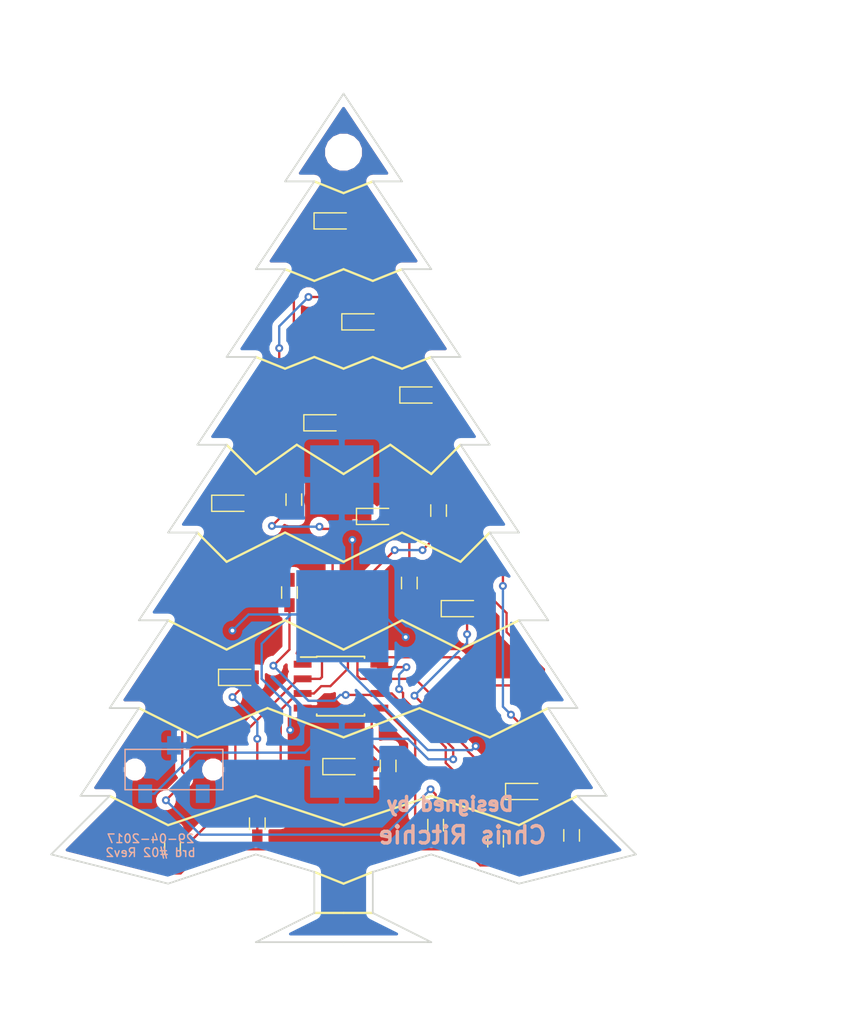
<source format=kicad_pcb>
(kicad_pcb (version 20170123) (host pcbnew no-vcs-found-885a4c1~58~ubuntu16.04.1)

  (general
    (thickness 1.6)
    (drawings 95)
    (tracks 227)
    (zones 0)
    (modules 25)
    (nets 21)
  )

  (page A4)
  (layers
    (0 F.Cu signal)
    (31 B.Cu signal)
    (32 B.Adhes user)
    (33 F.Adhes user)
    (34 B.Paste user)
    (35 F.Paste user)
    (36 B.SilkS user)
    (37 F.SilkS user)
    (38 B.Mask user)
    (39 F.Mask user)
    (40 Dwgs.User user)
    (41 Cmts.User user)
    (42 Eco1.User user)
    (43 Eco2.User user)
    (44 Edge.Cuts user)
    (45 Margin user)
    (46 B.CrtYd user)
    (47 F.CrtYd user)
    (48 B.Fab user)
    (49 F.Fab user)
  )

  (setup
    (last_trace_width 0.2032)
    (trace_clearance 0.2032)
    (zone_clearance 0.508)
    (zone_45_only no)
    (trace_min 0.2032)
    (segment_width 0.2)
    (edge_width 0.15)
    (via_size 0.6858)
    (via_drill 0.3302)
    (via_min_size 0.6858)
    (via_min_drill 0.3302)
    (uvia_size 0.762)
    (uvia_drill 0.508)
    (uvias_allowed no)
    (uvia_min_size 0.2)
    (uvia_min_drill 0.1)
    (pcb_text_width 0.3)
    (pcb_text_size 1.5 1.5)
    (mod_edge_width 0.15)
    (mod_text_size 1 1)
    (mod_text_width 0.15)
    (pad_size 1.524 1.524)
    (pad_drill 0.762)
    (pad_to_mask_clearance 0.2)
    (aux_axis_origin 159.512 93.472)
    (grid_origin 158.75 91.948)
    (visible_elements FFFFFF7F)
    (pcbplotparams
      (layerselection 0x010fc_ffffffff)
      (usegerberextensions true)
      (usegerberattributes true)
      (excludeedgelayer true)
      (linewidth 0.100000)
      (plotframeref false)
      (viasonmask false)
      (mode 1)
      (useauxorigin false)
      (hpglpennumber 1)
      (hpglpenspeed 20)
      (hpglpendiameter 15)
      (psnegative false)
      (psa4output false)
      (plotreference true)
      (plotvalue true)
      (plotinvisibletext false)
      (padsonsilk false)
      (subtractmaskfromsilk false)
      (outputformat 1)
      (mirror false)
      (drillshape 0)
      (scaleselection 1)
      (outputdirectory GERBER/))
  )

  (net 0 "")
  (net 1 GND)
  (net 2 "Net-(D2-Pad2)")
  (net 3 "Net-(D3-Pad2)")
  (net 4 "Net-(D4-Pad2)")
  (net 5 "Net-(D10-Pad2)")
  (net 6 "Net-(D5-Pad2)")
  (net 7 "Net-(D6-Pad2)")
  (net 8 /VCC)
  (net 9 "Net-(D11-Pad2)")
  (net 10 "Net-(D12-Pad2)")
  (net 11 "Net-(D8-Pad2)")
  (net 12 "Net-(D9-Pad2)")
  (net 13 /Pin2)
  (net 14 /Pin3)
  (net 15 /Pin4)
  (net 16 /Pin5)
  (net 17 /Pin6)
  (net 18 "Net-(U1-Pad1)")
  (net 19 "Net-(SW1-Pad1)")
  (net 20 "Net-(SW1-Pad3)")

  (net_class Default "This is the default net class."
    (clearance 0.2032)
    (trace_width 0.2032)
    (via_dia 0.6858)
    (via_drill 0.3302)
    (uvia_dia 0.762)
    (uvia_drill 0.508)
    (diff_pair_gap 0.25)
    (diff_pair_width 0.2032)
    (add_net /Pin2)
    (add_net /Pin3)
    (add_net /Pin4)
    (add_net /Pin5)
    (add_net /Pin6)
    (add_net /VCC)
    (add_net GND)
    (add_net "Net-(D10-Pad2)")
    (add_net "Net-(D11-Pad2)")
    (add_net "Net-(D12-Pad2)")
    (add_net "Net-(D2-Pad2)")
    (add_net "Net-(D3-Pad2)")
    (add_net "Net-(D4-Pad2)")
    (add_net "Net-(D5-Pad2)")
    (add_net "Net-(D6-Pad2)")
    (add_net "Net-(D8-Pad2)")
    (add_net "Net-(D9-Pad2)")
    (add_net "Net-(SW1-Pad1)")
    (add_net "Net-(SW1-Pad3)")
    (add_net "Net-(U1-Pad1)")
  )

  (module Battery_Holders:Keystone_3002_1x2032-CoinCell locked (layer B.Cu) (tedit 594529B7) (tstamp 58CB45E8)
    (at 136.906 88.392 90)
    (descr http://www.keyelco.com/product-pdf.cfm?p=786)
    (tags "Keystone type 3008 coin cell retainer")
    (path /58B89C6D)
    (attr smd)
    (fp_text reference BT1 (at 2.1844 14.5016 90) (layer F.Fab) hide
      (effects (font (size 1 1) (thickness 0.15)))
    )
    (fp_text value Battery_Cell (at 2.3876 -13.8984 90) (layer B.Fab)
      (effects (font (size 1 1) (thickness 0.15)) (justify mirror))
    )
    (pad 1 smd rect (at -12.9124 0.1016 90) (size 6 5.5) (layers B.Cu B.Paste B.Mask)
      (net 8 /VCC))
    (pad 1 smd rect (at 11.684 0.1016 90) (size 6 5.5) (layers B.Cu B.Paste B.Mask)
      (net 8 /VCC))
    (pad 2 smd rect (at -0.1524 0.1524 90) (size 8 8) (layers B.Cu B.Mask)
      (net 1 GND))
    (model ${KISYS3DMOD}/Battery_Holders.3dshapes/keystone_3008.wrl
      (at (xyz -0.01968503937007874 0 0))
      (scale (xyz 0.85 0.85 1))
      (rotate (xyz 0 0 0))
    )
  )

  (module ATTiny85:ATTiny85-20SU (layer F.Cu) (tedit 5905FE2F) (tstamp 58CB4679)
    (at 136.906 94.615)
    (descr "8-Lead Plastic Small Outline (SN) - Narrow, 3.90 mm Body [SOIC] (see Microchip Packaging Specification 00000049BS.pdf)")
    (tags "SOIC 1.27")
    (path /58CB39BC)
    (attr smd)
    (fp_text reference U1 (at 0 -3.5) (layer F.Fab)
      (effects (font (size 1 1) (thickness 0.15)))
    )
    (fp_text value ATTINY85-20SU (at 0 3.5) (layer F.Fab) hide
      (effects (font (size 1 1) (thickness 0.15)))
    )
    (fp_line (start -2.075 -2.525) (end -3.475 -2.525) (layer F.SilkS) (width 0.15))
    (fp_line (start -2.075 2.575) (end 2.075 2.575) (layer F.SilkS) (width 0.15))
    (fp_line (start -2.075 -2.575) (end 2.075 -2.575) (layer F.SilkS) (width 0.15))
    (fp_line (start -2.075 2.575) (end -2.075 2.43) (layer F.SilkS) (width 0.15))
    (fp_line (start 2.075 2.575) (end 2.075 2.43) (layer F.SilkS) (width 0.15))
    (fp_line (start 2.075 -2.575) (end 2.075 -2.43) (layer F.SilkS) (width 0.15))
    (fp_line (start -2.075 -2.575) (end -2.075 -2.525) (layer F.SilkS) (width 0.15))
    (fp_line (start -3.75 2.75) (end 3.75 2.75) (layer F.CrtYd) (width 0.05))
    (fp_line (start -3.75 -2.75) (end 3.75 -2.75) (layer F.CrtYd) (width 0.05))
    (fp_line (start 3.75 -2.75) (end 3.75 2.75) (layer F.CrtYd) (width 0.05))
    (fp_line (start -3.75 -2.75) (end -3.75 2.75) (layer F.CrtYd) (width 0.05))
    (fp_line (start -1.95 -1.45) (end -0.95 -2.45) (layer F.Fab) (width 0.15))
    (fp_line (start -1.95 2.45) (end -1.95 -1.45) (layer F.Fab) (width 0.15))
    (fp_line (start 1.95 2.45) (end -1.95 2.45) (layer F.Fab) (width 0.15))
    (fp_line (start 1.95 -2.45) (end 1.95 2.45) (layer F.Fab) (width 0.15))
    (fp_line (start -0.95 -2.45) (end 1.95 -2.45) (layer F.Fab) (width 0.15))
    (pad 8 smd rect (at 3.3655 -1.905) (size 1.55 0.6) (layers F.Cu F.Paste F.Mask)
      (net 19 "Net-(SW1-Pad1)"))
    (pad 7 smd rect (at 3.3655 -0.635) (size 1.55 0.6) (layers F.Cu F.Paste F.Mask)
      (net 15 /Pin4))
    (pad 6 smd rect (at 3.3655 0.635) (size 1.55 0.6) (layers F.Cu F.Paste F.Mask)
      (net 16 /Pin5))
    (pad 5 smd rect (at 3.3655 1.905) (size 1.55 0.6) (layers F.Cu F.Paste F.Mask)
      (net 17 /Pin6))
    (pad 4 smd rect (at -3.302 1.905) (size 1.55 0.6) (layers F.Cu F.Paste F.Mask)
      (net 1 GND))
    (pad 3 smd rect (at -3.302 0.635) (size 1.55 0.6) (layers F.Cu F.Paste F.Mask)
      (net 13 /Pin2))
    (pad 2 smd rect (at -3.302 -0.635) (size 1.55 0.6) (layers F.Cu F.Paste F.Mask)
      (net 14 /Pin3))
    (pad 1 smd rect (at -3.302 -1.905) (size 1.55 0.6) (layers F.Cu F.Paste F.Mask)
      (net 18 "Net-(U1-Pad1)"))
    (model Housings_SOIC.3dshapes/SOIC-8_3.9x4.9mm_Pitch1.27mm.wrl
      (at (xyz 0 0 0))
      (scale (xyz 1 1 1))
      (rotate (xyz 0 0 0))
    )
  )

  (module Resistors_SMD:R_0603_HandSoldering (layer F.Cu) (tedit 58D5F64A) (tstamp 58D5F71E)
    (at 145.415 79.375 90)
    (descr "Resistor SMD 0603, hand soldering")
    (tags "resistor 0603")
    (path /58D6513F)
    (attr smd)
    (fp_text reference R8 (at 0 -1.45 90) (layer F.Fab)
      (effects (font (size 1 1) (thickness 0.15)))
    )
    (fp_text value R (at 0 1.55 90) (layer F.Fab)
      (effects (font (size 1 1) (thickness 0.15)))
    )
    (fp_line (start 1.95 0.7) (end -1.96 0.7) (layer F.CrtYd) (width 0.05))
    (fp_line (start 1.95 0.7) (end 1.95 -0.7) (layer F.CrtYd) (width 0.05))
    (fp_line (start -1.96 -0.7) (end -1.96 0.7) (layer F.CrtYd) (width 0.05))
    (fp_line (start -1.96 -0.7) (end 1.95 -0.7) (layer F.CrtYd) (width 0.05))
    (fp_line (start -0.5 -0.68) (end 0.5 -0.68) (layer F.SilkS) (width 0.12))
    (fp_line (start 0.5 0.68) (end -0.5 0.68) (layer F.SilkS) (width 0.12))
    (fp_line (start -0.8 -0.4) (end 0.8 -0.4) (layer F.Fab) (width 0.1))
    (fp_line (start 0.8 -0.4) (end 0.8 0.4) (layer F.Fab) (width 0.1))
    (fp_line (start 0.8 0.4) (end -0.8 0.4) (layer F.Fab) (width 0.1))
    (fp_line (start -0.8 0.4) (end -0.8 -0.4) (layer F.Fab) (width 0.1))
    (fp_text user %R (at 0 -1.45 90) (layer F.Fab)
      (effects (font (size 1 1) (thickness 0.15)))
    )
    (pad 2 smd rect (at 1.1 0 90) (size 1.2 0.9) (layers F.Cu F.Paste F.Mask)
      (net 11 "Net-(D8-Pad2)"))
    (pad 1 smd rect (at -1.1 0 90) (size 1.2 0.9) (layers F.Cu F.Paste F.Mask)
      (net 13 /Pin2))
    (model Resistors_SMD.3dshapes/R_0603.wrl
      (at (xyz 0 0 0))
      (scale (xyz 1 1 1))
      (rotate (xyz 0 0 0))
    )
  )

  (module LEDs:LED_0805 (layer F.Cu) (tedit 58CB4D40) (tstamp 58CB461E)
    (at 136.398 54.229)
    (descr "LED 0805 smd package")
    (tags "LED led 0805 SMD smd SMT smt smdled SMDLED smtled SMTLED")
    (path /58CB4A2E)
    (attr smd)
    (fp_text reference D9 (at 0 -1.45) (layer F.Fab)
      (effects (font (size 1 1) (thickness 0.15)))
    )
    (fp_text value LED (at 0 1.55) (layer F.Fab)
      (effects (font (size 1 1) (thickness 0.15)))
    )
    (fp_line (start -1.95 -0.85) (end 1.95 -0.85) (layer F.CrtYd) (width 0.05))
    (fp_line (start -1.95 0.85) (end -1.95 -0.85) (layer F.CrtYd) (width 0.05))
    (fp_line (start 1.95 0.85) (end -1.95 0.85) (layer F.CrtYd) (width 0.05))
    (fp_line (start 1.95 -0.85) (end 1.95 0.85) (layer F.CrtYd) (width 0.05))
    (fp_line (start -1.8 -0.7) (end 1 -0.7) (layer F.SilkS) (width 0.12))
    (fp_line (start -1.8 0.7) (end 1 0.7) (layer F.SilkS) (width 0.12))
    (fp_line (start -1 0.6) (end -1 -0.6) (layer F.Fab) (width 0.1))
    (fp_line (start -1 -0.6) (end 1 -0.6) (layer F.Fab) (width 0.1))
    (fp_line (start 1 -0.6) (end 1 0.6) (layer F.Fab) (width 0.1))
    (fp_line (start 1 0.6) (end -1 0.6) (layer F.Fab) (width 0.1))
    (fp_line (start 0.2 -0.4) (end 0.2 0.4) (layer F.Fab) (width 0.1))
    (fp_line (start 0.2 0.4) (end -0.4 0) (layer F.Fab) (width 0.1))
    (fp_line (start -0.4 0) (end 0.2 -0.4) (layer F.Fab) (width 0.1))
    (fp_line (start -0.4 -0.4) (end -0.4 0.4) (layer F.Fab) (width 0.1))
    (fp_line (start -1.8 -0.7) (end -1.8 0.7) (layer F.SilkS) (width 0.12))
    (pad 1 smd rect (at -1.1 0 180) (size 1.2 1.2) (layers F.Cu F.Paste F.Mask)
      (net 1 GND))
    (pad 2 smd rect (at 1.1 0 180) (size 1.2 1.2) (layers F.Cu F.Paste F.Mask)
      (net 12 "Net-(D9-Pad2)"))
    (model LEDs.3dshapes/LED_0805.wrl
      (at (xyz 0 0 0))
      (scale (xyz 1 1 1))
      (rotate (xyz 0 0 180))
    )
  )

  (module Resistors_SMD:R_0603_HandSoldering (layer F.Cu) (tedit 58D5F8D3) (tstamp 58CB463C)
    (at 129.667 106.553 270)
    (descr "Resistor SMD 0603, hand soldering")
    (tags "resistor 0603")
    (path /58CB44CF)
    (attr smd)
    (fp_text reference R2 (at 0 -1.45 270) (layer F.Fab)
      (effects (font (size 1 1) (thickness 0.15)))
    )
    (fp_text value R (at 0 1.55 270) (layer F.Fab)
      (effects (font (size 1 1) (thickness 0.15)))
    )
    (fp_text user %R (at 0 -1.45 270) (layer F.Fab)
      (effects (font (size 1 1) (thickness 0.15)))
    )
    (fp_line (start -0.8 0.4) (end -0.8 -0.4) (layer F.Fab) (width 0.1))
    (fp_line (start 0.8 0.4) (end -0.8 0.4) (layer F.Fab) (width 0.1))
    (fp_line (start 0.8 -0.4) (end 0.8 0.4) (layer F.Fab) (width 0.1))
    (fp_line (start -0.8 -0.4) (end 0.8 -0.4) (layer F.Fab) (width 0.1))
    (fp_line (start 0.5 0.68) (end -0.5 0.68) (layer F.SilkS) (width 0.12))
    (fp_line (start -0.5 -0.68) (end 0.5 -0.68) (layer F.SilkS) (width 0.12))
    (fp_line (start -1.96 -0.7) (end 1.95 -0.7) (layer F.CrtYd) (width 0.05))
    (fp_line (start -1.96 -0.7) (end -1.96 0.7) (layer F.CrtYd) (width 0.05))
    (fp_line (start 1.95 0.7) (end 1.95 -0.7) (layer F.CrtYd) (width 0.05))
    (fp_line (start 1.95 0.7) (end -1.96 0.7) (layer F.CrtYd) (width 0.05))
    (pad 1 smd rect (at -1.1 0 270) (size 1.2 0.9) (layers F.Cu F.Paste F.Mask)
      (net 2 "Net-(D2-Pad2)"))
    (pad 2 smd rect (at 1.1 0 270) (size 1.2 0.9) (layers F.Cu F.Paste F.Mask)
      (net 13 /Pin2))
    (model Resistors_SMD.3dshapes/R_0603.wrl
      (at (xyz 0 0 0))
      (scale (xyz 1 1 1))
      (rotate (xyz 0 0 0))
    )
  )

  (module Resistors_SMD:R_0603_HandSoldering (layer F.Cu) (tedit 58D5F8C9) (tstamp 58CB4642)
    (at 122.301 108.712 270)
    (descr "Resistor SMD 0603, hand soldering")
    (tags "resistor 0603")
    (path /58CB4A34)
    (attr smd)
    (fp_text reference R3 (at 0 -1.45 270) (layer F.Fab)
      (effects (font (size 1 1) (thickness 0.15)))
    )
    (fp_text value R (at 0 1.55 270) (layer F.Fab)
      (effects (font (size 1 1) (thickness 0.15)))
    )
    (fp_text user %R (at 0 -1.45 270) (layer F.Fab)
      (effects (font (size 1 1) (thickness 0.15)))
    )
    (fp_line (start -0.8 0.4) (end -0.8 -0.4) (layer F.Fab) (width 0.1))
    (fp_line (start 0.8 0.4) (end -0.8 0.4) (layer F.Fab) (width 0.1))
    (fp_line (start 0.8 -0.4) (end 0.8 0.4) (layer F.Fab) (width 0.1))
    (fp_line (start -0.8 -0.4) (end 0.8 -0.4) (layer F.Fab) (width 0.1))
    (fp_line (start 0.5 0.68) (end -0.5 0.68) (layer F.SilkS) (width 0.12))
    (fp_line (start -0.5 -0.68) (end 0.5 -0.68) (layer F.SilkS) (width 0.12))
    (fp_line (start -1.96 -0.7) (end 1.95 -0.7) (layer F.CrtYd) (width 0.05))
    (fp_line (start -1.96 -0.7) (end -1.96 0.7) (layer F.CrtYd) (width 0.05))
    (fp_line (start 1.95 0.7) (end 1.95 -0.7) (layer F.CrtYd) (width 0.05))
    (fp_line (start 1.95 0.7) (end -1.96 0.7) (layer F.CrtYd) (width 0.05))
    (pad 1 smd rect (at -1.1 0 270) (size 1.2 0.9) (layers F.Cu F.Paste F.Mask)
      (net 3 "Net-(D3-Pad2)"))
    (pad 2 smd rect (at 1.1 0 270) (size 1.2 0.9) (layers F.Cu F.Paste F.Mask)
      (net 14 /Pin3))
    (model Resistors_SMD.3dshapes/R_0603.wrl
      (at (xyz 0 0 0))
      (scale (xyz 1 1 1))
      (rotate (xyz 0 0 0))
    )
  )

  (module Resistors_SMD:R_0603_HandSoldering (layer F.Cu) (tedit 58D5F8ED) (tstamp 58CB4648)
    (at 156.972 107.569 270)
    (descr "Resistor SMD 0603, hand soldering")
    (tags "resistor 0603")
    (path /58CB4A4E)
    (attr smd)
    (fp_text reference R4 (at 0 -1.45 270) (layer F.Fab)
      (effects (font (size 1 1) (thickness 0.15)))
    )
    (fp_text value R (at 0 1.55 270) (layer F.Fab)
      (effects (font (size 1 1) (thickness 0.15)))
    )
    (fp_text user %R (at 0 -1.45 270) (layer F.Fab)
      (effects (font (size 1 1) (thickness 0.15)))
    )
    (fp_line (start -0.8 0.4) (end -0.8 -0.4) (layer F.Fab) (width 0.1))
    (fp_line (start 0.8 0.4) (end -0.8 0.4) (layer F.Fab) (width 0.1))
    (fp_line (start 0.8 -0.4) (end 0.8 0.4) (layer F.Fab) (width 0.1))
    (fp_line (start -0.8 -0.4) (end 0.8 -0.4) (layer F.Fab) (width 0.1))
    (fp_line (start 0.5 0.68) (end -0.5 0.68) (layer F.SilkS) (width 0.12))
    (fp_line (start -0.5 -0.68) (end 0.5 -0.68) (layer F.SilkS) (width 0.12))
    (fp_line (start -1.96 -0.7) (end 1.95 -0.7) (layer F.CrtYd) (width 0.05))
    (fp_line (start -1.96 -0.7) (end -1.96 0.7) (layer F.CrtYd) (width 0.05))
    (fp_line (start 1.95 0.7) (end 1.95 -0.7) (layer F.CrtYd) (width 0.05))
    (fp_line (start 1.95 0.7) (end -1.96 0.7) (layer F.CrtYd) (width 0.05))
    (pad 1 smd rect (at -1.1 0 270) (size 1.2 0.9) (layers F.Cu F.Paste F.Mask)
      (net 4 "Net-(D4-Pad2)"))
    (pad 2 smd rect (at 1.1 0 270) (size 1.2 0.9) (layers F.Cu F.Paste F.Mask)
      (net 15 /Pin4))
    (model Resistors_SMD.3dshapes/R_0603.wrl
      (at (xyz 0 0 0))
      (scale (xyz 1 1 1))
      (rotate (xyz 0 0 0))
    )
  )

  (module Resistors_SMD:R_0603_HandSoldering (layer F.Cu) (tedit 58D5F8E4) (tstamp 58CB464E)
    (at 150.368 108.077 270)
    (descr "Resistor SMD 0603, hand soldering")
    (tags "resistor 0603")
    (path /58CB4F37)
    (attr smd)
    (fp_text reference R5 (at 0 -1.45 270) (layer F.Fab)
      (effects (font (size 1 1) (thickness 0.15)))
    )
    (fp_text value R (at 0 1.55 270) (layer F.Fab)
      (effects (font (size 1 1) (thickness 0.15)))
    )
    (fp_text user %R (at 0 -1.45 270) (layer F.Fab)
      (effects (font (size 1 1) (thickness 0.15)))
    )
    (fp_line (start -0.8 0.4) (end -0.8 -0.4) (layer F.Fab) (width 0.1))
    (fp_line (start 0.8 0.4) (end -0.8 0.4) (layer F.Fab) (width 0.1))
    (fp_line (start 0.8 -0.4) (end 0.8 0.4) (layer F.Fab) (width 0.1))
    (fp_line (start -0.8 -0.4) (end 0.8 -0.4) (layer F.Fab) (width 0.1))
    (fp_line (start 0.5 0.68) (end -0.5 0.68) (layer F.SilkS) (width 0.12))
    (fp_line (start -0.5 -0.68) (end 0.5 -0.68) (layer F.SilkS) (width 0.12))
    (fp_line (start -1.96 -0.7) (end 1.95 -0.7) (layer F.CrtYd) (width 0.05))
    (fp_line (start -1.96 -0.7) (end -1.96 0.7) (layer F.CrtYd) (width 0.05))
    (fp_line (start 1.95 0.7) (end 1.95 -0.7) (layer F.CrtYd) (width 0.05))
    (fp_line (start 1.95 0.7) (end -1.96 0.7) (layer F.CrtYd) (width 0.05))
    (pad 1 smd rect (at -1.1 0 270) (size 1.2 0.9) (layers F.Cu F.Paste F.Mask)
      (net 6 "Net-(D5-Pad2)"))
    (pad 2 smd rect (at 1.1 0 270) (size 1.2 0.9) (layers F.Cu F.Paste F.Mask)
      (net 16 /Pin5))
    (model Resistors_SMD.3dshapes/R_0603.wrl
      (at (xyz 0 0 0))
      (scale (xyz 1 1 1))
      (rotate (xyz 0 0 0))
    )
  )

  (module Resistors_SMD:R_0603_HandSoldering (layer F.Cu) (tedit 58D5F8DC) (tstamp 58CB4654)
    (at 145.161 106.68 270)
    (descr "Resistor SMD 0603, hand soldering")
    (tags "resistor 0603")
    (path /58CB4F51)
    (attr smd)
    (fp_text reference R6 (at 0 -1.45 270) (layer F.Fab)
      (effects (font (size 1 1) (thickness 0.15)))
    )
    (fp_text value R (at 0 1.55 270) (layer F.Fab)
      (effects (font (size 1 1) (thickness 0.15)))
    )
    (fp_text user %R (at 0 -1.45 270) (layer F.Fab)
      (effects (font (size 1 1) (thickness 0.15)))
    )
    (fp_line (start -0.8 0.4) (end -0.8 -0.4) (layer F.Fab) (width 0.1))
    (fp_line (start 0.8 0.4) (end -0.8 0.4) (layer F.Fab) (width 0.1))
    (fp_line (start 0.8 -0.4) (end 0.8 0.4) (layer F.Fab) (width 0.1))
    (fp_line (start -0.8 -0.4) (end 0.8 -0.4) (layer F.Fab) (width 0.1))
    (fp_line (start 0.5 0.68) (end -0.5 0.68) (layer F.SilkS) (width 0.12))
    (fp_line (start -0.5 -0.68) (end 0.5 -0.68) (layer F.SilkS) (width 0.12))
    (fp_line (start -1.96 -0.7) (end 1.95 -0.7) (layer F.CrtYd) (width 0.05))
    (fp_line (start -1.96 -0.7) (end -1.96 0.7) (layer F.CrtYd) (width 0.05))
    (fp_line (start 1.95 0.7) (end 1.95 -0.7) (layer F.CrtYd) (width 0.05))
    (fp_line (start 1.95 0.7) (end -1.96 0.7) (layer F.CrtYd) (width 0.05))
    (pad 1 smd rect (at -1.1 0 270) (size 1.2 0.9) (layers F.Cu F.Paste F.Mask)
      (net 7 "Net-(D6-Pad2)"))
    (pad 2 smd rect (at 1.1 0 270) (size 1.2 0.9) (layers F.Cu F.Paste F.Mask)
      (net 17 /Pin6))
    (model Resistors_SMD.3dshapes/R_0603.wrl
      (at (xyz 0 0 0))
      (scale (xyz 1 1 1))
      (rotate (xyz 0 0 0))
    )
  )

  (module BHX2-2032:CL-SB-12B-01T (layer B.Cu) (tedit 58CB3E6F) (tstamp 58CB465D)
    (at 122.428 101.854)
    (path /58C42CFA)
    (fp_text reference SW1 (at 0 -3.81) (layer B.Fab) hide
      (effects (font (size 1 1) (thickness 0.15)) (justify mirror))
    )
    (fp_text value SW_SPDT (at 0 5.08) (layer B.Fab) hide
      (effects (font (size 1 1) (thickness 0.15)) (justify mirror))
    )
    (fp_line (start -4.25 -1.75) (end 4.25 -1.75) (layer B.SilkS) (width 0.127))
    (fp_line (start 4.25 1.75) (end -4.25 1.75) (layer B.SilkS) (width 0.127))
    (fp_line (start 4.25 -1.75) (end 4.25 1.75) (layer B.SilkS) (width 0.127))
    (fp_line (start -4.25 1.75) (end -4.25 -1.75) (layer B.SilkS) (width 0.127))
    (pad 1 smd rect (at -2.5 2.1) (size 1.2 1.6) (layers B.Cu B.Paste B.Mask)
      (net 19 "Net-(SW1-Pad1)"))
    (pad 2 smd rect (at 0 -2.1) (size 1.2 1.6) (layers B.Cu B.Paste B.Mask)
      (net 8 /VCC))
    (pad 3 smd rect (at 2.5 2.1) (size 1.2 1.6) (layers B.Cu B.Paste B.Mask)
      (net 20 "Net-(SW1-Pad3)"))
    (pad "" np_thru_hole circle (at -3.4 0) (size 0.9 0.9) (drill 0.9) (layers *.Cu *.Mask))
    (pad "" np_thru_hole circle (at 3.4 0) (size 0.9 0.9) (drill 0.9) (layers *.Cu *.Mask))
  )

  (module Mounting_Holes:MountingHole_2.2mm_M2 locked (layer F.Cu) (tedit 58B12056) (tstamp 58B1279F)
    (at 137.16 48.26)
    (descr "Mounting Hole 2.2mm, no annular, M2")
    (tags "mounting hole 2.2mm no annular m2")
    (fp_text reference REF** (at 0 -3.2) (layer F.SilkS) hide
      (effects (font (size 1 1) (thickness 0.15)))
    )
    (fp_text value MountingHole_2.2mm_M2 (at 0 3.2) (layer F.Fab) hide
      (effects (font (size 1 1) (thickness 0.15)))
    )
    (fp_circle (center 0 0) (end 2.2 0) (layer Cmts.User) (width 0.15))
    (fp_circle (center 0 0) (end 2.45 0) (layer F.CrtYd) (width 0.05))
    (pad 1 np_thru_hole circle (at 0 0) (size 2.2 2.2) (drill 2.2) (layers *.Cu *.Mask))
  )

  (module logo:logo locked (layer B.Cu) (tedit 0) (tstamp 58B23ADF)
    (at 152.64 104.17 180)
    (fp_text reference G*** (at 0 0 180) (layer B.SilkS) hide
      (effects (font (thickness 0.3)) (justify mirror))
    )
    (fp_text value LOGO (at 0.75 0 180) (layer B.SilkS) hide
      (effects (font (thickness 0.3)) (justify mirror))
    )
    (fp_poly (pts (xy 0.85912 4.312342) (xy 0.862192 4.293962) (xy 0.837206 4.260752) (xy 0.782199 4.210604)
      (xy 0.695206 4.141412) (xy 0.596357 4.06731) (xy 0.49441 3.991263) (xy 0.395803 3.916118)
      (xy 0.309632 3.848917) (xy 0.244994 3.7967) (xy 0.227176 3.78156) (xy 0.126268 3.693584)
      (xy 0.290676 3.683973) (xy 0.395739 3.679117) (xy 0.517996 3.675352) (xy 0.632304 3.67344)
      (xy 0.64031 3.67339) (xy 0.722924 3.671429) (xy 0.786549 3.667011) (xy 0.821609 3.660934)
      (xy 0.825519 3.657959) (xy 0.808674 3.632462) (xy 0.76441 3.592798) (xy 0.70207 3.545792)
      (xy 0.630998 3.498267) (xy 0.560536 3.45705) (xy 0.528301 3.440867) (xy 0.424359 3.404646)
      (xy 0.315157 3.387039) (xy 0.208823 3.386942) (xy 0.113488 3.403249) (xy 0.037281 3.434854)
      (xy -0.011667 3.480654) (xy -0.024814 3.516055) (xy -0.030754 3.534772) (xy -0.044901 3.537822)
      (xy -0.07294 3.521962) (xy -0.120556 3.483946) (xy -0.193432 3.420531) (xy -0.195716 3.418512)
      (xy -0.262917 3.358047) (xy -0.315492 3.308656) (xy -0.347102 3.27643) (xy -0.353276 3.267221)
      (xy -0.330944 3.268325) (xy -0.282845 3.278839) (xy -0.263393 3.284026) (xy -0.19846 3.294188)
      (xy -0.10332 3.298836) (xy 0.010199 3.297491) (xy 0.03835 3.296249) (xy 0.205803 3.294069)
      (xy 0.339024 3.305823) (xy 0.376842 3.313208) (xy 0.442227 3.327242) (xy 0.488309 3.334937)
      (xy 0.503093 3.33513) (xy 0.493737 3.31764) (xy 0.458613 3.282898) (xy 0.406467 3.238162)
      (xy 0.346045 3.190696) (xy 0.286093 3.14776) (xy 0.249303 3.124414) (xy 0.153855 3.082622)
      (xy 0.038645 3.053638) (xy -0.085524 3.037949) (xy -0.207848 3.036038) (xy -0.317522 3.048392)
      (xy -0.403743 3.075495) (xy -0.433443 3.093743) (xy -0.486685 3.135623) (xy -0.585441 3.05477)
      (xy -0.633194 3.011702) (xy -0.704042 2.942609) (xy -0.792805 2.852972) (xy -0.894304 2.74827)
      (xy -1.00336 2.633986) (xy -1.114792 2.515598) (xy -1.223422 2.39859) (xy -1.324068 2.28844)
      (xy -1.411552 2.190631) (xy -1.480694 2.110642) (xy -1.502012 2.084917) (xy -1.7304 1.778407)
      (xy -1.948424 1.434021) (xy -2.15477 1.055238) (xy -2.348128 0.645536) (xy -2.527186 0.208393)
      (xy -2.690633 -0.252713) (xy -2.837159 -0.734303) (xy -2.96545 -1.2329) (xy -3.074196 -1.745024)
      (xy -3.162086 -2.267199) (xy -3.173854 -2.3495) (xy -3.189948 -2.464835) (xy -3.204706 -2.570612)
      (xy -3.216775 -2.657117) (xy -3.224798 -2.71464) (xy -3.226338 -2.725682) (xy -3.227948 -2.770083)
      (xy -3.218046 -2.783584) (xy -3.216079 -2.782641) (xy -3.196681 -2.753582) (xy -3.196166 -2.74829)
      (xy -3.186734 -2.716968) (xy -3.160754 -2.65539) (xy -3.121709 -2.570595) (xy -3.073076 -2.469626)
      (xy -3.018336 -2.359523) (xy -2.960968 -2.247326) (xy -2.904453 -2.140076) (xy -2.852269 -2.044814)
      (xy -2.824836 -1.996938) (xy -2.539767 -1.534628) (xy -2.232445 -1.081002) (xy -1.90705 -0.641121)
      (xy -1.56776 -0.220041) (xy -1.218755 0.177179) (xy -0.864214 0.545481) (xy -0.508317 0.879806)
      (xy -0.300442 1.058207) (xy -0.212904 1.131456) (xy -0.154646 1.182948) (xy -0.12172 1.217153)
      (xy -0.110176 1.238542) (xy -0.116067 1.251587) (xy -0.125107 1.256735) (xy -0.168912 1.298619)
      (xy -0.19815 1.375872) (xy -0.211149 1.483543) (xy -0.211666 1.513195) (xy -0.192899 1.6347)
      (xy -0.138716 1.76697) (xy -0.052301 1.903378) (xy 0.015789 1.986811) (xy 0.116873 2.100371)
      (xy 0.110154 1.849228) (xy 0.105674 1.73682) (xy 0.098764 1.627434) (xy 0.090447 1.53514)
      (xy 0.083523 1.483375) (xy 0.073611 1.419232) (xy 0.069061 1.374887) (xy 0.06988 1.362398)
      (xy 0.088798 1.370585) (xy 0.132821 1.397999) (xy 0.192844 1.438933) (xy 0.199743 1.44381)
      (xy 0.262481 1.489532) (xy 0.294488 1.517769) (xy 0.30025 1.534528) (xy 0.284252 1.545819)
      (xy 0.277778 1.548344) (xy 0.227857 1.588608) (xy 0.199258 1.662644) (xy 0.192498 1.767353)
      (xy 0.208092 1.899641) (xy 0.214208 1.930417) (xy 0.227017 1.980673) (xy 0.245475 2.024198)
      (xy 0.275345 2.069108) (xy 0.322392 2.123513) (xy 0.392379 2.195529) (xy 0.427095 2.2301)
      (xy 0.499182 2.300275) (xy 0.560027 2.357091) (xy 0.603697 2.395184) (xy 0.62426 2.409189)
      (xy 0.624899 2.40899) (xy 0.621931 2.386593) (xy 0.605883 2.336101) (xy 0.580217 2.268388)
      (xy 0.57987 2.267527) (xy 0.544093 2.156901) (xy 0.522785 2.032241) (xy 0.51538 1.94047)
      (xy 0.50843 1.846382) (xy 0.499176 1.761897) (xy 0.489222 1.700659) (xy 0.485434 1.685822)
      (xy 0.466321 1.625394) (xy 0.521397 1.661481) (xy 0.622564 1.724167) (xy 0.739063 1.790463)
      (xy 0.864676 1.857445) (xy 0.993188 1.922189) (xy 1.118384 1.981772) (xy 1.234049 2.03327)
      (xy 1.333966 2.073761) (xy 1.41192 2.100321) (xy 1.461696 2.110026) (xy 1.472094 2.108625)
      (xy 1.495515 2.091652) (xy 1.481924 2.064062) (xy 1.481459 2.0635) (xy 1.447337 2.036838)
      (xy 1.429749 2.032) (xy 1.403047 2.02297) (xy 1.345442 1.997982) (xy 1.263801 1.960195)
      (xy 1.164994 1.912767) (xy 1.088382 1.87507) (xy 0.711059 1.669224) (xy 0.338283 1.428542)
      (xy -0.032548 1.151112) (xy -0.404036 0.835019) (xy -0.685048 0.571036) (xy -1.021461 0.242487)
      (xy -0.865272 0.241287) (xy -0.783758 0.240166) (xy -0.673694 0.23797) (xy -0.548839 0.235004)
      (xy -0.422954 0.231573) (xy -0.409227 0.231169) (xy -0.109371 0.22225) (xy -0.208144 0.160617)
      (xy -0.38794 0.063657) (xy -0.556355 0.003792) (xy -0.671522 -0.015941) (xy -0.772045 -0.017483)
      (xy -0.881395 -0.008348) (xy -0.985819 0.009313) (xy -1.071561 0.03335) (xy -1.113713 0.053206)
      (xy -1.144889 0.068017) (xy -1.172181 0.060852) (xy -1.209219 0.02678) (xy -1.22065 0.01451)
      (xy -1.263697 -0.031786) (xy -1.292257 -0.065669) (xy -1.302315 -0.088977) (xy -1.289852 -0.103545)
      (xy -1.250853 -0.111209) (xy -1.181299 -0.113806) (xy -1.077175 -0.113172) (xy -0.945451 -0.111288)
      (xy -0.560916 -0.106159) (xy -0.624416 -0.160851) (xy -0.676686 -0.198489) (xy -0.750955 -0.243178)
      (xy -0.8255 -0.282396) (xy -0.906583 -0.318774) (xy -0.973404 -0.338541) (xy -1.0461 -0.346023)
      (xy -1.121833 -0.346077) (xy -1.216991 -0.340006) (xy -1.310983 -0.327227) (xy -1.380138 -0.311404)
      (xy -1.479694 -0.279903) (xy -1.556282 -0.378076) (xy -1.63287 -0.47625) (xy -1.488477 -0.492781)
      (xy -1.385281 -0.500028) (xy -1.270224 -0.501414) (xy -1.195916 -0.498383) (xy -1.04775 -0.487454)
      (xy -1.100465 -0.531699) (xy -1.220429 -0.611824) (xy -1.35328 -0.665814) (xy -1.488436 -0.691064)
      (xy -1.61532 -0.684967) (xy -1.667018 -0.671261) (xy -1.75712 -0.639852) (xy -1.820476 -0.719847)
      (xy -1.85762 -0.769762) (xy -1.880418 -0.806211) (xy -1.883833 -0.815623) (xy -1.864364 -0.820885)
      (xy -1.812463 -0.823102) (xy -1.737894 -0.822672) (xy -1.650418 -0.819997) (xy -1.559798 -0.815475)
      (xy -1.475794 -0.809508) (xy -1.408169 -0.802496) (xy -1.366686 -0.794838) (xy -1.36525 -0.794369)
      (xy -1.349142 -0.794562) (xy -1.361083 -0.813512) (xy -1.394488 -0.845631) (xy -1.442776 -0.88533)
      (xy -1.499362 -0.92702) (xy -1.557663 -0.965112) (xy -1.584735 -0.980702) (xy -1.694393 -1.026332)
      (xy -1.808956 -1.04266) (xy -1.942697 -1.031656) (xy -1.94784 -1.03081) (xy -2.043596 -1.014841)
      (xy -2.237973 -1.306462) (xy -2.511516 -1.736256) (xy -2.750755 -2.15312) (xy -2.954681 -2.555151)
      (xy -3.122286 -2.940444) (xy -3.171569 -3.06933) (xy -3.21662 -3.195423) (xy -3.248012 -3.294669)
      (xy -3.268687 -3.379164) (xy -3.281584 -3.461005) (xy -3.289642 -3.552287) (xy -3.289896 -3.556163)
      (xy -3.297307 -3.666888) (xy -3.305421 -3.782807) (xy -3.312774 -3.883078) (xy -3.314476 -3.90525)
      (xy -3.326011 -4.053416) (xy -3.075441 -3.556) (xy -2.851945 -3.131519) (xy -2.627911 -2.744106)
      (xy -2.403966 -2.39464) (xy -2.180736 -2.084001) (xy -1.958848 -1.813069) (xy -1.738928 -1.582723)
      (xy -1.552943 -1.418636) (xy -1.266505 -1.20875) (xy -0.95193 -1.015271) (xy -0.622496 -0.845823)
      (xy -0.359833 -0.733716) (xy -0.229613 -0.683933) (xy -0.137569 -0.650224) (xy -0.082769 -0.632463)
      (xy -0.064278 -0.630522) (xy -0.081163 -0.644275) (xy -0.132491 -0.673595) (xy -0.206894 -0.712945)
      (xy -0.460333 -0.862724) (xy -0.720293 -1.051349) (xy -0.98427 -1.276303) (xy -1.249759 -1.535072)
      (xy -1.514257 -1.82514) (xy -1.775261 -2.143992) (xy -2.030265 -2.489113) (xy -2.152234 -2.667)
      (xy -2.22854 -2.782848) (xy -2.300998 -2.897093) (xy -2.37181 -3.013861) (xy -2.443173 -3.137276)
      (xy -2.517286 -3.271464) (xy -2.59635 -3.420552) (xy -2.682563 -3.588665) (xy -2.778124 -3.779928)
      (xy -2.885233 -3.998467) (xy -3.006089 -4.248408) (xy -3.103825 -4.45216) (xy -3.3655 -4.99907)
      (xy -3.3655 -5.6515) (xy -3.549284 -5.6515) (xy -3.541543 -5.445125) (xy -3.538155 -5.359305)
      (xy -3.533265 -5.241538) (xy -3.527315 -5.102163) (xy -3.520749 -4.951522) (xy -3.514007 -4.799954)
      (xy -3.513151 -4.780953) (xy -3.504803 -4.590615) (xy -3.498746 -4.439218) (xy -3.494917 -4.323434)
      (xy -3.493253 -4.239937) (xy -3.493693 -4.185398) (xy -3.496174 -4.156491) (xy -3.500632 -4.149888)
      (xy -3.50129 -4.15043) (xy -3.510455 -4.175949) (xy -3.525914 -4.237287) (xy -3.546532 -4.328589)
      (xy -3.571171 -4.443999) (xy -3.598695 -4.577661) (xy -3.627967 -4.723719) (xy -3.657849 -4.876316)
      (xy -3.687207 -5.029597) (xy -3.714902 -5.177706) (xy -3.739798 -5.314786) (xy -3.760758 -5.434982)
      (xy -3.776646 -5.532437) (xy -3.786325 -5.601296) (xy -3.788833 -5.63173) (xy -3.807615 -5.644111)
      (xy -3.854532 -5.650996) (xy -3.8735 -5.6515) (xy -3.933341 -5.645327) (xy -3.957811 -5.627903)
      (xy -3.958121 -5.625041) (xy -3.95339 -5.567102) (xy -3.940148 -5.474062) (xy -3.919626 -5.352016)
      (xy -3.893055 -5.207059) (xy -3.861665 -5.045289) (xy -3.826686 -4.8728) (xy -3.789349 -4.695688)
      (xy -3.750884 -4.52005) (xy -3.712522 -4.35198) (xy -3.675493 -4.197575) (xy -3.648575 -4.091496)
      (xy -3.575477 -3.812075) (xy -3.628157 -3.435329) (xy -3.674199 -3.083794) (xy -3.714159 -2.733143)
      (xy -3.747556 -2.389679) (xy -3.773912 -2.059705) (xy -3.792747 -1.749523) (xy -3.803582 -1.465436)
      (xy -3.805937 -1.213747) (xy -3.804298 -1.119789) (xy -3.799012 -0.961951) (xy -3.791712 -0.833391)
      (xy -3.78097 -0.721054) (xy -3.765361 -0.61189) (xy -3.743457 -0.492845) (xy -3.727015 -0.41275)
      (xy -3.664434 -0.12826) (xy -3.596907 0.155366) (xy -3.526865 0.428775) (xy -3.456739 0.682612)
      (xy -3.388961 0.907523) (xy -3.363581 0.985704) (xy -3.325781 1.097301) (xy -3.290946 1.194081)
      (xy -3.255587 1.283805) (xy -3.216215 1.374233) (xy -3.169341 1.473126) (xy -3.111477 1.588244)
      (xy -3.039135 1.727348) (xy -2.978886 1.8415) (xy -2.920116 1.957622) (xy -2.858366 2.088063)
      (xy -2.802856 2.21301) (xy -2.777045 2.275417) (xy -2.747059 2.354308) (xy -2.710033 2.457038)
      (xy -2.668237 2.576747) (xy -2.623936 2.706575) (xy -2.5794 2.839664) (xy -2.536893 2.969153)
      (xy -2.498685 3.088184) (xy -2.467043 3.189896) (xy -2.444233 3.267431) (xy -2.432523 3.313929)
      (xy -2.431517 3.320757) (xy -2.427127 3.322958) (xy -2.418853 3.290789) (xy -2.413214 3.259667)
      (xy -2.407577 3.184449) (xy -2.408605 3.077088) (xy -2.415613 2.947132) (xy -2.427918 2.804131)
      (xy -2.444836 2.657633) (xy -2.465683 2.517185) (xy -2.46692 2.509884) (xy -2.497333 2.348623)
      (xy -2.534776 2.182944) (xy -2.581038 2.006619) (xy -2.637906 1.813421) (xy -2.70717 1.597123)
      (xy -2.790619 1.351496) (xy -2.840469 1.209386) (xy -2.898729 1.043273) (xy -2.956045 0.877108)
      (xy -3.009799 0.718687) (xy -3.057373 0.575801) (xy -3.09615 0.456244) (xy -3.12351 0.367809)
      (xy -3.125851 0.359834) (xy -3.2213 -0.008792) (xy -3.304288 -0.415408) (xy -3.374397 -0.857419)
      (xy -3.431211 -1.332231) (xy -3.470857 -1.788583) (xy -3.476817 -1.894709) (xy -3.481668 -2.028737)
      (xy -3.485401 -2.183698) (xy -3.488004 -2.35262) (xy -3.489466 -2.528536) (xy -3.489778 -2.704475)
      (xy -3.488929 -2.873467) (xy -3.486907 -3.028543) (xy -3.483703 -3.162734) (xy -3.479305 -3.269069)
      (xy -3.473703 -3.340579) (xy -3.473235 -3.344333) (xy -3.464413 -3.408752) (xy -3.458241 -3.434782)
      (xy -3.452205 -3.426051) (xy -3.44388 -3.386666) (xy -3.436344 -3.336153) (xy -3.426687 -3.255071)
      (xy -3.41621 -3.155048) (xy -3.407168 -3.058583) (xy -3.338321 -2.459041) (xy -3.238072 -1.854336)
      (xy -3.108369 -1.252239) (xy -2.951159 -0.660524) (xy -2.768388 -0.086964) (xy -2.562003 0.460669)
      (xy -2.47288 0.671624) (xy -2.387591 0.866997) (xy -2.451321 0.920623) (xy -2.515101 0.999811)
      (xy -2.558183 1.106858) (xy -2.57919 1.231957) (xy -2.576744 1.365301) (xy -2.549466 1.49708)
      (xy -2.537238 1.532242) (xy -2.511117 1.59297) (xy -2.488719 1.631928) (xy -2.476759 1.640577)
      (xy -2.465447 1.615687) (xy -2.454073 1.563176) (xy -2.449346 1.52991) (xy -2.432841 1.447076)
      (xy -2.405388 1.357154) (xy -2.392765 1.324956) (xy -2.36205 1.238751) (xy -2.337611 1.145007)
      (xy -2.331783 1.113289) (xy -2.315351 1.005417) (xy -2.246303 1.139988) (xy -2.177256 1.274559)
      (xy -2.221776 1.305742) (xy -2.315513 1.387778) (xy -2.369799 1.477789) (xy -2.387482 1.582043)
      (xy -2.381286 1.656752) (xy -2.369303 1.716874) (xy -2.35025 1.796095) (xy -2.327455 1.882301)
      (xy -2.304248 1.963374) (xy -2.283959 2.027199) (xy -2.270104 2.061355) (xy -2.259734 2.05121)
      (xy -2.241573 2.008211) (xy -2.218795 1.940392) (xy -2.207733 1.903394) (xy -2.18196 1.819825)
      (xy -2.157529 1.750408) (xy -2.138542 1.706483) (xy -2.133863 1.699134) (xy -2.118958 1.663731)
      (xy -2.104969 1.602017) (xy -2.097966 1.553052) (xy -2.084916 1.4345) (xy -1.995804 1.574492)
      (xy -1.906691 1.714483) (xy -1.966504 1.758705) (xy -2.015144 1.805943) (xy -2.062855 1.869317)
      (xy -2.074212 1.888143) (xy -2.103284 1.950593) (xy -2.114348 2.011989) (xy -2.111254 2.093028)
      (xy -2.101766 2.157536) (xy -2.084534 2.240075) (xy -2.062153 2.331403) (xy -2.037218 2.42228)
      (xy -2.012321 2.503467) (xy -1.990057 2.565722) (xy -1.97302 2.599807) (xy -1.967953 2.6035)
      (xy -1.956954 2.584494) (xy -1.944974 2.535681) (xy -1.938128 2.492996) (xy -1.922334 2.409173)
      (xy -1.89752 2.312592) (xy -1.879417 2.254871) (xy -1.852055 2.158578) (xy -1.830237 2.051816)
      (xy -1.822558 1.995004) (xy -1.80975 1.862758) (xy -1.719791 1.979273) (xy -1.675011 2.039)
      (xy -1.642792 2.085272) (xy -1.629855 2.108414) (xy -1.629833 2.108725) (xy -1.642625 2.130917)
      (xy -1.675083 2.172533) (xy -1.695981 2.197) (xy -1.762249 2.284425) (xy -1.801517 2.369736)
      (xy -1.813825 2.460088) (xy -1.799211 2.562635) (xy -1.757715 2.684532) (xy -1.699395 2.812673)
      (xy -1.599581 3.01625) (xy -1.586901 2.836334) (xy -1.576497 2.739184) (xy -1.560495 2.64571)
      (xy -1.542029 2.573566) (xy -1.538527 2.563798) (xy -1.511547 2.479045) (xy -1.505632 2.406766)
      (xy -1.521079 2.328686) (xy -1.543378 2.264416) (xy -1.583923 2.157711) (xy -1.445119 2.311814)
      (xy -1.345037 2.419678) (xy -1.219797 2.549556) (xy -1.075784 2.695229) (xy -0.919383 2.850477)
      (xy -0.756981 3.009083) (xy -0.594963 3.164827) (xy -0.439714 3.311489) (xy -0.297621 3.442852)
      (xy -0.175067 3.552696) (xy -0.137579 3.585244) (xy -0.010203 3.692886) (xy 0.122408 3.801832)
      (xy 0.25577 3.908688) (xy 0.385402 4.010059) (xy 0.506823 4.102551) (xy 0.615549 4.182769)
      (xy 0.707099 4.247319) (xy 0.77699 4.292806) (xy 0.820741 4.315837) (xy 0.829954 4.318001)
      (xy 0.85912 4.312342)) (layer B.Mask) (width 0.01))
    (fp_poly (pts (xy -2.195417 -0.254) (xy -2.178476 -0.341035) (xy -2.154109 -0.441063) (xy -2.136429 -0.503152)
      (xy -2.114428 -0.587424) (xy -2.099571 -0.669068) (xy -2.0955 -0.717766) (xy -2.106679 -0.793118)
      (xy -2.136206 -0.847277) (xy -2.178069 -0.872458) (xy -2.211916 -0.868502) (xy -2.286532 -0.816899)
      (xy -2.340686 -0.736884) (xy -2.364938 -0.650001) (xy -2.362657 -0.553341) (xy -2.33984 -0.436723)
      (xy -2.300169 -0.31491) (xy -2.258377 -0.222887) (xy -2.213476 -0.137583) (xy -2.195417 -0.254)) (layer B.Mask) (width 0.01))
    (fp_poly (pts (xy -1.860533 0.179917) (xy -1.851471 0.077459) (xy -1.84078 -0.038982) (xy -1.832428 -0.127)
      (xy -1.82575 -0.213394) (xy -1.827399 -0.273426) (xy -1.839446 -0.322602) (xy -1.863957 -0.376428)
      (xy -1.866312 -0.381) (xy -1.904918 -0.4437) (xy -1.942958 -0.474884) (xy -1.973781 -0.482946)
      (xy -2.020037 -0.479422) (xy -2.048597 -0.447809) (xy -2.056717 -0.430029) (xy -2.070084 -0.379592)
      (xy -2.08206 -0.302753) (xy -2.090209 -0.215434) (xy -2.090625 -0.208433) (xy -2.093716 -0.1192)
      (xy -2.088875 -0.055085) (xy -2.073178 0.000828) (xy -2.043701 0.065458) (xy -2.043062 0.066734)
      (xy -2.000614 0.144477) (xy -1.954146 0.219433) (xy -1.929789 0.254) (xy -1.87325 0.328084)
      (xy -1.860533 0.179917)) (layer B.Mask) (width 0.01))
    (fp_poly (pts (xy -1.482221 0.73978) (xy -1.489961 0.691387) (xy -1.495994 0.611205) (xy -1.499781 0.509762)
      (xy -1.500783 0.397585) (xy -1.500652 0.379713) (xy -1.500233 0.259673) (xy -1.502326 0.172984)
      (xy -1.507918 0.110692) (xy -1.517996 0.063841) (xy -1.533549 0.023477) (xy -1.541792 0.006615)
      (xy -1.59001 -0.065708) (xy -1.640946 -0.10224) (xy -1.661802 -0.105833) (xy -1.68066 -0.092841)
      (xy -1.701573 -0.073402) (xy -1.735731 -0.013084) (xy -1.757343 0.086129) (xy -1.766096 0.222605)
      (xy -1.766218 0.265322) (xy -1.753938 0.398774) (xy -1.716002 0.513358) (xy -1.647221 0.620621)
      (xy -1.567146 0.708283) (xy -1.461024 0.812809) (xy -1.482221 0.73978)) (layer B.Mask) (width 0.01))
    (fp_poly (pts (xy -1.122395 1.090431) (xy -1.113573 1.066237) (xy -1.103817 1.010272) (xy -1.094817 0.933018)
      (xy -1.092167 0.903) (xy -1.089448 0.757897) (xy -1.102775 0.612673) (xy -1.1301 0.480101)
      (xy -1.169376 0.372956) (xy -1.180387 0.352386) (xy -1.228552 0.297745) (xy -1.283767 0.277665)
      (xy -1.336706 0.293749) (xy -1.363203 0.321002) (xy -1.385854 0.379856) (xy -1.396918 0.466084)
      (xy -1.396687 0.56643) (xy -1.385449 0.667633) (xy -1.363495 0.756435) (xy -1.353108 0.782629)
      (xy -1.320505 0.844342) (xy -1.277067 0.913346) (xy -1.229215 0.981071) (xy -1.183374 1.038948)
      (xy -1.145966 1.078409) (xy -1.123414 1.090885) (xy -1.122395 1.090431)) (layer B.Mask) (width 0.01))
    (fp_poly (pts (xy -0.324992 0.58049) (xy -0.175315 0.57025) (xy -0.062447 0.561839) (xy 0.039142 0.556128)
      (xy 0.120108 0.553509) (xy 0.171105 0.554373) (xy 0.179227 0.555382) (xy 0.222189 0.559189)
      (xy 0.22711 0.546674) (xy 0.193792 0.517446) (xy 0.142837 0.483855) (xy 0.033959 0.418759)
      (xy -0.053172 0.374619) (xy -0.130834 0.347205) (xy -0.211305 0.332288) (xy -0.306865 0.325637)
      (xy -0.3175 0.325271) (xy -0.4106 0.324666) (xy -0.496194 0.328274) (xy -0.558755 0.335341)
      (xy -0.568549 0.337451) (xy -0.628208 0.35994) (xy -0.673462 0.389236) (xy -0.674181 0.389944)
      (xy -0.696088 0.418502) (xy -0.693409 0.448464) (xy -0.67638 0.482097) (xy -0.643715 0.525413)
      (xy -0.597992 0.5559) (xy -0.533462 0.574567) (xy -0.444377 0.582427) (xy -0.324992 0.58049)) (layer B.Mask) (width 0.01))
    (fp_poly (pts (xy -0.732876 1.447006) (xy -0.735672 1.400411) (xy -0.734206 1.322567) (xy -0.728895 1.224301)
      (xy -0.720158 1.116436) (xy -0.720109 1.11592) (xy -0.709614 0.987133) (xy -0.707574 0.891612)
      (xy -0.71603 0.820777) (xy -0.737022 0.766051) (xy -0.772592 0.718853) (xy -0.82478 0.670606)
      (xy -0.826364 0.669272) (xy -0.887575 0.626257) (xy -0.931691 0.618947) (xy -0.965523 0.648111)
      (xy -0.98533 0.687237) (xy -1.002526 0.75028) (xy -1.013655 0.833087) (xy -1.016 0.887041)
      (xy -1.013146 0.953918) (xy -1.001941 1.013755) (xy -0.97842 1.079555) (xy -0.938617 1.164321)
      (xy -0.920591 1.199929) (xy -0.873339 1.288327) (xy -0.826477 1.369314) (xy -0.787261 1.430606)
      (xy -0.77288 1.449917) (xy -0.720579 1.513417) (xy -0.732876 1.447006)) (layer B.Mask) (width 0.01))
    (fp_poly (pts (xy 0.135097 0.910991) (xy 0.150569 0.90789) (xy 0.224932 0.89564) (xy 0.323976 0.883378)
      (xy 0.430101 0.873192) (xy 0.465667 0.870503) (xy 0.66675 0.85656) (xy 0.53975 0.790494)
      (xy 0.451543 0.748808) (xy 0.356871 0.710401) (xy 0.297783 0.690297) (xy 0.203796 0.67109)
      (xy 0.089545 0.660416) (xy -0.030003 0.658457) (xy -0.139881 0.665398) (xy -0.225123 0.681419)
      (xy -0.232575 0.68382) (xy -0.292895 0.717772) (xy -0.313621 0.762807) (xy -0.293597 0.815551)
      (xy -0.282363 0.829242) (xy -0.208728 0.889618) (xy -0.118549 0.922652) (xy -0.005912 0.929418)
      (xy 0.135097 0.910991)) (layer B.Mask) (width 0.01))
    (fp_poly (pts (xy -1.569917 1.062124) (xy -1.566333 1.058562) (xy -1.581837 1.032764) (xy -1.622297 0.989714)
      (xy -1.678631 0.937331) (xy -1.74176 0.883538) (xy -1.802604 0.836255) (xy -1.852084 0.803403)
      (xy -1.867734 0.795634) (xy -1.979276 0.761141) (xy -2.071021 0.754584) (xy -2.111844 0.763691)
      (xy -2.160511 0.79633) (xy -2.174363 0.839063) (xy -2.15819 0.887037) (xy -2.116784 0.935397)
      (xy -2.054934 0.979289) (xy -1.977432 1.013858) (xy -1.889069 1.034249) (xy -1.8415 1.037624)
      (xy -1.756607 1.042849) (xy -1.669993 1.053935) (xy -1.656291 1.056414) (xy -1.601911 1.06381)
      (xy -1.569917 1.062124)) (layer B.Mask) (width 0.01))
    (fp_poly (pts (xy -0.312708 1.525382) (xy -0.319264 1.368534) (xy -0.33173 1.247202) (xy -0.351824 1.154778)
      (xy -0.381261 1.084654) (xy -0.42176 1.03022) (xy -0.447645 1.006019) (xy -0.516467 0.962245)
      (xy -0.571684 0.957639) (xy -0.612247 0.99225) (xy -0.615615 0.998164) (xy -0.628355 1.048481)
      (xy -0.632893 1.131119) (xy -0.630703 1.20535) (xy -0.615945 1.324246) (xy -0.583245 1.430646)
      (xy -0.527595 1.535477) (xy -0.443989 1.649665) (xy -0.406469 1.694715) (xy -0.305931 1.812514)
      (xy -0.312708 1.525382)) (layer B.Mask) (width 0.01))
    (fp_poly (pts (xy 0.505443 1.236753) (xy 0.59898 1.226138) (xy 0.672389 1.216691) (xy 0.780496 1.202044)
      (xy 0.878499 1.187912) (xy 0.955956 1.175857) (xy 1.002425 1.16744) (xy 1.003868 1.167116)
      (xy 1.034907 1.158762) (xy 1.043138 1.149022) (xy 1.024351 1.1326) (xy 0.974333 1.1042)
      (xy 0.938643 1.085104) (xy 0.762445 1.006909) (xy 0.591832 0.965787) (xy 0.415798 0.959864)
      (xy 0.289715 0.974592) (xy 0.209274 0.994742) (xy 0.14145 1.023625) (xy 0.096741 1.055845)
      (xy 0.084667 1.079988) (xy 0.104061 1.120226) (xy 0.156555 1.162272) (xy 0.233618 1.200262)
      (xy 0.285263 1.217853) (xy 0.337535 1.231722) (xy 0.384882 1.239515) (xy 0.437464 1.241202)
      (xy 0.505443 1.236753)) (layer B.Mask) (width 0.01))
    (fp_poly (pts (xy -1.360116 1.338452) (xy -1.476792 1.244699) (xy -1.61135 1.187388) (xy -1.767741 1.164949)
      (xy -1.798031 1.164491) (xy -1.879648 1.167134) (xy -1.946866 1.173805) (xy -1.986541 1.183134)
      (xy -1.988899 1.184412) (xy -2.008154 1.217644) (xy -1.998365 1.265285) (xy -1.96442 1.316431)
      (xy -1.911209 1.360177) (xy -1.909696 1.361068) (xy -1.873006 1.37852) (xy -1.827548 1.390516)
      (xy -1.764717 1.398146) (xy -1.675909 1.402501) (xy -1.566822 1.40452) (xy -1.293102 1.407584)
      (xy -1.360116 1.338452)) (layer B.Mask) (width 0.01))
    (fp_poly (pts (xy 0.878212 1.550272) (xy 0.987699 1.539553) (xy 1.09964 1.524386) (xy 1.213299 1.508358)
      (xy 1.319369 1.494112) (xy 1.406991 1.483059) (xy 1.465306 1.476611) (xy 1.471084 1.476109)
      (xy 1.55575 1.469271) (xy 1.397 1.393189) (xy 1.209306 1.318152) (xy 1.028751 1.279069)
      (xy 0.843236 1.274185) (xy 0.695784 1.291534) (xy 0.614268 1.310227) (xy 0.550363 1.334124)
      (xy 0.513731 1.359107) (xy 0.508673 1.371287) (xy 0.526513 1.40827) (xy 0.570159 1.454125)
      (xy 0.616528 1.489282) (xy 0.672525 1.521346) (xy 0.729133 1.541787) (xy 0.794859 1.551223)
      (xy 0.878212 1.550272)) (layer B.Mask) (width 0.01))
    (fp_poly (pts (xy -0.890977 1.833773) (xy -0.923081 1.801293) (xy -0.971227 1.759662) (xy -1.029241 1.713976)
      (xy -1.090952 1.669334) (xy -1.150185 1.630836) (xy -1.196709 1.605451) (xy -1.289224 1.571399)
      (xy -1.396494 1.546297) (xy -1.505626 1.531739) (xy -1.603727 1.529322) (xy -1.677905 1.540641)
      (xy -1.688511 1.544596) (xy -1.738803 1.581416) (xy -1.751548 1.628221) (xy -1.728635 1.679608)
      (xy -1.671956 1.730179) (xy -1.612148 1.762675) (xy -1.556667 1.783079) (xy -1.489159 1.798241)
      (xy -1.400656 1.809528) (xy -1.282187 1.818308) (xy -1.227666 1.82126) (xy -1.118574 1.827695)
      (xy -1.022022 1.835131) (xy -0.947311 1.842729) (xy -0.90374 1.849649) (xy -0.899583 1.850878)
      (xy -0.881087 1.852) (xy -0.890977 1.833773)) (layer B.Mask) (width 0.01))
    (fp_poly (pts (xy 1.404268 1.84546) (xy 1.502475 1.831396) (xy 1.607804 1.812172) (xy 1.722821 1.794189)
      (xy 1.80975 1.78288) (xy 1.957917 1.766411) (xy 1.857267 1.706631) (xy 1.720402 1.634523)
      (xy 1.594144 1.590406) (xy 1.462191 1.569593) (xy 1.369508 1.566334) (xy 1.267626 1.569176)
      (xy 1.192795 1.579469) (xy 1.130005 1.599865) (xy 1.09986 1.613959) (xy 1.035669 1.657635)
      (xy 1.009374 1.70179) (xy 1.016634 1.74408) (xy 1.053106 1.782158) (xy 1.114448 1.813681)
      (xy 1.196317 1.836302) (xy 1.294371 1.847677) (xy 1.404268 1.84546)) (layer B.Mask) (width 0.01))
    (fp_poly (pts (xy 1.029053 2.617912) (xy 1.025649 2.592917) (xy 1.018559 2.545803) (xy 1.010379 2.468282)
      (xy 1.002257 2.372225) (xy 0.996906 2.295373) (xy 0.984373 2.158805) (xy 0.964135 2.056449)
      (xy 0.932699 1.980392) (xy 0.886571 1.922724) (xy 0.822256 1.875533) (xy 0.807789 1.867153)
      (xy 0.749741 1.835545) (xy 0.714781 1.824085) (xy 0.688868 1.832589) (xy 0.65796 1.860872)
      (xy 0.65371 1.865124) (xy 0.625842 1.902307) (xy 0.615831 1.948786) (xy 0.6187 2.011706)
      (xy 0.649841 2.144196) (xy 0.718998 2.282384) (xy 0.827353 2.428385) (xy 0.889657 2.497667)
      (xy 0.956233 2.567204) (xy 0.998759 2.608393) (xy 1.021583 2.624281) (xy 1.029053 2.617912)) (layer B.Mask) (width 0.01))
    (fp_poly (pts (xy 3.807408 2.734629) (xy 3.757904 2.70902) (xy 3.679837 2.670968) (xy 3.578281 2.622819)
      (xy 3.458309 2.566917) (xy 3.324995 2.50561) (xy 3.183412 2.441244) (xy 3.038635 2.376163)
      (xy 2.895736 2.312714) (xy 2.759789 2.253243) (xy 2.743357 2.246128) (xy 2.62812 2.194753)
      (xy 2.515731 2.141927) (xy 2.417198 2.093004) (xy 2.343532 2.053338) (xy 2.328196 2.044211)
      (xy 2.231884 1.994945) (xy 2.118242 1.952572) (xy 1.9977 1.919368) (xy 1.880683 1.897608)
      (xy 1.77762 1.889568) (xy 1.698937 1.897522) (xy 1.682015 1.90321) (xy 1.615917 1.946031)
      (xy 1.589085 1.998063) (xy 1.601156 2.053628) (xy 1.651767 2.107049) (xy 1.696762 2.13389)
      (xy 1.750353 2.15648) (xy 1.81237 2.173199) (xy 1.892516 2.185795) (xy 2.000493 2.196022)
      (xy 2.067179 2.200743) (xy 2.146391 2.206122) (xy 2.214892 2.211862) (xy 2.277683 2.21939)
      (xy 2.339765 2.230131) (xy 2.406139 2.245512) (xy 2.481806 2.266958) (xy 2.571768 2.295897)
      (xy 2.681025 2.333755) (xy 2.814578 2.381956) (xy 2.977428 2.441929) (xy 3.174577 2.515098)
      (xy 3.191412 2.521354) (xy 3.344587 2.577941) (xy 3.484619 2.629045) (xy 3.606703 2.672964)
      (xy 3.70603 2.70799) (xy 3.777795 2.732421) (xy 3.817192 2.74455) (xy 3.823275 2.745448)
      (xy 3.807408 2.734629)) (layer B.Mask) (width 0.01))
    (fp_poly (pts (xy -0.523093 2.242264) (xy -0.547486 2.215087) (xy -0.586841 2.178635) (xy -0.635043 2.13853)
      (xy -0.685977 2.100391) (xy -0.733529 2.069835) (xy -0.739013 2.066784) (xy -0.840856 2.021499)
      (xy -0.958056 1.985505) (xy -1.081084 1.96003) (xy -1.200409 1.946298) (xy -1.306501 1.945538)
      (xy -1.389829 1.958976) (xy -1.429996 1.977844) (xy -1.457733 2.00876) (xy -1.44991 2.04285)
      (xy -1.44828 2.045574) (xy -1.381294 2.11477) (xy -1.275589 2.166889) (xy -1.13116 2.201931)
      (xy -0.948 2.219897) (xy -0.830245 2.2225) (xy -0.724446 2.224596) (xy -0.634118 2.230336)
      (xy -0.569138 2.238899) (xy -0.54365 2.246322) (xy -0.519776 2.254549) (xy -0.523093 2.242264)) (layer B.Mask) (width 0.01))
    (fp_poly (pts (xy 1.558184 2.809206) (xy 1.554755 2.787231) (xy 1.536885 2.741129) (xy 1.526434 2.718299)
      (xy 1.502921 2.660625) (xy 1.473429 2.576385) (xy 1.44286 2.479926) (xy 1.4298 2.435449)
      (xy 1.393197 2.313214) (xy 1.361637 2.22433) (xy 1.331253 2.160764) (xy 1.298181 2.11448)
      (xy 1.258556 2.077444) (xy 1.256985 2.076203) (xy 1.185424 2.038336) (xy 1.11974 2.038966)
      (xy 1.072197 2.070709) (xy 1.041599 2.133965) (xy 1.038346 2.217732) (xy 1.060179 2.312261)
      (xy 1.104838 2.407803) (xy 1.170065 2.494608) (xy 1.170531 2.495101) (xy 1.214607 2.537904)
      (xy 1.274969 2.591661) (xy 1.344017 2.650213) (xy 1.414152 2.707405) (xy 1.477776 2.757078)
      (xy 1.52729 2.793077) (xy 1.555096 2.809243) (xy 1.558184 2.809206)) (layer B.Mask) (width 0.01))
    (fp_poly (pts (xy 3.44593 3.247332) (xy 3.400388 3.229917) (xy 3.314715 3.202538) (xy 3.217334 3.173617)
      (xy 3.061078 3.12728) (xy 2.904234 3.079035) (xy 2.75349 3.031091) (xy 2.615534 2.985658)
      (xy 2.497054 2.944945) (xy 2.404738 2.911163) (xy 2.345275 2.88652) (xy 2.338917 2.8834)
      (xy 2.271094 2.844714) (xy 2.210084 2.799215) (xy 2.148303 2.739633) (xy 2.078167 2.658702)
      (xy 1.997478 2.556188) (xy 1.888481 2.424537) (xy 1.791256 2.33035) (xy 1.702901 2.271383)
      (xy 1.620515 2.245391) (xy 1.593524 2.243667) (xy 1.538872 2.253457) (xy 1.503062 2.275142)
      (xy 1.486246 2.327213) (xy 1.507299 2.396153) (xy 1.565784 2.480815) (xy 1.593481 2.512287)
      (xy 1.740328 2.645317) (xy 1.927705 2.769674) (xy 2.155812 2.885448) (xy 2.424848 2.992726)
      (xy 2.73501 3.091599) (xy 3.086497 3.182154) (xy 3.091774 3.183377) (xy 3.238273 3.216454)
      (xy 3.347512 3.239343) (xy 3.418918 3.25209) (xy 3.451915 3.254738) (xy 3.44593 3.247332)) (layer B.Mask) (width 0.01))
    (fp_poly (pts (xy 3.885955 3.000268) (xy 3.869771 2.991634) (xy 3.819477 2.973275) (xy 3.741583 2.947378)
      (xy 3.642602 2.91613) (xy 3.564567 2.892337) (xy 3.260992 2.789482) (xy 2.976277 2.670068)
      (xy 2.720071 2.538302) (xy 2.632244 2.485898) (xy 2.500994 2.408199) (xy 2.391418 2.353829)
      (xy 2.292988 2.318638) (xy 2.195176 2.298476) (xy 2.141966 2.292629) (xy 2.0613 2.287886)
      (xy 2.011464 2.291376) (xy 1.981495 2.304588) (xy 1.969931 2.316027) (xy 1.96163 2.355308)
      (xy 1.989096 2.404359) (xy 2.047736 2.460172) (xy 2.132956 2.519742) (xy 2.240165 2.580063)
      (xy 2.364768 2.638128) (xy 2.502174 2.69093) (xy 2.582334 2.716879) (xy 2.672557 2.742424)
      (xy 2.78591 2.771902) (xy 2.91646 2.804022) (xy 3.058272 2.837495) (xy 3.205414 2.871032)
      (xy 3.351953 2.903342) (xy 3.491955 2.933136) (xy 3.619488 2.959123) (xy 3.728618 2.980015)
      (xy 3.813412 2.994521) (xy 3.867937 3.001352) (xy 3.885955 3.000268)) (layer B.Mask) (width 0.01))
    (fp_poly (pts (xy -0.260985 2.596375) (xy -0.265323 2.574092) (xy -0.295144 2.535825) (xy -0.341676 2.490468)
      (xy -0.396151 2.446916) (xy -0.430459 2.424491) (xy -0.537537 2.375196) (xy -0.662512 2.338704)
      (xy -0.793311 2.316656) (xy -0.91786 2.310694) (xy -1.024086 2.32246) (xy -1.07104 2.337392)
      (xy -1.126965 2.372332) (xy -1.152029 2.411195) (xy -1.141829 2.44632) (xy -1.13645 2.451225)
      (xy -1.032996 2.512136) (xy -0.904393 2.555409) (xy -0.765115 2.57831) (xy -0.629634 2.578106)
      (xy -0.545307 2.56289) (xy -0.475916 2.54918) (xy -0.4149 2.554615) (xy -0.361823 2.570874)
      (xy -0.305359 2.588913) (xy -0.268139 2.59707) (xy -0.260985 2.596375)) (layer B.Mask) (width 0.01))
    (fp_poly (pts (xy -1.239539 3.288228) (xy -1.229153 3.191427) (xy -1.215885 3.09131) (xy -1.205879 3.028595)
      (xy -1.186368 2.870258) (xy -1.191109 2.742926) (xy -1.220811 2.642422) (xy -1.276181 2.564569)
      (xy -1.286173 2.555103) (xy -1.313331 2.534035) (xy -1.33566 2.534589) (xy -1.365554 2.560901)
      (xy -1.391932 2.590379) (xy -1.464715 2.702413) (xy -1.498021 2.825659) (xy -1.497512 2.911224)
      (xy -1.479259 2.990469) (xy -1.442812 3.091148) (xy -1.393977 3.199823) (xy -1.338564 3.303056)
      (xy -1.305544 3.35537) (xy -1.252653 3.433206) (xy -1.239539 3.288228)) (layer B.Mask) (width 0.01))
    (fp_poly (pts (xy 0.145357 2.991885) (xy 0.135568 2.970801) (xy 0.103705 2.935696) (xy 0.055839 2.892023)
      (xy -0.001958 2.845236) (xy -0.063616 2.800787) (xy -0.123062 2.764129) (xy -0.136048 2.757238)
      (xy -0.252034 2.716713) (xy -0.396408 2.696484) (xy -0.560016 2.697284) (xy -0.693208 2.712668)
      (xy -0.761497 2.726301) (xy -0.809275 2.740652) (xy -0.8255 2.751634) (xy -0.808773 2.77888)
      (xy -0.76524 2.819224) (xy -0.704869 2.864795) (xy -0.63763 2.907722) (xy -0.605754 2.925122)
      (xy -0.564222 2.943508) (xy -0.518096 2.956394) (xy -0.458619 2.964897) (xy -0.377032 2.970128)
      (xy -0.264578 2.973203) (xy -0.222289 2.973889) (xy -0.110056 2.976543) (xy -0.009232 2.980793)
      (xy 0.070698 2.986107) (xy 0.120251 2.991952) (xy 0.127 2.993496) (xy 0.145357 2.991885)) (layer B.Mask) (width 0.01))
    (fp_poly (pts (xy -0.878727 3.784128) (xy -0.870451 3.741762) (xy -0.867868 3.665077) (xy -0.867833 3.650991)
      (xy -0.86438 3.547958) (xy -0.85536 3.439763) (xy -0.843653 3.35557) (xy -0.829777 3.224894)
      (xy -0.843099 3.119431) (xy -0.88527 3.030636) (xy -0.913403 2.994631) (xy -0.974226 2.939186)
      (xy -1.026388 2.923485) (xy -1.073501 2.946756) (xy -1.084447 2.958042) (xy -1.121817 3.030245)
      (xy -1.135599 3.130273) (xy -1.126553 3.25132) (xy -1.09544 3.386581) (xy -1.043022 3.529251)
      (xy -1.01352 3.592388) (xy -0.960092 3.696304) (xy -0.921309 3.762299) (xy -0.894934 3.791273)
      (xy -0.878727 3.784128)) (layer B.Mask) (width 0.01))
    (fp_poly (pts (xy -0.505337 4.010946) (xy -0.495403 3.867961) (xy -0.490878 3.728451) (xy -0.491738 3.602562)
      (xy -0.497957 3.500438) (xy -0.506737 3.44283) (xy -0.535886 3.367026) (xy -0.580618 3.30458)
      (xy -0.631752 3.266398) (xy -0.660936 3.259667) (xy -0.699373 3.280369) (xy -0.73378 3.338934)
      (xy -0.752177 3.399571) (xy -0.758242 3.471725) (xy -0.753145 3.56994) (xy -0.752754 3.574305)
      (xy -0.728851 3.736589) (xy -0.686052 3.87502) (xy -0.618883 4.005896) (xy -0.595433 4.042696)
      (xy -0.518583 4.158974) (xy -0.505337 4.010946)) (layer B.Mask) (width 0.01))
    (fp_poly (pts (xy -0.055527 4.487334) (xy -0.062272 4.437323) (xy -0.068032 4.356278) (xy -0.072188 4.255494)
      (xy -0.074105 4.148667) (xy -0.077988 3.998989) (xy -0.088508 3.884813) (xy -0.1071 3.799627)
      (xy -0.135195 3.73692) (xy -0.174228 3.690182) (xy -0.175239 3.689267) (xy -0.238578 3.643738)
      (xy -0.291581 3.634237) (xy -0.335414 3.653471) (xy -0.384226 3.712175) (xy -0.407091 3.796898)
      (xy -0.405555 3.901466) (xy -0.38116 4.019703) (xy -0.33545 4.145437) (xy -0.26997 4.272493)
      (xy -0.186262 4.394695) (xy -0.134853 4.455584) (xy -0.038576 4.561417) (xy -0.055527 4.487334)) (layer B.Mask) (width 0.01))
    (fp_poly (pts (xy 1.235504 4.027399) (xy 1.286203 4.021353) (xy 1.302024 4.007723) (xy 1.285451 3.984237)
      (xy 1.238967 3.948626) (xy 1.165054 3.898622) (xy 1.161374 3.896165) (xy 1.033949 3.831218)
      (xy 0.880297 3.785078) (xy 0.713325 3.760407) (xy 0.545943 3.75987) (xy 0.514868 3.762748)
      (xy 0.458738 3.77788) (xy 0.420385 3.80297) (xy 0.408516 3.827187) (xy 0.419442 3.854533)
      (xy 0.458073 3.895234) (xy 0.470025 3.906306) (xy 0.518148 3.945387) (xy 0.570141 3.97463)
      (xy 0.633176 3.995595) (xy 0.714425 4.009842) (xy 0.821062 4.01893) (xy 0.960259 4.02442)
      (xy 1.019543 4.025812) (xy 1.147445 4.028128) (xy 1.235504 4.027399)) (layer B.Mask) (width 0.01))
    (fp_poly (pts (xy 0.316376 4.709584) (xy 0.308559 4.65364) (xy 0.302199 4.568067) (xy 0.298052 4.465564)
      (xy 0.296838 4.381361) (xy 0.29426 4.241872) (xy 0.286011 4.136588) (xy 0.27033 4.057558)
      (xy 0.245454 3.996836) (xy 0.209624 3.946472) (xy 0.19754 3.933302) (xy 0.134996 3.884469)
      (xy 0.080978 3.876106) (xy 0.037307 3.908121) (xy 0.018616 3.942292) (xy 0.003017 4.001642)
      (xy -0.006888 4.082405) (xy -0.008884 4.14227) (xy -0.003833 4.223543) (xy 0.012627 4.296326)
      (xy 0.045281 4.378123) (xy 0.06925 4.42802) (xy 0.120633 4.519938) (xy 0.181936 4.61313)
      (xy 0.240006 4.687617) (xy 0.24072 4.688417) (xy 0.335408 4.79425) (xy 0.316376 4.709584)) (layer B.Mask) (width 0.01))
    (fp_poly (pts (xy 2.963334 5.17691) (xy 2.945983 5.164396) (xy 2.897191 5.133174) (xy 2.821844 5.086267)
      (xy 2.724829 5.026698) (xy 2.611032 4.957492) (xy 2.513542 4.89863) (xy 2.271176 4.751825)
      (xy 2.064501 4.624635) (xy 1.892163 4.51619) (xy 1.752804 4.425621) (xy 1.645069 4.352059)
      (xy 1.567602 4.294636) (xy 1.554772 4.284317) (xy 1.48872 4.236024) (xy 1.421345 4.19558)
      (xy 1.395368 4.183215) (xy 1.293814 4.15438) (xy 1.175741 4.139945) (xy 1.064188 4.14219)
      (xy 1.031641 4.147199) (xy 0.968178 4.162867) (xy 0.938325 4.182084) (xy 0.933657 4.213409)
      (xy 0.939294 4.241004) (xy 0.967123 4.286091) (xy 1.028575 4.32806) (xy 1.125971 4.367913)
      (xy 1.261632 4.406651) (xy 1.390032 4.435607) (xy 1.48371 4.455836) (xy 1.560114 4.475359)
      (xy 1.628734 4.49805) (xy 1.699062 4.527782) (xy 1.780587 4.568429) (xy 1.8828 4.623864)
      (xy 1.968443 4.671691) (xy 2.138697 4.766304) (xy 2.303231 4.855945) (xy 2.458094 4.938608)
      (xy 2.59934 5.012288) (xy 2.72302 5.074981) (xy 2.825185 5.124681) (xy 2.901888 5.159384)
      (xy 2.949179 5.177085) (xy 2.963334 5.17691)) (layer B.Mask) (width 0.01))
    (fp_poly (pts (xy 0.796495 4.968358) (xy 0.795155 4.963584) (xy 0.753641 4.819552) (xy 0.721883 4.655245)
      (xy 0.707269 4.533336) (xy 0.691501 4.409623) (xy 0.666139 4.318934) (xy 0.627421 4.252364)
      (xy 0.571582 4.201009) (xy 0.564802 4.196292) (xy 0.49526 4.157906) (xy 0.443723 4.152668)
      (xy 0.402614 4.180001) (xy 0.399467 4.183675) (xy 0.380035 4.232616) (xy 0.372659 4.308803)
      (xy 0.376699 4.3991) (xy 0.391516 4.490368) (xy 0.416473 4.569468) (xy 0.418435 4.573884)
      (xy 0.442917 4.613901) (xy 0.484471 4.667998) (xy 0.537659 4.730552) (xy 0.59704 4.795934)
      (xy 0.657176 4.858519) (xy 0.712629 4.91268) (xy 0.757959 4.952791) (xy 0.787727 4.973226)
      (xy 0.796495 4.968358)) (layer B.Mask) (width 0.01))
    (fp_poly (pts (xy 2.374115 5.577719) (xy 2.32722 5.551975) (xy 2.252344 5.512407) (xy 2.154413 5.461597)
      (xy 2.038353 5.402128) (xy 1.942743 5.353583) (xy 1.811156 5.285839) (xy 1.689519 5.220995)
      (xy 1.58388 5.162451) (xy 1.500285 5.113608) (xy 1.444784 5.077867) (xy 1.426845 5.063487)
      (xy 1.395336 5.022787) (xy 1.350446 4.953818) (xy 1.298025 4.866025) (xy 1.243921 4.768853)
      (xy 1.240936 4.76328) (xy 1.172496 4.641023) (xy 1.115959 4.55355) (xy 1.068047 4.496128)
      (xy 1.039328 4.472239) (xy 0.957341 4.433353) (xy 0.881099 4.427081) (xy 0.81996 4.453963)
      (xy 0.814257 4.459267) (xy 0.788311 4.513221) (xy 0.795489 4.585253) (xy 0.833162 4.670774)
      (xy 0.898701 4.765198) (xy 0.989476 4.863934) (xy 1.102383 4.962025) (xy 1.183743 5.020049)
      (xy 1.288111 5.086497) (xy 1.40013 5.151895) (xy 1.475941 5.192521) (xy 1.551927 5.229871)
      (xy 1.649053 5.275363) (xy 1.760665 5.32612) (xy 1.880107 5.379263) (xy 2.000723 5.431912)
      (xy 2.115859 5.48119) (xy 2.218858 5.524218) (xy 2.303066 5.558116) (xy 2.361826 5.580007)
      (xy 2.388101 5.587055) (xy 2.374115 5.577719)) (layer B.Mask) (width 0.01))
    (fp_poly (pts (xy 2.896171 5.452004) (xy 2.851754 5.427125) (xy 2.781333 5.38953) (xy 2.690806 5.342385)
      (xy 2.620884 5.306544) (xy 2.451516 5.218698) (xy 2.314225 5.143526) (xy 2.2023 5.076742)
      (xy 2.109032 5.014063) (xy 2.027707 4.951205) (xy 1.951616 4.883884) (xy 1.93675 4.869807)
      (xy 1.784654 4.734057) (xy 1.646826 4.630779) (xy 1.524974 4.560908) (xy 1.420803 4.525378)
      (xy 1.336021 4.525124) (xy 1.317625 4.530848) (xy 1.278435 4.563597) (xy 1.271157 4.614319)
      (xy 1.292297 4.677787) (xy 1.33836 4.74877) (xy 1.405852 4.822039) (xy 1.491277 4.892365)
      (xy 1.591141 4.954519) (xy 1.605882 4.962172) (xy 1.665693 4.990033) (xy 1.754045 5.027953)
      (xy 1.864997 5.073655) (xy 1.992603 5.124864) (xy 2.130922 5.179306) (xy 2.274009 5.234703)
      (xy 2.415922 5.28878) (xy 2.550716 5.339263) (xy 2.672449 5.383874) (xy 2.775178 5.420339)
      (xy 2.852958 5.446382) (xy 2.899848 5.459727) (xy 2.908682 5.461001) (xy 2.896171 5.452004)) (layer B.Mask) (width 0.01))
    (fp_poly (pts (xy 2.434167 5.598584) (xy 2.423584 5.588) (xy 2.413 5.598584) (xy 2.423584 5.609167)
      (xy 2.434167 5.598584)) (layer B.Mask) (width 0.01))
  )

  (module LEDs:LED_0805 (layer F.Cu) (tedit 58CB4D66) (tstamp 58CB45F4)
    (at 128.1 93.853)
    (descr "LED 0805 smd package")
    (tags "LED led 0805 SMD smd SMT smt smdled SMDLED smtled SMTLED")
    (path /58CB428C)
    (attr smd)
    (fp_text reference D2 (at 0 -1.45) (layer F.Fab)
      (effects (font (size 1 1) (thickness 0.15)))
    )
    (fp_text value LED (at 0 1.55) (layer F.Fab)
      (effects (font (size 1 1) (thickness 0.15)))
    )
    (fp_line (start -1.8 -0.7) (end -1.8 0.7) (layer F.SilkS) (width 0.12))
    (fp_line (start -0.4 -0.4) (end -0.4 0.4) (layer F.Fab) (width 0.1))
    (fp_line (start -0.4 0) (end 0.2 -0.4) (layer F.Fab) (width 0.1))
    (fp_line (start 0.2 0.4) (end -0.4 0) (layer F.Fab) (width 0.1))
    (fp_line (start 0.2 -0.4) (end 0.2 0.4) (layer F.Fab) (width 0.1))
    (fp_line (start 1 0.6) (end -1 0.6) (layer F.Fab) (width 0.1))
    (fp_line (start 1 -0.6) (end 1 0.6) (layer F.Fab) (width 0.1))
    (fp_line (start -1 -0.6) (end 1 -0.6) (layer F.Fab) (width 0.1))
    (fp_line (start -1 0.6) (end -1 -0.6) (layer F.Fab) (width 0.1))
    (fp_line (start -1.8 0.7) (end 1 0.7) (layer F.SilkS) (width 0.12))
    (fp_line (start -1.8 -0.7) (end 1 -0.7) (layer F.SilkS) (width 0.12))
    (fp_line (start 1.95 -0.85) (end 1.95 0.85) (layer F.CrtYd) (width 0.05))
    (fp_line (start 1.95 0.85) (end -1.95 0.85) (layer F.CrtYd) (width 0.05))
    (fp_line (start -1.95 0.85) (end -1.95 -0.85) (layer F.CrtYd) (width 0.05))
    (fp_line (start -1.95 -0.85) (end 1.95 -0.85) (layer F.CrtYd) (width 0.05))
    (pad 2 smd rect (at 1.1 0 180) (size 1.2 1.2) (layers F.Cu F.Paste F.Mask)
      (net 2 "Net-(D2-Pad2)"))
    (pad 1 smd rect (at -1.1 0 180) (size 1.2 1.2) (layers F.Cu F.Paste F.Mask)
      (net 1 GND))
    (model LEDs.3dshapes/LED_0805.wrl
      (at (xyz 0 0 0))
      (scale (xyz 1 1 1))
      (rotate (xyz 0 0 180))
    )
  )

  (module LEDs:LED_0805 (layer F.Cu) (tedit 58CB4DE9) (tstamp 58CB45FA)
    (at 153.035 103.759)
    (descr "LED 0805 smd package")
    (tags "LED led 0805 SMD smd SMT smt smdled SMDLED smtled SMTLED")
    (path /58CB4A28)
    (attr smd)
    (fp_text reference D3 (at 0 -1.45) (layer F.Fab)
      (effects (font (size 1 1) (thickness 0.15)))
    )
    (fp_text value LED (at 0 1.55) (layer F.Fab)
      (effects (font (size 1 1) (thickness 0.15)))
    )
    (fp_line (start -1.8 -0.7) (end -1.8 0.7) (layer F.SilkS) (width 0.12))
    (fp_line (start -0.4 -0.4) (end -0.4 0.4) (layer F.Fab) (width 0.1))
    (fp_line (start -0.4 0) (end 0.2 -0.4) (layer F.Fab) (width 0.1))
    (fp_line (start 0.2 0.4) (end -0.4 0) (layer F.Fab) (width 0.1))
    (fp_line (start 0.2 -0.4) (end 0.2 0.4) (layer F.Fab) (width 0.1))
    (fp_line (start 1 0.6) (end -1 0.6) (layer F.Fab) (width 0.1))
    (fp_line (start 1 -0.6) (end 1 0.6) (layer F.Fab) (width 0.1))
    (fp_line (start -1 -0.6) (end 1 -0.6) (layer F.Fab) (width 0.1))
    (fp_line (start -1 0.6) (end -1 -0.6) (layer F.Fab) (width 0.1))
    (fp_line (start -1.8 0.7) (end 1 0.7) (layer F.SilkS) (width 0.12))
    (fp_line (start -1.8 -0.7) (end 1 -0.7) (layer F.SilkS) (width 0.12))
    (fp_line (start 1.95 -0.85) (end 1.95 0.85) (layer F.CrtYd) (width 0.05))
    (fp_line (start 1.95 0.85) (end -1.95 0.85) (layer F.CrtYd) (width 0.05))
    (fp_line (start -1.95 0.85) (end -1.95 -0.85) (layer F.CrtYd) (width 0.05))
    (fp_line (start -1.95 -0.85) (end 1.95 -0.85) (layer F.CrtYd) (width 0.05))
    (pad 2 smd rect (at 1.1 0 180) (size 1.2 1.2) (layers F.Cu F.Paste F.Mask)
      (net 3 "Net-(D3-Pad2)"))
    (pad 1 smd rect (at -1.1 0 180) (size 1.2 1.2) (layers F.Cu F.Paste F.Mask)
      (net 1 GND))
    (model LEDs.3dshapes/LED_0805.wrl
      (at (xyz 0 0 0))
      (scale (xyz 1 1 1))
      (rotate (xyz 0 0 180))
    )
  )

  (module LEDs:LED_0805 (layer F.Cu) (tedit 58CB4D8D) (tstamp 58CB4600)
    (at 143.848 69.342)
    (descr "LED 0805 smd package")
    (tags "LED led 0805 SMD smd SMT smt smdled SMDLED smtled SMTLED")
    (path /58CB4A40)
    (attr smd)
    (fp_text reference D4 (at 0 -1.45) (layer F.Fab)
      (effects (font (size 1 1) (thickness 0.15)))
    )
    (fp_text value LED (at 0 1.55) (layer F.Fab)
      (effects (font (size 1 1) (thickness 0.15)))
    )
    (fp_line (start -1.95 -0.85) (end 1.95 -0.85) (layer F.CrtYd) (width 0.05))
    (fp_line (start -1.95 0.85) (end -1.95 -0.85) (layer F.CrtYd) (width 0.05))
    (fp_line (start 1.95 0.85) (end -1.95 0.85) (layer F.CrtYd) (width 0.05))
    (fp_line (start 1.95 -0.85) (end 1.95 0.85) (layer F.CrtYd) (width 0.05))
    (fp_line (start -1.8 -0.7) (end 1 -0.7) (layer F.SilkS) (width 0.12))
    (fp_line (start -1.8 0.7) (end 1 0.7) (layer F.SilkS) (width 0.12))
    (fp_line (start -1 0.6) (end -1 -0.6) (layer F.Fab) (width 0.1))
    (fp_line (start -1 -0.6) (end 1 -0.6) (layer F.Fab) (width 0.1))
    (fp_line (start 1 -0.6) (end 1 0.6) (layer F.Fab) (width 0.1))
    (fp_line (start 1 0.6) (end -1 0.6) (layer F.Fab) (width 0.1))
    (fp_line (start 0.2 -0.4) (end 0.2 0.4) (layer F.Fab) (width 0.1))
    (fp_line (start 0.2 0.4) (end -0.4 0) (layer F.Fab) (width 0.1))
    (fp_line (start -0.4 0) (end 0.2 -0.4) (layer F.Fab) (width 0.1))
    (fp_line (start -0.4 -0.4) (end -0.4 0.4) (layer F.Fab) (width 0.1))
    (fp_line (start -1.8 -0.7) (end -1.8 0.7) (layer F.SilkS) (width 0.12))
    (pad 1 smd rect (at -1.1 0 180) (size 1.2 1.2) (layers F.Cu F.Paste F.Mask)
      (net 1 GND))
    (pad 2 smd rect (at 1.1 0 180) (size 1.2 1.2) (layers F.Cu F.Paste F.Mask)
      (net 4 "Net-(D4-Pad2)"))
    (model LEDs.3dshapes/LED_0805.wrl
      (at (xyz 0 0 0))
      (scale (xyz 1 1 1))
      (rotate (xyz 0 0 180))
    )
  )

  (module LEDs:LED_0805 (layer F.Cu) (tedit 58CB4DA2) (tstamp 58CB4606)
    (at 147.447 87.884)
    (descr "LED 0805 smd package")
    (tags "LED led 0805 SMD smd SMT smt smdled SMDLED smtled SMTLED")
    (path /58CB4F2B)
    (attr smd)
    (fp_text reference D5 (at 0 -1.45) (layer F.Fab)
      (effects (font (size 1 1) (thickness 0.15)))
    )
    (fp_text value LED (at 0 1.55) (layer F.Fab)
      (effects (font (size 1 1) (thickness 0.15)))
    )
    (fp_line (start -1.95 -0.85) (end 1.95 -0.85) (layer F.CrtYd) (width 0.05))
    (fp_line (start -1.95 0.85) (end -1.95 -0.85) (layer F.CrtYd) (width 0.05))
    (fp_line (start 1.95 0.85) (end -1.95 0.85) (layer F.CrtYd) (width 0.05))
    (fp_line (start 1.95 -0.85) (end 1.95 0.85) (layer F.CrtYd) (width 0.05))
    (fp_line (start -1.8 -0.7) (end 1 -0.7) (layer F.SilkS) (width 0.12))
    (fp_line (start -1.8 0.7) (end 1 0.7) (layer F.SilkS) (width 0.12))
    (fp_line (start -1 0.6) (end -1 -0.6) (layer F.Fab) (width 0.1))
    (fp_line (start -1 -0.6) (end 1 -0.6) (layer F.Fab) (width 0.1))
    (fp_line (start 1 -0.6) (end 1 0.6) (layer F.Fab) (width 0.1))
    (fp_line (start 1 0.6) (end -1 0.6) (layer F.Fab) (width 0.1))
    (fp_line (start 0.2 -0.4) (end 0.2 0.4) (layer F.Fab) (width 0.1))
    (fp_line (start 0.2 0.4) (end -0.4 0) (layer F.Fab) (width 0.1))
    (fp_line (start -0.4 0) (end 0.2 -0.4) (layer F.Fab) (width 0.1))
    (fp_line (start -0.4 -0.4) (end -0.4 0.4) (layer F.Fab) (width 0.1))
    (fp_line (start -1.8 -0.7) (end -1.8 0.7) (layer F.SilkS) (width 0.12))
    (pad 1 smd rect (at -1.1 0 180) (size 1.2 1.2) (layers F.Cu F.Paste F.Mask)
      (net 1 GND))
    (pad 2 smd rect (at 1.1 0 180) (size 1.2 1.2) (layers F.Cu F.Paste F.Mask)
      (net 6 "Net-(D5-Pad2)"))
    (model LEDs.3dshapes/LED_0805.wrl
      (at (xyz 0 0 0))
      (scale (xyz 1 1 1))
      (rotate (xyz 0 0 180))
    )
  )

  (module LEDs:LED_0805 (layer F.Cu) (tedit 58CB4DE1) (tstamp 58CB460C)
    (at 138.811 62.992)
    (descr "LED 0805 smd package")
    (tags "LED led 0805 SMD smd SMT smt smdled SMDLED smtled SMTLED")
    (path /58CB4F43)
    (attr smd)
    (fp_text reference D6 (at 0 -1.45) (layer F.Fab)
      (effects (font (size 1 1) (thickness 0.15)))
    )
    (fp_text value LED (at 0 1.55) (layer F.Fab)
      (effects (font (size 1 1) (thickness 0.15)))
    )
    (fp_line (start -1.95 -0.85) (end 1.95 -0.85) (layer F.CrtYd) (width 0.05))
    (fp_line (start -1.95 0.85) (end -1.95 -0.85) (layer F.CrtYd) (width 0.05))
    (fp_line (start 1.95 0.85) (end -1.95 0.85) (layer F.CrtYd) (width 0.05))
    (fp_line (start 1.95 -0.85) (end 1.95 0.85) (layer F.CrtYd) (width 0.05))
    (fp_line (start -1.8 -0.7) (end 1 -0.7) (layer F.SilkS) (width 0.12))
    (fp_line (start -1.8 0.7) (end 1 0.7) (layer F.SilkS) (width 0.12))
    (fp_line (start -1 0.6) (end -1 -0.6) (layer F.Fab) (width 0.1))
    (fp_line (start -1 -0.6) (end 1 -0.6) (layer F.Fab) (width 0.1))
    (fp_line (start 1 -0.6) (end 1 0.6) (layer F.Fab) (width 0.1))
    (fp_line (start 1 0.6) (end -1 0.6) (layer F.Fab) (width 0.1))
    (fp_line (start 0.2 -0.4) (end 0.2 0.4) (layer F.Fab) (width 0.1))
    (fp_line (start 0.2 0.4) (end -0.4 0) (layer F.Fab) (width 0.1))
    (fp_line (start -0.4 0) (end 0.2 -0.4) (layer F.Fab) (width 0.1))
    (fp_line (start -0.4 -0.4) (end -0.4 0.4) (layer F.Fab) (width 0.1))
    (fp_line (start -1.8 -0.7) (end -1.8 0.7) (layer F.SilkS) (width 0.12))
    (pad 1 smd rect (at -1.1 0 180) (size 1.2 1.2) (layers F.Cu F.Paste F.Mask)
      (net 1 GND))
    (pad 2 smd rect (at 1.1 0 180) (size 1.2 1.2) (layers F.Cu F.Paste F.Mask)
      (net 7 "Net-(D6-Pad2)"))
    (model LEDs.3dshapes/LED_0805.wrl
      (at (xyz 0 0 0))
      (scale (xyz 1 1 1))
      (rotate (xyz 0 0 180))
    )
  )

  (module LEDs:LED_0805 (layer F.Cu) (tedit 58CB4DB9) (tstamp 58CB4618)
    (at 135.509 71.755)
    (descr "LED 0805 smd package")
    (tags "LED led 0805 SMD smd SMT smt smdled SMDLED smtled SMTLED")
    (path /58CB43C2)
    (attr smd)
    (fp_text reference D8 (at 0 -1.45) (layer F.Fab)
      (effects (font (size 1 1) (thickness 0.15)))
    )
    (fp_text value LED (at 0 1.55) (layer F.Fab)
      (effects (font (size 1 1) (thickness 0.15)))
    )
    (fp_line (start -1.95 -0.85) (end 1.95 -0.85) (layer F.CrtYd) (width 0.05))
    (fp_line (start -1.95 0.85) (end -1.95 -0.85) (layer F.CrtYd) (width 0.05))
    (fp_line (start 1.95 0.85) (end -1.95 0.85) (layer F.CrtYd) (width 0.05))
    (fp_line (start 1.95 -0.85) (end 1.95 0.85) (layer F.CrtYd) (width 0.05))
    (fp_line (start -1.8 -0.7) (end 1 -0.7) (layer F.SilkS) (width 0.12))
    (fp_line (start -1.8 0.7) (end 1 0.7) (layer F.SilkS) (width 0.12))
    (fp_line (start -1 0.6) (end -1 -0.6) (layer F.Fab) (width 0.1))
    (fp_line (start -1 -0.6) (end 1 -0.6) (layer F.Fab) (width 0.1))
    (fp_line (start 1 -0.6) (end 1 0.6) (layer F.Fab) (width 0.1))
    (fp_line (start 1 0.6) (end -1 0.6) (layer F.Fab) (width 0.1))
    (fp_line (start 0.2 -0.4) (end 0.2 0.4) (layer F.Fab) (width 0.1))
    (fp_line (start 0.2 0.4) (end -0.4 0) (layer F.Fab) (width 0.1))
    (fp_line (start -0.4 0) (end 0.2 -0.4) (layer F.Fab) (width 0.1))
    (fp_line (start -0.4 -0.4) (end -0.4 0.4) (layer F.Fab) (width 0.1))
    (fp_line (start -1.8 -0.7) (end -1.8 0.7) (layer F.SilkS) (width 0.12))
    (pad 1 smd rect (at -1.1 0 180) (size 1.2 1.2) (layers F.Cu F.Paste F.Mask)
      (net 1 GND))
    (pad 2 smd rect (at 1.1 0 180) (size 1.2 1.2) (layers F.Cu F.Paste F.Mask)
      (net 11 "Net-(D8-Pad2)"))
    (model LEDs.3dshapes/LED_0805.wrl
      (at (xyz 0 0 0))
      (scale (xyz 1 1 1))
      (rotate (xyz 0 0 180))
    )
  )

  (module LEDs:LED_0805 (layer F.Cu) (tedit 58CB4D82) (tstamp 58CB4624)
    (at 140.081 79.883)
    (descr "LED 0805 smd package")
    (tags "LED led 0805 SMD smd SMT smt smdled SMDLED smtled SMTLED")
    (path /58CB4A46)
    (attr smd)
    (fp_text reference D10 (at 0 -1.45) (layer F.Fab)
      (effects (font (size 1 1) (thickness 0.15)))
    )
    (fp_text value LED (at 0 1.55) (layer F.Fab)
      (effects (font (size 1 1) (thickness 0.15)))
    )
    (fp_line (start -1.8 -0.7) (end -1.8 0.7) (layer F.SilkS) (width 0.12))
    (fp_line (start -0.4 -0.4) (end -0.4 0.4) (layer F.Fab) (width 0.1))
    (fp_line (start -0.4 0) (end 0.2 -0.4) (layer F.Fab) (width 0.1))
    (fp_line (start 0.2 0.4) (end -0.4 0) (layer F.Fab) (width 0.1))
    (fp_line (start 0.2 -0.4) (end 0.2 0.4) (layer F.Fab) (width 0.1))
    (fp_line (start 1 0.6) (end -1 0.6) (layer F.Fab) (width 0.1))
    (fp_line (start 1 -0.6) (end 1 0.6) (layer F.Fab) (width 0.1))
    (fp_line (start -1 -0.6) (end 1 -0.6) (layer F.Fab) (width 0.1))
    (fp_line (start -1 0.6) (end -1 -0.6) (layer F.Fab) (width 0.1))
    (fp_line (start -1.8 0.7) (end 1 0.7) (layer F.SilkS) (width 0.12))
    (fp_line (start -1.8 -0.7) (end 1 -0.7) (layer F.SilkS) (width 0.12))
    (fp_line (start 1.95 -0.85) (end 1.95 0.85) (layer F.CrtYd) (width 0.05))
    (fp_line (start 1.95 0.85) (end -1.95 0.85) (layer F.CrtYd) (width 0.05))
    (fp_line (start -1.95 0.85) (end -1.95 -0.85) (layer F.CrtYd) (width 0.05))
    (fp_line (start -1.95 -0.85) (end 1.95 -0.85) (layer F.CrtYd) (width 0.05))
    (pad 2 smd rect (at 1.1 0 180) (size 1.2 1.2) (layers F.Cu F.Paste F.Mask)
      (net 5 "Net-(D10-Pad2)"))
    (pad 1 smd rect (at -1.1 0 180) (size 1.2 1.2) (layers F.Cu F.Paste F.Mask)
      (net 1 GND))
    (model LEDs.3dshapes/LED_0805.wrl
      (at (xyz 0 0 0))
      (scale (xyz 1 1 1))
      (rotate (xyz 0 0 180))
    )
  )

  (module LEDs:LED_0805 (layer F.Cu) (tedit 58CB4D78) (tstamp 58CB462A)
    (at 127.508 78.74)
    (descr "LED 0805 smd package")
    (tags "LED led 0805 SMD smd SMT smt smdled SMDLED smtled SMTLED")
    (path /58CB4F31)
    (attr smd)
    (fp_text reference D11 (at 0 -1.45) (layer F.Fab)
      (effects (font (size 1 1) (thickness 0.15)))
    )
    (fp_text value LED (at 0 1.55) (layer F.Fab)
      (effects (font (size 1 1) (thickness 0.15)))
    )
    (fp_line (start -1.8 -0.7) (end -1.8 0.7) (layer F.SilkS) (width 0.12))
    (fp_line (start -0.4 -0.4) (end -0.4 0.4) (layer F.Fab) (width 0.1))
    (fp_line (start -0.4 0) (end 0.2 -0.4) (layer F.Fab) (width 0.1))
    (fp_line (start 0.2 0.4) (end -0.4 0) (layer F.Fab) (width 0.1))
    (fp_line (start 0.2 -0.4) (end 0.2 0.4) (layer F.Fab) (width 0.1))
    (fp_line (start 1 0.6) (end -1 0.6) (layer F.Fab) (width 0.1))
    (fp_line (start 1 -0.6) (end 1 0.6) (layer F.Fab) (width 0.1))
    (fp_line (start -1 -0.6) (end 1 -0.6) (layer F.Fab) (width 0.1))
    (fp_line (start -1 0.6) (end -1 -0.6) (layer F.Fab) (width 0.1))
    (fp_line (start -1.8 0.7) (end 1 0.7) (layer F.SilkS) (width 0.12))
    (fp_line (start -1.8 -0.7) (end 1 -0.7) (layer F.SilkS) (width 0.12))
    (fp_line (start 1.95 -0.85) (end 1.95 0.85) (layer F.CrtYd) (width 0.05))
    (fp_line (start 1.95 0.85) (end -1.95 0.85) (layer F.CrtYd) (width 0.05))
    (fp_line (start -1.95 0.85) (end -1.95 -0.85) (layer F.CrtYd) (width 0.05))
    (fp_line (start -1.95 -0.85) (end 1.95 -0.85) (layer F.CrtYd) (width 0.05))
    (pad 2 smd rect (at 1.1 0 180) (size 1.2 1.2) (layers F.Cu F.Paste F.Mask)
      (net 9 "Net-(D11-Pad2)"))
    (pad 1 smd rect (at -1.1 0 180) (size 1.2 1.2) (layers F.Cu F.Paste F.Mask)
      (net 1 GND))
    (model LEDs.3dshapes/LED_0805.wrl
      (at (xyz 0 0 0))
      (scale (xyz 1 1 1))
      (rotate (xyz 0 0 180))
    )
  )

  (module LEDs:LED_0805 (layer F.Cu) (tedit 58CB4DD0) (tstamp 58CB4630)
    (at 137.16 101.6)
    (descr "LED 0805 smd package")
    (tags "LED led 0805 SMD smd SMT smt smdled SMDLED smtled SMTLED")
    (path /58CB4F49)
    (attr smd)
    (fp_text reference D12 (at 0 -1.45) (layer F.Fab)
      (effects (font (size 1 1) (thickness 0.15)))
    )
    (fp_text value LED (at 0 1.55) (layer F.Fab)
      (effects (font (size 1 1) (thickness 0.15)))
    )
    (fp_line (start -1.8 -0.7) (end -1.8 0.7) (layer F.SilkS) (width 0.12))
    (fp_line (start -0.4 -0.4) (end -0.4 0.4) (layer F.Fab) (width 0.1))
    (fp_line (start -0.4 0) (end 0.2 -0.4) (layer F.Fab) (width 0.1))
    (fp_line (start 0.2 0.4) (end -0.4 0) (layer F.Fab) (width 0.1))
    (fp_line (start 0.2 -0.4) (end 0.2 0.4) (layer F.Fab) (width 0.1))
    (fp_line (start 1 0.6) (end -1 0.6) (layer F.Fab) (width 0.1))
    (fp_line (start 1 -0.6) (end 1 0.6) (layer F.Fab) (width 0.1))
    (fp_line (start -1 -0.6) (end 1 -0.6) (layer F.Fab) (width 0.1))
    (fp_line (start -1 0.6) (end -1 -0.6) (layer F.Fab) (width 0.1))
    (fp_line (start -1.8 0.7) (end 1 0.7) (layer F.SilkS) (width 0.12))
    (fp_line (start -1.8 -0.7) (end 1 -0.7) (layer F.SilkS) (width 0.12))
    (fp_line (start 1.95 -0.85) (end 1.95 0.85) (layer F.CrtYd) (width 0.05))
    (fp_line (start 1.95 0.85) (end -1.95 0.85) (layer F.CrtYd) (width 0.05))
    (fp_line (start -1.95 0.85) (end -1.95 -0.85) (layer F.CrtYd) (width 0.05))
    (fp_line (start -1.95 -0.85) (end 1.95 -0.85) (layer F.CrtYd) (width 0.05))
    (pad 2 smd rect (at 1.1 0 180) (size 1.2 1.2) (layers F.Cu F.Paste F.Mask)
      (net 10 "Net-(D12-Pad2)"))
    (pad 1 smd rect (at -1.1 0 180) (size 1.2 1.2) (layers F.Cu F.Paste F.Mask)
      (net 1 GND))
    (model LEDs.3dshapes/LED_0805.wrl
      (at (xyz 0 0 0))
      (scale (xyz 1 1 1))
      (rotate (xyz 0 0 180))
    )
  )

  (module Resistors_SMD:R_0603_HandSoldering (layer F.Cu) (tedit 58D5F637) (tstamp 58D5F72F)
    (at 132.842 78.4225 90)
    (descr "Resistor SMD 0603, hand soldering")
    (tags "resistor 0603")
    (path /58D65D55)
    (attr smd)
    (fp_text reference R9 (at 0 -1.45 90) (layer F.Fab)
      (effects (font (size 1 1) (thickness 0.15)))
    )
    (fp_text value R (at 0 1.55 90) (layer F.Fab)
      (effects (font (size 1 1) (thickness 0.15)))
    )
    (fp_text user %R (at 0 -1.45 90) (layer F.Fab)
      (effects (font (size 1 1) (thickness 0.15)))
    )
    (fp_line (start -0.8 0.4) (end -0.8 -0.4) (layer F.Fab) (width 0.1))
    (fp_line (start 0.8 0.4) (end -0.8 0.4) (layer F.Fab) (width 0.1))
    (fp_line (start 0.8 -0.4) (end 0.8 0.4) (layer F.Fab) (width 0.1))
    (fp_line (start -0.8 -0.4) (end 0.8 -0.4) (layer F.Fab) (width 0.1))
    (fp_line (start 0.5 0.68) (end -0.5 0.68) (layer F.SilkS) (width 0.12))
    (fp_line (start -0.5 -0.68) (end 0.5 -0.68) (layer F.SilkS) (width 0.12))
    (fp_line (start -1.96 -0.7) (end 1.95 -0.7) (layer F.CrtYd) (width 0.05))
    (fp_line (start -1.96 -0.7) (end -1.96 0.7) (layer F.CrtYd) (width 0.05))
    (fp_line (start 1.95 0.7) (end 1.95 -0.7) (layer F.CrtYd) (width 0.05))
    (fp_line (start 1.95 0.7) (end -1.96 0.7) (layer F.CrtYd) (width 0.05))
    (pad 1 smd rect (at -1.1 0 90) (size 1.2 0.9) (layers F.Cu F.Paste F.Mask)
      (net 14 /Pin3))
    (pad 2 smd rect (at 1.1 0 90) (size 1.2 0.9) (layers F.Cu F.Paste F.Mask)
      (net 12 "Net-(D9-Pad2)"))
    (model Resistors_SMD.3dshapes/R_0603.wrl
      (at (xyz 0 0 0))
      (scale (xyz 1 1 1))
      (rotate (xyz 0 0 0))
    )
  )

  (module Resistors_SMD:R_0603_HandSoldering (layer F.Cu) (tedit 58D5F641) (tstamp 58D5F740)
    (at 142.875 85.6615 90)
    (descr "Resistor SMD 0603, hand soldering")
    (tags "resistor 0603")
    (path /58D66545)
    (attr smd)
    (fp_text reference R10 (at 0 -1.45 90) (layer F.Fab)
      (effects (font (size 1 1) (thickness 0.15)))
    )
    (fp_text value R (at 0 1.55 90) (layer F.Fab)
      (effects (font (size 1 1) (thickness 0.15)))
    )
    (fp_line (start 1.95 0.7) (end -1.96 0.7) (layer F.CrtYd) (width 0.05))
    (fp_line (start 1.95 0.7) (end 1.95 -0.7) (layer F.CrtYd) (width 0.05))
    (fp_line (start -1.96 -0.7) (end -1.96 0.7) (layer F.CrtYd) (width 0.05))
    (fp_line (start -1.96 -0.7) (end 1.95 -0.7) (layer F.CrtYd) (width 0.05))
    (fp_line (start -0.5 -0.68) (end 0.5 -0.68) (layer F.SilkS) (width 0.12))
    (fp_line (start 0.5 0.68) (end -0.5 0.68) (layer F.SilkS) (width 0.12))
    (fp_line (start -0.8 -0.4) (end 0.8 -0.4) (layer F.Fab) (width 0.1))
    (fp_line (start 0.8 -0.4) (end 0.8 0.4) (layer F.Fab) (width 0.1))
    (fp_line (start 0.8 0.4) (end -0.8 0.4) (layer F.Fab) (width 0.1))
    (fp_line (start -0.8 0.4) (end -0.8 -0.4) (layer F.Fab) (width 0.1))
    (fp_text user %R (at 0 -1.45 90) (layer F.Fab)
      (effects (font (size 1 1) (thickness 0.15)))
    )
    (pad 2 smd rect (at 1.1 0 90) (size 1.2 0.9) (layers F.Cu F.Paste F.Mask)
      (net 5 "Net-(D10-Pad2)"))
    (pad 1 smd rect (at -1.1 0 90) (size 1.2 0.9) (layers F.Cu F.Paste F.Mask)
      (net 15 /Pin4))
    (model Resistors_SMD.3dshapes/R_0603.wrl
      (at (xyz 0 0 0))
      (scale (xyz 1 1 1))
      (rotate (xyz 0 0 0))
    )
  )

  (module Resistors_SMD:R_0603_HandSoldering (layer F.Cu) (tedit 58D5F653) (tstamp 58D5F751)
    (at 132.461 86.487 90)
    (descr "Resistor SMD 0603, hand soldering")
    (tags "resistor 0603")
    (path /58D66B3C)
    (attr smd)
    (fp_text reference R11 (at 0 -1.45 90) (layer F.Fab)
      (effects (font (size 1 1) (thickness 0.15)))
    )
    (fp_text value R (at 0 1.55 90) (layer F.Fab)
      (effects (font (size 1 1) (thickness 0.15)))
    )
    (fp_text user %R (at 0 -1.45 90) (layer F.Fab)
      (effects (font (size 1 1) (thickness 0.15)))
    )
    (fp_line (start -0.8 0.4) (end -0.8 -0.4) (layer F.Fab) (width 0.1))
    (fp_line (start 0.8 0.4) (end -0.8 0.4) (layer F.Fab) (width 0.1))
    (fp_line (start 0.8 -0.4) (end 0.8 0.4) (layer F.Fab) (width 0.1))
    (fp_line (start -0.8 -0.4) (end 0.8 -0.4) (layer F.Fab) (width 0.1))
    (fp_line (start 0.5 0.68) (end -0.5 0.68) (layer F.SilkS) (width 0.12))
    (fp_line (start -0.5 -0.68) (end 0.5 -0.68) (layer F.SilkS) (width 0.12))
    (fp_line (start -1.96 -0.7) (end 1.95 -0.7) (layer F.CrtYd) (width 0.05))
    (fp_line (start -1.96 -0.7) (end -1.96 0.7) (layer F.CrtYd) (width 0.05))
    (fp_line (start 1.95 0.7) (end 1.95 -0.7) (layer F.CrtYd) (width 0.05))
    (fp_line (start 1.95 0.7) (end -1.96 0.7) (layer F.CrtYd) (width 0.05))
    (pad 1 smd rect (at -1.1 0 90) (size 1.2 0.9) (layers F.Cu F.Paste F.Mask)
      (net 16 /Pin5))
    (pad 2 smd rect (at 1.1 0 90) (size 1.2 0.9) (layers F.Cu F.Paste F.Mask)
      (net 9 "Net-(D11-Pad2)"))
    (model Resistors_SMD.3dshapes/R_0603.wrl
      (at (xyz 0 0 0))
      (scale (xyz 1 1 1))
      (rotate (xyz 0 0 0))
    )
  )

  (module Resistors_SMD:R_0603_HandSoldering (layer F.Cu) (tedit 58D5F65E) (tstamp 58D5F762)
    (at 141.0335 101.5365 270)
    (descr "Resistor SMD 0603, hand soldering")
    (tags "resistor 0603")
    (path /58D670E4)
    (attr smd)
    (fp_text reference R12 (at 0 -1.45 270) (layer F.Fab)
      (effects (font (size 1 1) (thickness 0.15)))
    )
    (fp_text value R (at 0 1.55 270) (layer F.Fab)
      (effects (font (size 1 1) (thickness 0.15)))
    )
    (fp_line (start 1.95 0.7) (end -1.96 0.7) (layer F.CrtYd) (width 0.05))
    (fp_line (start 1.95 0.7) (end 1.95 -0.7) (layer F.CrtYd) (width 0.05))
    (fp_line (start -1.96 -0.7) (end -1.96 0.7) (layer F.CrtYd) (width 0.05))
    (fp_line (start -1.96 -0.7) (end 1.95 -0.7) (layer F.CrtYd) (width 0.05))
    (fp_line (start -0.5 -0.68) (end 0.5 -0.68) (layer F.SilkS) (width 0.12))
    (fp_line (start 0.5 0.68) (end -0.5 0.68) (layer F.SilkS) (width 0.12))
    (fp_line (start -0.8 -0.4) (end 0.8 -0.4) (layer F.Fab) (width 0.1))
    (fp_line (start 0.8 -0.4) (end 0.8 0.4) (layer F.Fab) (width 0.1))
    (fp_line (start 0.8 0.4) (end -0.8 0.4) (layer F.Fab) (width 0.1))
    (fp_line (start -0.8 0.4) (end -0.8 -0.4) (layer F.Fab) (width 0.1))
    (fp_text user %R (at 0 -1.45 270) (layer F.Fab)
      (effects (font (size 1 1) (thickness 0.15)))
    )
    (pad 2 smd rect (at 1.1 0 270) (size 1.2 0.9) (layers F.Cu F.Paste F.Mask)
      (net 10 "Net-(D12-Pad2)"))
    (pad 1 smd rect (at -1.1 0 270) (size 1.2 0.9) (layers F.Cu F.Paste F.Mask)
      (net 17 /Pin6))
    (model Resistors_SMD.3dshapes/R_0603.wrl
      (at (xyz 0 0 0))
      (scale (xyz 1 1 1))
      (rotate (xyz 0 0 0))
    )
  )

  (gr_text "Chris Ritchie" (at 147.4724 107.5436) (layer B.SilkS)
    (effects (font (size 1.5 1.5) (thickness 0.3)) (justify mirror))
  )
  (gr_text "Designed by" (at 146.4056 104.8512) (layer B.SilkS)
    (effects (font (size 1.2 1.2) (thickness 0.3)) (justify mirror))
  )
  (gr_line (start 143.764 96.52) (end 149.86 99.06) (layer F.SilkS) (width 0.2))
  (gr_line (start 137.16 99.06) (end 143.764 96.52) (layer F.SilkS) (width 0.2))
  (gr_line (start 147.32 91.44) (end 152.4 88.9) (layer F.SilkS) (width 0.2))
  (gr_line (start 142.24 88.9) (end 147.32 91.44) (layer F.SilkS) (width 0.2))
  (gr_line (start 137.16 91.44) (end 142.24 88.9) (layer F.SilkS) (width 0.2))
  (gr_line (start 147.32 83.82) (end 149.86 81.28) (layer F.SilkS) (width 0.2))
  (gr_line (start 142.24 81.28) (end 147.32 83.82) (layer F.SilkS) (width 0.2))
  (gr_line (start 137.16 83.82) (end 142.24 81.28) (layer F.SilkS) (width 0.2))
  (gr_line (start 144.78 76.2) (end 147.32 73.66) (layer F.SilkS) (width 0.2))
  (gr_line (start 141.224 73.66) (end 144.78 76.2) (layer F.SilkS) (width 0.2))
  (gr_line (start 137.16 76.2) (end 141.224 73.66) (layer F.SilkS) (width 0.2))
  (gr_line (start 142.24 67.056) (end 144.78 66.04) (layer F.SilkS) (width 0.2))
  (gr_line (start 139.7 66.04) (end 142.24 67.056) (layer F.SilkS) (width 0.2))
  (gr_line (start 137.16 67.056) (end 139.7 66.04) (layer F.SilkS) (width 0.2))
  (gr_line (start 139.7 59.436) (end 142.24 58.42) (layer F.SilkS) (width 0.2))
  (gr_line (start 137.16 58.42) (end 139.7 59.436) (layer F.SilkS) (width 0.2))
  (gr_line (start 139.7 50.8) (end 137.16 51.816) (layer F.SilkS) (width 0.2))
  (gr_line (start 142.24 58.42) (end 147.32 66.04) (layer Edge.Cuts) (width 0.15) (tstamp 58B0D1F5))
  (gr_line (start 142.24 50.8) (end 139.7 50.8) (layer Edge.Cuts) (width 0.15) (tstamp 58B0D1F4))
  (gr_line (start 139.7 50.8) (end 144.78 58.42) (layer Edge.Cuts) (width 0.15) (tstamp 58B0D1F3))
  (gr_line (start 144.78 58.42) (end 142.24 58.42) (layer Edge.Cuts) (width 0.15) (tstamp 58B0D1F2))
  (gr_line (start 137.16 43.18) (end 142.24 50.8) (layer Edge.Cuts) (width 0.15) (tstamp 58B0D1F1))
  (gr_line (start 154.94 88.9) (end 152.4 88.9) (layer Edge.Cuts) (width 0.15) (tstamp 58B0D1F0))
  (gr_line (start 152.4 81.28) (end 149.86 81.28) (layer Edge.Cuts) (width 0.15) (tstamp 58B0D1EF))
  (gr_line (start 149.86 73.66) (end 147.32 73.66) (layer Edge.Cuts) (width 0.15) (tstamp 58B0D1EE))
  (gr_line (start 144.78 66.04) (end 149.86 73.66) (layer Edge.Cuts) (width 0.15) (tstamp 58B0D1ED))
  (gr_line (start 147.32 66.04) (end 144.78 66.04) (layer Edge.Cuts) (width 0.15) (tstamp 58B0D1EC))
  (gr_line (start 147.32 73.66) (end 152.4 81.28) (layer Edge.Cuts) (width 0.15) (tstamp 58B0D1EB))
  (gr_line (start 149.86 81.28) (end 154.94 88.9) (layer Edge.Cuts) (width 0.15) (tstamp 58B0D1EA))
  (gr_line (start 144.78 109.22) (end 139.7 110.744) (layer Edge.Cuts) (width 0.15) (tstamp 58B0D1E9))
  (gr_line (start 139.7 110.744) (end 139.7 114.3) (layer Edge.Cuts) (width 0.15) (tstamp 58B0D1E8))
  (gr_line (start 144.78 116.84) (end 137.16 116.84) (layer Edge.Cuts) (width 0.15) (tstamp 58B0D1E7))
  (gr_line (start 139.7 114.3) (end 144.78 116.84) (layer Edge.Cuts) (width 0.15) (tstamp 58B0D1E6))
  (gr_text "29-04-2017\nbrd #02 Rev2" (at 120.396 108.458) (layer B.SilkS)
    (effects (font (size 0.75 0.75) (thickness 0.125)) (justify mirror))
  )
  (gr_line (start 137.16 114.3) (end 139.7 114.3) (layer F.SilkS) (width 0.2))
  (gr_line (start 137.16 111.76) (end 139.7 110.744) (layer F.SilkS) (width 0.2))
  (gr_line (start 152.4 106.68) (end 157.48 104.14) (layer F.SilkS) (width 0.2))
  (gr_line (start 144.78 104.14) (end 152.4 106.68) (layer F.SilkS) (width 0.2))
  (gr_line (start 137.16 106.68) (end 144.78 104.14) (layer F.SilkS) (width 0.2))
  (gr_line (start 149.86 99.06) (end 154.94 96.52) (layer F.SilkS) (width 0.2))
  (gr_line (start 121.92 111.76) (end 129.54 109.22) (layer Edge.Cuts) (width 0.15))
  (gr_line (start 111.76 109.22) (end 121.92 111.76) (layer Edge.Cuts) (width 0.15))
  (gr_line (start 116.84 104.14) (end 111.76 109.22) (layer Edge.Cuts) (width 0.15))
  (gr_line (start 114.3 104.14) (end 116.84 104.14) (layer Edge.Cuts) (width 0.15))
  (gr_line (start 119.38 96.52) (end 114.3 104.14) (layer Edge.Cuts) (width 0.15))
  (gr_line (start 116.84 96.52) (end 119.38 96.52) (layer Edge.Cuts) (width 0.15))
  (gr_line (start 121.92 88.9) (end 116.84 96.52) (layer Edge.Cuts) (width 0.15))
  (gr_line (start 119.38 88.9) (end 121.92 88.9) (layer Edge.Cuts) (width 0.15))
  (gr_line (start 124.46 81.28) (end 119.38 88.9) (layer Edge.Cuts) (width 0.15))
  (gr_line (start 121.92 81.28) (end 124.46 81.28) (layer Edge.Cuts) (width 0.15))
  (gr_line (start 127 73.66) (end 121.92 81.28) (layer Edge.Cuts) (width 0.15))
  (gr_line (start 124.46 73.66) (end 127 73.66) (layer Edge.Cuts) (width 0.15))
  (gr_line (start 129.54 66.04) (end 124.46 73.66) (layer Edge.Cuts) (width 0.15))
  (gr_line (start 127 66.04) (end 129.54 66.04) (layer Edge.Cuts) (width 0.15))
  (gr_line (start 132.08 58.42) (end 127 66.04) (layer Edge.Cuts) (width 0.15))
  (gr_line (start 129.54 58.42) (end 132.08 58.42) (layer Edge.Cuts) (width 0.15))
  (gr_line (start 134.62 50.8) (end 129.54 58.42) (layer Edge.Cuts) (width 0.15))
  (gr_line (start 132.08 50.8) (end 134.62 50.8) (layer Edge.Cuts) (width 0.15))
  (gr_line (start 137.16 43.18) (end 132.08 50.8) (layer Edge.Cuts) (width 0.15))
  (gr_line (start 157.48 104.14) (end 162.56 109.22) (layer Edge.Cuts) (width 0.15) (tstamp 58B0D1E5))
  (gr_line (start 160.02 104.14) (end 157.48 104.14) (layer Edge.Cuts) (width 0.15) (tstamp 58B0D1E4))
  (gr_line (start 162.56 109.22) (end 152.4 111.76) (layer Edge.Cuts) (width 0.15) (tstamp 58B0D1E3))
  (gr_line (start 152.4 88.9) (end 157.48 96.52) (layer Edge.Cuts) (width 0.15) (tstamp 58B0D1E2))
  (gr_line (start 157.48 96.52) (end 154.94 96.52) (layer Edge.Cuts) (width 0.15) (tstamp 58B0D1E1))
  (gr_line (start 154.94 96.52) (end 160.02 104.14) (layer Edge.Cuts) (width 0.15) (tstamp 58B0D1E0))
  (gr_line (start 152.4 111.76) (end 144.78 109.22) (layer Edge.Cuts) (width 0.15) (tstamp 58B0D1DF))
  (gr_line (start 134.62 114.3) (end 137.16 114.3) (layer F.SilkS) (width 0.2))
  (gr_line (start 134.62 110.744) (end 137.16 111.76) (layer F.SilkS) (width 0.2))
  (gr_line (start 129.54 104.14) (end 137.16 106.68) (layer F.SilkS) (width 0.2))
  (gr_line (start 121.92 106.68) (end 129.54 104.14) (layer F.SilkS) (width 0.2))
  (gr_line (start 116.84 104.14) (end 121.92 106.68) (layer F.SilkS) (width 0.2))
  (gr_line (start 130.556 96.52) (end 137.16 99.06) (layer F.SilkS) (width 0.2))
  (gr_line (start 124.46 99.06) (end 130.556 96.52) (layer F.SilkS) (width 0.2))
  (gr_line (start 119.38 96.52) (end 124.46 99.06) (layer F.SilkS) (width 0.2))
  (gr_line (start 132.08 88.9) (end 137.16 91.44) (layer F.SilkS) (width 0.2))
  (gr_line (start 127 91.44) (end 132.08 88.9) (layer F.SilkS) (width 0.2))
  (gr_line (start 121.92 88.9) (end 127 91.44) (layer F.SilkS) (width 0.2))
  (gr_line (start 132.08 81.28) (end 137.16 83.82) (layer F.SilkS) (width 0.2))
  (gr_line (start 127 83.82) (end 132.08 81.28) (layer F.SilkS) (width 0.2))
  (gr_line (start 124.46 81.28) (end 127 83.82) (layer F.SilkS) (width 0.2))
  (gr_line (start 133.096 73.66) (end 137.16 76.2) (layer F.SilkS) (width 0.2))
  (gr_line (start 129.54 76.2) (end 133.096 73.66) (layer F.SilkS) (width 0.2))
  (gr_line (start 127 73.66) (end 129.54 76.2) (layer F.SilkS) (width 0.2))
  (gr_line (start 134.62 66.04) (end 137.16 67.056) (layer F.SilkS) (width 0.2))
  (gr_line (start 132.08 67.056) (end 134.62 66.04) (layer F.SilkS) (width 0.2))
  (gr_line (start 129.54 66.04) (end 132.08 67.056) (layer F.SilkS) (width 0.2))
  (gr_line (start 134.62 59.436) (end 137.16 58.42) (layer F.SilkS) (width 0.2))
  (gr_line (start 132.08 58.42) (end 134.62 59.436) (layer F.SilkS) (width 0.2))
  (gr_line (start 134.62 50.8) (end 137.16 51.816) (layer F.SilkS) (width 0.2))
  (gr_line (start 129.54 116.84) (end 137.16 116.84) (layer Edge.Cuts) (width 0.15))
  (gr_line (start 134.62 114.3) (end 129.54 116.84) (layer Edge.Cuts) (width 0.15))
  (gr_line (start 134.62 110.744) (end 134.62 114.3) (layer Edge.Cuts) (width 0.15))
  (gr_line (start 129.54 109.22) (end 134.62 110.744) (layer Edge.Cuts) (width 0.15))

  (segment (start 137.922 81.915) (end 137.922 87.376) (width 0.2032) (layer B.Cu) (net 1))
  (segment (start 137.922 87.376) (end 136.906 88.392) (width 0.2032) (layer B.Cu) (net 1))
  (segment (start 138.981 79.883) (end 138.981 80.856) (width 0.2032) (layer F.Cu) (net 1))
  (via (at 137.922 81.915) (size 0.6858) (drill 0.3302) (layers F.Cu B.Cu) (net 1))
  (segment (start 138.981 80.856) (end 137.922 81.915) (width 0.2032) (layer F.Cu) (net 1))
  (segment (start 151.935 103.759) (end 151.935 102.9558) (width 0.2032) (layer F.Cu) (net 1) (status 10))
  (segment (start 148.8012 99.822) (end 148.6408 99.822) (width 0.2032) (layer F.Cu) (net 1))
  (segment (start 148.297901 100.164899) (end 148.6408 99.822) (width 0.2032) (layer B.Cu) (net 1))
  (segment (start 151.935 102.9558) (end 148.8012 99.822) (width 0.2032) (layer F.Cu) (net 1))
  (segment (start 144.475699 100.164899) (end 148.297901 100.164899) (width 0.2032) (layer B.Cu) (net 1))
  (segment (start 136.906 92.5952) (end 144.475699 100.164899) (width 0.2032) (layer B.Cu) (net 1))
  (segment (start 136.906 88.392) (end 136.906 92.5952) (width 0.2032) (layer B.Cu) (net 1) (status 10))
  (via (at 148.6408 99.822) (size 0.6858) (drill 0.3302) (layers F.Cu B.Cu) (net 1))
  (segment (start 130.048 90.932) (end 132.588 88.392) (width 0.2032) (layer B.Cu) (net 1))
  (segment (start 132.588 88.392) (end 136.906 88.392) (width 0.2032) (layer B.Cu) (net 1) (status 20))
  (segment (start 130.048 93.98) (end 130.048 90.932) (width 0.2032) (layer B.Cu) (net 1))
  (segment (start 132.5245 96.4565) (end 130.048 93.98) (width 0.2032) (layer B.Cu) (net 1))
  (segment (start 132.5245 98.425) (end 132.5245 96.4565) (width 0.2032) (layer B.Cu) (net 1))
  (segment (start 134.206 96.52) (end 134.206 97.0232) (width 0.2032) (layer F.Cu) (net 1) (status 10))
  (segment (start 134.206 97.0232) (end 132.8042 98.425) (width 0.2032) (layer F.Cu) (net 1))
  (segment (start 132.8042 98.425) (end 132.5245 98.425) (width 0.2032) (layer F.Cu) (net 1))
  (via (at 132.5245 98.425) (size 0.6858) (drill 0.3302) (layers F.Cu B.Cu) (net 1))
  (segment (start 127.508 89.789) (end 128.905 88.392) (width 0.2032) (layer B.Cu) (net 1))
  (segment (start 128.905 88.392) (end 136.906 88.392) (width 0.2032) (layer B.Cu) (net 1) (status 20))
  (segment (start 127 93.853) (end 127 90.297) (width 0.2032) (layer F.Cu) (net 1) (status 10))
  (segment (start 127 90.297) (end 127.508 89.789) (width 0.2032) (layer F.Cu) (net 1))
  (via (at 127.508 89.789) (size 0.6858) (drill 0.3302) (layers F.Cu B.Cu) (net 1))
  (segment (start 139.7 88.392) (end 136.906 88.392) (width 0.2032) (layer B.Cu) (net 1) (status 30))
  (segment (start 142.5575 90.3605) (end 140.589 88.392) (width 0.2032) (layer B.Cu) (net 1) (status 20))
  (segment (start 140.589 88.392) (end 136.906 88.392) (width 0.2032) (layer B.Cu) (net 1) (status 30))
  (segment (start 146.347 87.884) (end 145.034 87.884) (width 0.2032) (layer F.Cu) (net 1) (status 10))
  (segment (start 145.034 87.884) (end 142.5575 90.3605) (width 0.2032) (layer F.Cu) (net 1))
  (via (at 142.5575 90.3605) (size 0.6858) (drill 0.3302) (layers F.Cu B.Cu) (net 1))
  (segment (start 127.508 95.5675) (end 129.2 93.8755) (width 0.2032) (layer F.Cu) (net 2) (status 20))
  (segment (start 129.2 93.8755) (end 129.2 93.853) (width 0.2032) (layer F.Cu) (net 2) (status 30))
  (segment (start 129.667 99.187) (end 129.667 97.7265) (width 0.2032) (layer B.Cu) (net 2))
  (segment (start 129.667 97.7265) (end 127.508 95.5675) (width 0.2032) (layer B.Cu) (net 2))
  (via (at 127.508 95.5675) (size 0.6858) (drill 0.3302) (layers F.Cu B.Cu) (net 2))
  (segment (start 129.667 105.453) (end 129.667 99.187) (width 0.2032) (layer F.Cu) (net 2) (status 10))
  (via (at 129.667 99.187) (size 0.6858) (drill 0.3302) (layers F.Cu B.Cu) (net 2))
  (segment (start 149.0345 110.1725) (end 150.971142 110.1725) (width 0.2032) (layer F.Cu) (net 3))
  (segment (start 150.971142 110.1725) (end 154.135 107.008642) (width 0.2032) (layer F.Cu) (net 3))
  (segment (start 154.135 104.5622) (end 154.135 103.759) (width 0.2032) (layer F.Cu) (net 3) (status 20))
  (segment (start 154.135 107.008642) (end 154.135 104.5622) (width 0.2032) (layer F.Cu) (net 3))
  (segment (start 147.6375 108.7755) (end 149.0345 110.1725) (width 0.2032) (layer F.Cu) (net 3))
  (segment (start 125.095 108.7755) (end 147.6375 108.7755) (width 0.2032) (layer F.Cu) (net 3))
  (segment (start 122.9995 110.871) (end 125.095 108.7755) (width 0.2032) (layer F.Cu) (net 3))
  (segment (start 121.3485 110.871) (end 122.9995 110.871) (width 0.2032) (layer F.Cu) (net 3))
  (segment (start 121.158 110.6805) (end 121.3485 110.871) (width 0.2032) (layer F.Cu) (net 3))
  (segment (start 121.158 108.1018) (end 121.158 110.6805) (width 0.2032) (layer F.Cu) (net 3))
  (segment (start 122.301 107.612) (end 121.6478 107.612) (width 0.2032) (layer F.Cu) (net 3) (status 10))
  (segment (start 121.6478 107.612) (end 121.158 108.1018) (width 0.2032) (layer F.Cu) (net 3))
  (segment (start 147.3835 76.073) (end 144.948 73.6375) (width 0.2032) (layer F.Cu) (net 4))
  (segment (start 144.948 73.6375) (end 144.948 69.342) (width 0.2032) (layer F.Cu) (net 4) (status 20))
  (segment (start 147.3835 80.9625) (end 147.3835 76.073) (width 0.2032) (layer F.Cu) (net 4))
  (segment (start 151.003 84.582) (end 147.3835 80.9625) (width 0.2032) (layer F.Cu) (net 4))
  (segment (start 151.003 85.9155) (end 151.003 84.582) (width 0.2032) (layer F.Cu) (net 4))
  (segment (start 151.7015 97.0915) (end 151.003 96.393) (width 0.2032) (layer B.Cu) (net 4))
  (segment (start 151.003 96.393) (end 151.003 85.9155) (width 0.2032) (layer B.Cu) (net 4))
  (via (at 151.003 85.9155) (size 0.6858) (drill 0.3302) (layers F.Cu B.Cu) (net 4))
  (segment (start 156.7815 105.4753) (end 156.7815 102.1715) (width 0.2032) (layer F.Cu) (net 4))
  (segment (start 156.7815 102.1715) (end 151.7015 97.0915) (width 0.2032) (layer F.Cu) (net 4))
  (via (at 151.7015 97.0915) (size 0.6858) (drill 0.3302) (layers F.Cu B.Cu) (net 4))
  (segment (start 156.972 106.469) (end 156.972 105.6658) (width 0.2032) (layer F.Cu) (net 4) (status 10))
  (segment (start 156.972 105.6658) (end 156.7815 105.4753) (width 0.2032) (layer F.Cu) (net 4))
  (segment (start 142.875 84.5615) (end 142.875 80.7738) (width 0.2032) (layer F.Cu) (net 5) (status 10))
  (segment (start 142.875 80.7738) (end 141.9842 79.883) (width 0.2032) (layer F.Cu) (net 5))
  (segment (start 141.9842 79.883) (end 141.181 79.883) (width 0.2032) (layer F.Cu) (net 5) (status 20))
  (segment (start 150.368 106.977) (end 150.368 102.660198) (width 0.2032) (layer F.Cu) (net 6) (status 10))
  (segment (start 147.891499 100.012499) (end 143.662399 95.783399) (width 0.2032) (layer F.Cu) (net 6))
  (segment (start 147.891499 100.183697) (end 147.891499 100.012499) (width 0.2032) (layer F.Cu) (net 6))
  (segment (start 150.368 102.660198) (end 147.891499 100.183697) (width 0.2032) (layer F.Cu) (net 6))
  (segment (start 143.662399 95.783399) (end 143.3195 95.4405) (width 0.2032) (layer F.Cu) (net 6))
  (segment (start 147.8915 90.1065) (end 147.8915 88.5395) (width 0.2032) (layer F.Cu) (net 6))
  (segment (start 147.8915 88.5395) (end 148.547 87.884) (width 0.2032) (layer F.Cu) (net 6) (status 20))
  (segment (start 143.3195 95.4405) (end 147.8915 90.8685) (width 0.2032) (layer B.Cu) (net 6))
  (segment (start 147.8915 90.8685) (end 147.8915 90.1065) (width 0.2032) (layer B.Cu) (net 6))
  (via (at 147.8915 90.1065) (size 0.6858) (drill 0.3302) (layers F.Cu B.Cu) (net 6))
  (via (at 143.3195 95.4405) (size 0.6858) (drill 0.3302) (layers F.Cu B.Cu) (net 6))
  (segment (start 134.112 60.833) (end 138.5552 60.833) (width 0.2032) (layer F.Cu) (net 7))
  (segment (start 138.5552 60.833) (end 139.911 62.1888) (width 0.2032) (layer F.Cu) (net 7))
  (segment (start 139.911 62.1888) (end 139.911 62.992) (width 0.2032) (layer F.Cu) (net 7))
  (segment (start 131.572 65.278) (end 131.572 63.373) (width 0.2032) (layer B.Cu) (net 7))
  (segment (start 131.572 63.373) (end 134.112 60.833) (width 0.2032) (layer B.Cu) (net 7))
  (via (at 134.112 60.833) (size 0.6858) (drill 0.3302) (layers F.Cu B.Cu) (net 7))
  (segment (start 125.222 77.724) (end 131.572 71.374) (width 0.2032) (layer F.Cu) (net 7))
  (via (at 131.572 65.278) (size 0.6858) (drill 0.3302) (layers F.Cu B.Cu) (net 7))
  (segment (start 131.572 71.374) (end 131.572 65.278) (width 0.2032) (layer F.Cu) (net 7))
  (segment (start 125.222 78.177358) (end 125.222 77.724) (width 0.2032) (layer F.Cu) (net 7))
  (segment (start 125.222 85.725) (end 125.222 78.177358) (width 0.2032) (layer F.Cu) (net 7))
  (segment (start 123.147 87.8) (end 125.222 85.725) (width 0.2032) (layer F.Cu) (net 7))
  (segment (start 123.147 96.139) (end 123.147 87.8) (width 0.2032) (layer F.Cu) (net 7))
  (segment (start 123.485 102.362) (end 123.147 102.024) (width 0.2032) (layer F.Cu) (net 7))
  (segment (start 123.147 102.024) (end 123.147 96.139) (width 0.2032) (layer F.Cu) (net 7))
  (segment (start 121.7295 104.521) (end 123.485 102.7655) (width 0.2032) (layer F.Cu) (net 7) (status 20))
  (segment (start 123.485 102.7655) (end 123.485 102.362) (width 0.2032) (layer F.Cu) (net 7) (status 30))
  (segment (start 140.7795 107.5055) (end 124.714 107.5055) (width 0.2032) (layer B.Cu) (net 7))
  (segment (start 124.714 107.5055) (end 121.7295 104.521) (width 0.2032) (layer B.Cu) (net 7))
  (via (at 121.7295 104.521) (size 0.6858) (drill 0.3302) (layers F.Cu B.Cu) (net 7))
  (segment (start 144.7165 103.5685) (end 140.7795 107.5055) (width 0.2032) (layer B.Cu) (net 7))
  (segment (start 145.161 105.58) (end 145.161 104.013) (width 0.2032) (layer F.Cu) (net 7) (status 10))
  (segment (start 145.161 104.013) (end 144.7165 103.5685) (width 0.2032) (layer F.Cu) (net 7))
  (via (at 144.7165 103.5685) (size 0.6858) (drill 0.3302) (layers F.Cu B.Cu) (net 7))
  (segment (start 129.4128 85.387) (end 128.608 84.5822) (width 0.2032) (layer F.Cu) (net 9))
  (segment (start 128.608 84.5822) (end 128.608 78.74) (width 0.2032) (layer F.Cu) (net 9))
  (segment (start 132.461 85.387) (end 129.4128 85.387) (width 0.2032) (layer F.Cu) (net 9) (status 10))
  (segment (start 141.0335 102.6365) (end 138.4933 102.6365) (width 0.2032) (layer F.Cu) (net 10) (status 10))
  (segment (start 138.4933 102.6365) (end 138.26 102.4032) (width 0.2032) (layer F.Cu) (net 10))
  (segment (start 138.26 102.4032) (end 138.26 101.6) (width 0.2032) (layer F.Cu) (net 10) (status 20))
  (segment (start 145.415 78.275) (end 145.415 77.4718) (width 0.2032) (layer F.Cu) (net 11))
  (segment (start 145.415 77.4718) (end 139.6982 71.755) (width 0.2032) (layer F.Cu) (net 11))
  (segment (start 139.6982 71.755) (end 137.4122 71.755) (width 0.2032) (layer F.Cu) (net 11))
  (segment (start 137.4122 71.755) (end 136.609 71.755) (width 0.2032) (layer F.Cu) (net 11))
  (segment (start 132.842 77.3225) (end 132.842 58.433642) (width 0.2032) (layer F.Cu) (net 12))
  (segment (start 137.498 55.0322) (end 137.498 54.229) (width 0.2032) (layer F.Cu) (net 12))
  (segment (start 132.842 58.433642) (end 135.014642 56.261) (width 0.2032) (layer F.Cu) (net 12))
  (segment (start 135.014642 56.261) (end 136.2692 56.261) (width 0.2032) (layer F.Cu) (net 12))
  (segment (start 136.2692 56.261) (end 137.498 55.0322) (width 0.2032) (layer F.Cu) (net 12))
  (segment (start 144.018 82.804) (end 145.415 81.407) (width 0.2032) (layer F.Cu) (net 13))
  (segment (start 145.415 81.407) (end 145.415 80.475) (width 0.2032) (layer F.Cu) (net 13))
  (segment (start 141.605 82.804) (end 144.018 82.804) (width 0.2032) (layer B.Cu) (net 13))
  (via (at 144.018 82.804) (size 0.6858) (drill 0.3302) (layers F.Cu B.Cu) (net 13))
  (segment (start 137.541 93.091) (end 137.541 86.868) (width 0.2032) (layer F.Cu) (net 13))
  (segment (start 137.541 86.868) (end 141.605 82.804) (width 0.2032) (layer F.Cu) (net 13))
  (via (at 141.605 82.804) (size 0.6858) (drill 0.3302) (layers F.Cu B.Cu) (net 13))
  (segment (start 136.017 94.615) (end 137.541 93.091) (width 0.2032) (layer F.Cu) (net 13))
  (segment (start 135.2172 94.615) (end 136.017 94.615) (width 0.2032) (layer F.Cu) (net 13))
  (segment (start 133.604 95.25) (end 134.5822 95.25) (width 0.2032) (layer F.Cu) (net 13))
  (segment (start 134.5822 95.25) (end 135.2172 94.615) (width 0.2032) (layer F.Cu) (net 13))
  (segment (start 131.699 106.426) (end 131.699 96.68) (width 0.2032) (layer F.Cu) (net 13))
  (segment (start 131.699 96.68) (end 133.129 95.25) (width 0.2032) (layer F.Cu) (net 13))
  (segment (start 133.129 95.25) (end 133.604 95.25) (width 0.2032) (layer F.Cu) (net 13))
  (segment (start 130.292642 106.426) (end 131.699 106.426) (width 0.2032) (layer F.Cu) (net 13))
  (segment (start 129.8368 106.68) (end 130.038642 106.68) (width 0.2032) (layer F.Cu) (net 13))
  (segment (start 130.038642 106.68) (end 130.292642 106.426) (width 0.2032) (layer F.Cu) (net 13))
  (segment (start 129.667 107.653) (end 129.667 106.8498) (width 0.2032) (layer F.Cu) (net 13))
  (segment (start 129.667 106.8498) (end 129.8368 106.68) (width 0.2032) (layer F.Cu) (net 13))
  (segment (start 129.667 107.503) (end 129.667 107.653) (width 0.2032) (layer F.Cu) (net 13))
  (segment (start 130.937 80.7085) (end 132.123 79.5225) (width 0.2032) (layer F.Cu) (net 14))
  (segment (start 132.123 79.5225) (end 132.842 79.5225) (width 0.2032) (layer F.Cu) (net 14) (status 20))
  (segment (start 135.0645 80.772) (end 131.0005 80.772) (width 0.2032) (layer B.Cu) (net 14))
  (segment (start 131.0005 80.772) (end 130.937 80.7085) (width 0.2032) (layer B.Cu) (net 14))
  (via (at 130.937 80.7085) (size 0.6858) (drill 0.3302) (layers F.Cu B.Cu) (net 14))
  (segment (start 135.89 80.9625) (end 135.255 80.9625) (width 0.2032) (layer F.Cu) (net 14))
  (via (at 135.0645 80.772) (size 0.6858) (drill 0.3302) (layers F.Cu B.Cu) (net 14))
  (segment (start 135.255 80.9625) (end 135.0645 80.772) (width 0.2032) (layer F.Cu) (net 14))
  (segment (start 136.2075 88.4555) (end 136.2075 81.28) (width 0.2032) (layer F.Cu) (net 14))
  (segment (start 136.2075 81.28) (end 135.89 80.9625) (width 0.2032) (layer F.Cu) (net 14))
  (segment (start 135.285801 89.377199) (end 136.2075 88.4555) (width 0.2032) (layer F.Cu) (net 14))
  (segment (start 135.128 93.98) (end 135.285801 93.822199) (width 0.2032) (layer F.Cu) (net 14))
  (segment (start 135.285801 93.822199) (end 135.285801 89.377199) (width 0.2032) (layer F.Cu) (net 14))
  (segment (start 134.681 93.98) (end 135.128 93.98) (width 0.2032) (layer F.Cu) (net 14) (status 10))
  (segment (start 134.206 93.98) (end 134.681 93.98) (width 0.2032) (layer F.Cu) (net 14) (status 30))
  (segment (start 127.762 99.4458) (end 127.762 104.201) (width 0.2032) (layer F.Cu) (net 14))
  (segment (start 127.762 104.201) (end 122.301 109.662) (width 0.2032) (layer F.Cu) (net 14) (status 20))
  (segment (start 122.301 109.662) (end 122.301 109.812) (width 0.2032) (layer F.Cu) (net 14) (status 30))
  (segment (start 134.206 93.98) (end 133.2278 93.98) (width 0.2032) (layer F.Cu) (net 14) (status 10))
  (segment (start 133.2278 93.98) (end 127.762 99.4458) (width 0.2032) (layer F.Cu) (net 14))
  (segment (start 138.6278 93.98) (end 140.2715 93.98) (width 0.2032) (layer F.Cu) (net 15))
  (segment (start 146.177 96.774) (end 143.383 93.98) (width 0.2032) (layer F.Cu) (net 15))
  (segment (start 143.383 93.98) (end 140.2715 93.98) (width 0.2032) (layer F.Cu) (net 15))
  (segment (start 149.606 96.774) (end 146.177 96.774) (width 0.2032) (layer F.Cu) (net 15))
  (segment (start 155.448 102.616) (end 149.606 96.774) (width 0.2032) (layer F.Cu) (net 15))
  (segment (start 155.448 107.7982) (end 155.448 102.616) (width 0.2032) (layer F.Cu) (net 15))
  (segment (start 156.972 108.669) (end 156.3188 108.669) (width 0.2032) (layer F.Cu) (net 15))
  (segment (start 156.3188 108.669) (end 155.448 107.7982) (width 0.2032) (layer F.Cu) (net 15))
  (segment (start 156.972 108.519) (end 156.972 108.669) (width 0.2032) (layer F.Cu) (net 15) (status 30))
  (segment (start 151.3205 88.265) (end 149.817 86.7615) (width 0.2032) (layer F.Cu) (net 15))
  (segment (start 149.817 86.7615) (end 142.875 86.7615) (width 0.2032) (layer F.Cu) (net 15) (status 20))
  (segment (start 151.3205 89.916) (end 151.3205 88.265) (width 0.2032) (layer F.Cu) (net 15))
  (segment (start 154.559 93.1545) (end 151.3205 89.916) (width 0.2032) (layer F.Cu) (net 15))
  (segment (start 154.559 93.526142) (end 154.559 93.1545) (width 0.2032) (layer F.Cu) (net 15))
  (segment (start 149.606 94.5515) (end 153.533642 94.5515) (width 0.2032) (layer F.Cu) (net 15))
  (segment (start 153.533642 94.5515) (end 154.559 93.526142) (width 0.2032) (layer F.Cu) (net 15))
  (segment (start 147.159699 92.105199) (end 149.606 94.5515) (width 0.2032) (layer F.Cu) (net 15))
  (segment (start 138.3665 93.7187) (end 138.3665 92.325858) (width 0.2032) (layer F.Cu) (net 15))
  (segment (start 138.3665 92.325858) (end 138.587159 92.105199) (width 0.2032) (layer F.Cu) (net 15))
  (segment (start 138.587159 92.105199) (end 147.159699 92.105199) (width 0.2032) (layer F.Cu) (net 15))
  (segment (start 138.6278 93.98) (end 138.3665 93.7187) (width 0.2032) (layer F.Cu) (net 15))
  (segment (start 146.037299 99.936299) (end 141.351 95.25) (width 0.2032) (layer F.Cu) (net 16))
  (segment (start 141.351 95.25) (end 140.2715 95.25) (width 0.2032) (layer F.Cu) (net 16))
  (segment (start 137.3505 95.377) (end 140.1445 95.377) (width 0.2032) (layer F.Cu) (net 16))
  (segment (start 140.1445 95.377) (end 140.2715 95.25) (width 0.2032) (layer F.Cu) (net 16))
  (segment (start 137.3505 95.377) (end 137.4775 95.25) (width 0.2032) (layer F.Cu) (net 16))
  (segment (start 146.037299 99.936299) (end 146.037299 101.275897) (width 0.2032) (layer F.Cu) (net 16))
  (segment (start 146.812 102.050598) (end 146.812 105.471) (width 0.2032) (layer F.Cu) (net 16))
  (segment (start 146.812 105.471) (end 150.368 109.027) (width 0.2032) (layer F.Cu) (net 16))
  (segment (start 146.037299 101.275897) (end 146.812 102.050598) (width 0.2032) (layer F.Cu) (net 16))
  (segment (start 150.368 109.027) (end 150.368 109.177) (width 0.2032) (layer F.Cu) (net 16))
  (segment (start 137.3505 95.377) (end 136.865567 95.377) (width 0.2032) (layer B.Cu) (net 16))
  (segment (start 136.865567 95.377) (end 136.357567 95.885) (width 0.2032) (layer B.Cu) (net 16))
  (segment (start 136.357567 95.885) (end 134.112 95.885) (width 0.2032) (layer B.Cu) (net 16))
  (segment (start 134.112 95.885) (end 131.064 92.837) (width 0.2032) (layer B.Cu) (net 16))
  (via (at 137.3505 95.377) (size 0.6858) (drill 0.3302) (layers F.Cu B.Cu) (net 16))
  (segment (start 131.064 92.837) (end 132.461 91.44) (width 0.2032) (layer F.Cu) (net 16))
  (segment (start 132.461 91.44) (end 132.461 87.587) (width 0.2032) (layer F.Cu) (net 16) (status 20))
  (via (at 131.064 92.837) (size 0.6858) (drill 0.3302) (layers F.Cu B.Cu) (net 16))
  (segment (start 143.383 99.3188) (end 143.383 105.852) (width 0.2032) (layer F.Cu) (net 17))
  (segment (start 143.383 105.852) (end 145.161 107.63) (width 0.2032) (layer F.Cu) (net 17) (status 20))
  (segment (start 145.161 107.63) (end 145.161 107.78) (width 0.2032) (layer F.Cu) (net 17) (status 30))
  (segment (start 139.606 96.52) (end 140.5842 96.52) (width 0.2032) (layer F.Cu) (net 17) (status 10))
  (segment (start 140.5842 96.52) (end 143.383 99.3188) (width 0.2032) (layer F.Cu) (net 17))
  (segment (start 139.606 96.52) (end 139.606 99.6622) (width 0.2032) (layer F.Cu) (net 17) (status 10))
  (segment (start 139.606 99.6622) (end 140.3803 100.4365) (width 0.2032) (layer F.Cu) (net 17))
  (segment (start 140.3803 100.4365) (end 141.0335 100.4365) (width 0.2032) (layer F.Cu) (net 17) (status 20))
  (segment (start 146.685 100.00925) (end 142.328899 95.653149) (width 0.2032) (layer F.Cu) (net 19))
  (segment (start 146.685 100.965) (end 146.685 100.00925) (width 0.2032) (layer F.Cu) (net 19))
  (segment (start 142.328899 95.211899) (end 141.986 94.869) (width 0.2032) (layer F.Cu) (net 19))
  (segment (start 142.328899 95.653149) (end 142.328899 95.211899) (width 0.2032) (layer F.Cu) (net 19))
  (segment (start 140.1445 92.964) (end 142.136067 92.964) (width 0.2032) (layer F.Cu) (net 19))
  (segment (start 139.8905 92.71) (end 140.1445 92.964) (width 0.2032) (layer F.Cu) (net 19))
  (segment (start 142.278101 93.306899) (end 142.621 92.964) (width 0.2032) (layer B.Cu) (net 19))
  (segment (start 141.986 93.599) (end 142.278101 93.306899) (width 0.2032) (layer B.Cu) (net 19))
  (segment (start 142.136067 92.964) (end 142.621 92.964) (width 0.2032) (layer F.Cu) (net 19))
  (segment (start 141.986 94.869) (end 141.986 93.599) (width 0.2032) (layer B.Cu) (net 19))
  (via (at 142.621 92.964) (size 0.6858) (drill 0.3302) (layers F.Cu B.Cu) (net 19))
  (via (at 141.986 94.869) (size 0.6858) (drill 0.3302) (layers F.Cu B.Cu) (net 19))
  (segment (start 142.748 99.187) (end 144.526 100.965) (width 0.2032) (layer B.Cu) (net 19))
  (segment (start 144.526 100.965) (end 146.685 100.965) (width 0.2032) (layer B.Cu) (net 19))
  (via (at 146.685 100.965) (size 0.6858) (drill 0.3302) (layers F.Cu B.Cu) (net 19))
  (segment (start 135.001 99.187) (end 142.748 99.187) (width 0.2032) (layer B.Cu) (net 19))
  (segment (start 133.800801 100.387199) (end 135.001 99.187) (width 0.2032) (layer B.Cu) (net 19))
  (segment (start 133.165801 100.387199) (end 133.800801 100.387199) (width 0.2032) (layer B.Cu) (net 19))
  (segment (start 124.2282 100.457) (end 124.298001 100.387199) (width 0.2032) (layer B.Cu) (net 19))
  (segment (start 124.298001 100.387199) (end 133.165801 100.387199) (width 0.2032) (layer B.Cu) (net 19))
  (segment (start 119.928 103.954) (end 120.7312 103.954) (width 0.2032) (layer B.Cu) (net 19))
  (segment (start 120.7312 103.954) (end 124.2282 100.457) (width 0.2032) (layer B.Cu) (net 19))

  (zone (net 8) (net_name /VCC) (layer B.Cu) (tstamp 0) (hatch edge 0.508)
    (connect_pads (clearance 0.508))
    (min_thickness 0.254)
    (fill yes (arc_segments 16) (thermal_gap 0.508) (thermal_bridge_width 0.508))
    (polygon
      (pts
        (xy 109.728 120.396) (xy 123.571 36.83) (xy 145.796 36.957) (xy 175.641 117.983) (xy 109.982 119.888)
      )
    )
    (filled_polygon
      (pts
        (xy 140.913353 50.09) (xy 139.7 50.09) (xy 139.631777 50.103571) (xy 139.562214 50.103498) (xy 139.497238 50.130332)
        (xy 139.428295 50.144046) (xy 139.370459 50.18269) (xy 139.306163 50.209244) (xy 139.256404 50.258899) (xy 139.197954 50.297954)
        (xy 139.159307 50.355794) (xy 139.11007 50.404928) (xy 139.0831 50.469846) (xy 139.044046 50.528295) (xy 139.030476 50.596515)
        (xy 139.003787 50.660757) (xy 139.003714 50.731057) (xy 138.99 50.8) (xy 139.003571 50.868223) (xy 139.003498 50.937786)
        (xy 139.030332 51.002762) (xy 139.044046 51.071705) (xy 139.08269 51.129541) (xy 139.109244 51.193837) (xy 143.453353 57.71)
        (xy 142.24 57.71) (xy 142.171777 57.723571) (xy 142.102214 57.723498) (xy 142.037238 57.750332) (xy 141.968295 57.764046)
        (xy 141.910459 57.80269) (xy 141.846163 57.829244) (xy 141.796404 57.878899) (xy 141.737954 57.917954) (xy 141.699307 57.975794)
        (xy 141.65007 58.024928) (xy 141.6231 58.089846) (xy 141.584046 58.148295) (xy 141.570476 58.216515) (xy 141.543787 58.280757)
        (xy 141.543714 58.351057) (xy 141.53 58.42) (xy 141.543571 58.488223) (xy 141.543498 58.557786) (xy 141.570332 58.622762)
        (xy 141.584046 58.691705) (xy 141.62269 58.749541) (xy 141.649244 58.813837) (xy 145.993353 65.33) (xy 144.78 65.33)
        (xy 144.711777 65.343571) (xy 144.642214 65.343498) (xy 144.577238 65.370332) (xy 144.508295 65.384046) (xy 144.450459 65.42269)
        (xy 144.386163 65.449244) (xy 144.336404 65.498899) (xy 144.277954 65.537954) (xy 144.239307 65.595794) (xy 144.19007 65.644928)
        (xy 144.1631 65.709846) (xy 144.124046 65.768295) (xy 144.110476 65.836515) (xy 144.083787 65.900757) (xy 144.083714 65.971057)
        (xy 144.07 66.04) (xy 144.083571 66.108223) (xy 144.083498 66.177786) (xy 144.110332 66.242762) (xy 144.124046 66.311705)
        (xy 144.16269 66.369541) (xy 144.189244 66.433837) (xy 148.533353 72.95) (xy 147.32 72.95) (xy 147.251777 72.963571)
        (xy 147.182214 72.963498) (xy 147.117238 72.990332) (xy 147.048295 73.004046) (xy 146.990459 73.04269) (xy 146.926163 73.069244)
        (xy 146.876404 73.118899) (xy 146.817954 73.157954) (xy 146.779307 73.215794) (xy 146.73007 73.264928) (xy 146.7031 73.329846)
        (xy 146.664046 73.388295) (xy 146.650476 73.456515) (xy 146.623787 73.520757) (xy 146.623714 73.591057) (xy 146.61 73.66)
        (xy 146.623571 73.728223) (xy 146.623498 73.797786) (xy 146.650332 73.862762) (xy 146.664046 73.931705) (xy 146.70269 73.989541)
        (xy 146.729244 74.053837) (xy 151.073353 80.57) (xy 149.86 80.57) (xy 149.791777 80.583571) (xy 149.722214 80.583498)
        (xy 149.657238 80.610332) (xy 149.588295 80.624046) (xy 149.530459 80.66269) (xy 149.466163 80.689244) (xy 149.416404 80.738899)
        (xy 149.357954 80.777954) (xy 149.319307 80.835794) (xy 149.27007 80.884928) (xy 149.2431 80.949846) (xy 149.204046 81.008295)
        (xy 149.190476 81.076515) (xy 149.163787 81.140757) (xy 149.163714 81.211057) (xy 149.15 81.28) (xy 149.163571 81.348223)
        (xy 149.163498 81.417786) (xy 149.190332 81.482762) (xy 149.204046 81.551705) (xy 149.24269 81.609541) (xy 149.269244 81.673837)
        (xy 151.539683 85.079496) (xy 151.19837 84.93777) (xy 150.809337 84.937431) (xy 150.449788 85.085993) (xy 150.17446 85.360841)
        (xy 150.02527 85.72013) (xy 150.024931 86.109163) (xy 150.173493 86.468712) (xy 150.2664 86.561781) (xy 150.2664 96.393)
        (xy 150.32247 96.674885) (xy 150.482145 96.913855) (xy 150.723544 97.155254) (xy 150.723431 97.285163) (xy 150.871993 97.644712)
        (xy 151.146841 97.92004) (xy 151.50613 98.06923) (xy 151.895163 98.069569) (xy 152.254712 97.921007) (xy 152.53004 97.646159)
        (xy 152.67923 97.28687) (xy 152.679569 96.897837) (xy 152.531007 96.538288) (xy 152.256159 96.26296) (xy 151.89687 96.11377)
        (xy 151.765365 96.113655) (xy 151.7396 96.08789) (xy 151.7396 89.149354) (xy 151.744046 89.171705) (xy 151.78269 89.229541)
        (xy 151.809244 89.293837) (xy 156.153353 95.81) (xy 154.94 95.81) (xy 154.871777 95.823571) (xy 154.802214 95.823498)
        (xy 154.737238 95.850332) (xy 154.668295 95.864046) (xy 154.610459 95.90269) (xy 154.546163 95.929244) (xy 154.496404 95.978899)
        (xy 154.437954 96.017954) (xy 154.399307 96.075794) (xy 154.35007 96.124928) (xy 154.3231 96.189846) (xy 154.284046 96.248295)
        (xy 154.270476 96.316515) (xy 154.243787 96.380757) (xy 154.243714 96.451057) (xy 154.23 96.52) (xy 154.243571 96.588223)
        (xy 154.243498 96.657786) (xy 154.270332 96.722762) (xy 154.284046 96.791705) (xy 154.32269 96.849541) (xy 154.349244 96.913837)
        (xy 158.693353 103.43) (xy 157.48 103.43) (xy 157.208295 103.484046) (xy 156.977954 103.637954) (xy 156.824046 103.868295)
        (xy 156.77 104.14) (xy 156.824046 104.411705) (xy 156.977954 104.642046) (xy 161.171245 108.835337) (xy 152.428379 111.021054)
        (xy 145.004522 108.546435) (xy 144.926726 108.536628) (xy 144.851759 108.513636) (xy 144.79061 108.519469) (xy 144.729669 108.511787)
        (xy 144.654044 108.532497) (xy 144.575983 108.539943) (xy 139.495983 110.063943) (xy 139.463906 110.080963) (xy 139.428295 110.088046)
        (xy 139.342458 110.1454) (xy 139.251267 110.193784) (xy 139.228147 110.22178) (xy 139.197954 110.241954) (xy 139.140601 110.327789)
        (xy 139.074865 110.407389) (xy 139.064217 110.442106) (xy 139.044046 110.472295) (xy 139.023906 110.573542) (xy 138.993636 110.672241)
        (xy 138.997084 110.708387) (xy 138.99 110.744) (xy 138.99 114.3) (xy 139.012202 114.411617) (xy 139.026435 114.524522)
        (xy 139.039069 114.546686) (xy 139.044046 114.571705) (xy 139.10727 114.666327) (xy 139.163628 114.765193) (xy 139.18378 114.780833)
        (xy 139.197954 114.802046) (xy 139.292578 114.865271) (xy 139.382478 114.935043) (xy 141.772392 116.13) (xy 132.547608 116.13)
        (xy 134.937522 114.935043) (xy 135.027422 114.865271) (xy 135.122046 114.802046) (xy 135.13622 114.780833) (xy 135.156372 114.765193)
        (xy 135.212733 114.666323) (xy 135.275954 114.571705) (xy 135.28093 114.546688) (xy 135.293566 114.524522) (xy 135.307801 114.411603)
        (xy 135.33 114.3) (xy 135.33 110.744) (xy 135.322916 110.708387) (xy 135.326364 110.672241) (xy 135.296094 110.573542)
        (xy 135.275954 110.472295) (xy 135.255783 110.442106) (xy 135.245135 110.407389) (xy 135.179399 110.327789) (xy 135.122046 110.241954)
        (xy 135.091853 110.22178) (xy 135.068733 110.193784) (xy 134.977542 110.1454) (xy 134.891705 110.088046) (xy 134.856094 110.080963)
        (xy 134.824017 110.063943) (xy 129.744017 108.539943) (xy 129.665954 108.532496) (xy 129.590331 108.511787) (xy 129.52939 108.519469)
        (xy 129.468241 108.513636) (xy 129.393274 108.536628) (xy 129.315478 108.546435) (xy 121.891621 111.021054) (xy 113.148754 108.835338)
        (xy 117.342046 104.642046) (xy 117.495954 104.411705) (xy 117.55 104.14) (xy 117.495954 103.868295) (xy 117.342046 103.637954)
        (xy 117.111705 103.484046) (xy 116.84 103.43) (xy 115.626647 103.43) (xy 116.534065 102.068873) (xy 117.942812 102.068873)
        (xy 118.107646 102.4678) (xy 118.412595 102.773282) (xy 118.730481 102.90528) (xy 118.729843 102.906235) (xy 118.68056 103.154)
        (xy 118.68056 104.754) (xy 118.729843 105.001765) (xy 118.870191 105.211809) (xy 119.080235 105.352157) (xy 119.328 105.40144)
        (xy 120.528 105.40144) (xy 120.775765 105.352157) (xy 120.985809 105.211809) (xy 121.006475 105.18088) (xy 121.174841 105.34954)
        (xy 121.53413 105.49873) (xy 121.665635 105.498845) (xy 124.193145 108.026355) (xy 124.432115 108.18603) (xy 124.714 108.2421)
        (xy 140.7795 108.2421) (xy 141.061385 108.18603) (xy 141.300355 108.026355) (xy 144.780254 104.546456) (xy 144.910163 104.546569)
        (xy 145.269712 104.398007) (xy 145.54504 104.123159) (xy 145.69423 103.76387) (xy 145.694569 103.374837) (xy 145.546007 103.015288)
        (xy 145.271159 102.73996) (xy 144.91187 102.59077) (xy 144.522837 102.590431) (xy 144.163288 102.738993) (xy 143.88796 103.013841)
        (xy 143.73877 103.37313) (xy 143.738655 103.504635) (xy 140.47439 106.7689) (xy 125.01911 106.7689) (xy 122.707456 104.457246)
        (xy 122.707569 104.327337) (xy 122.559007 103.967788) (xy 122.284159 103.69246) (xy 122.107716 103.619194) (xy 124.603111 101.123799)
        (xy 125.023715 101.123799) (xy 124.908718 101.238595) (xy 124.743189 101.637233) (xy 124.742812 102.068873) (xy 124.907646 102.4678)
        (xy 124.946338 102.50656) (xy 124.328 102.50656) (xy 124.080235 102.555843) (xy 123.870191 102.696191) (xy 123.729843 102.906235)
        (xy 123.68056 103.154) (xy 123.68056 104.754) (xy 123.729843 105.001765) (xy 123.870191 105.211809) (xy 124.080235 105.352157)
        (xy 124.328 105.40144) (xy 125.528 105.40144) (xy 125.775765 105.352157) (xy 125.985809 105.211809) (xy 126.126157 105.001765)
        (xy 126.17544 104.754) (xy 126.17544 103.154) (xy 126.126157 102.906235) (xy 126.125393 102.905091) (xy 126.4418 102.774354)
        (xy 126.747282 102.469405) (xy 126.912811 102.070767) (xy 126.913188 101.639127) (xy 126.892952 101.59015) (xy 133.6226 101.59015)
        (xy 133.6226 104.430709) (xy 133.719273 104.664098) (xy 133.897901 104.842727) (xy 134.13129 104.9394) (xy 136.72185 104.9394)
        (xy 136.8806 104.78065) (xy 136.8806 101.4314) (xy 137.1346 101.4314) (xy 137.1346 104.78065) (xy 137.29335 104.9394)
        (xy 139.88391 104.9394) (xy 140.117299 104.842727) (xy 140.295927 104.664098) (xy 140.3926 104.430709) (xy 140.3926 101.59015)
        (xy 140.23385 101.4314) (xy 137.1346 101.4314) (xy 136.8806 101.4314) (xy 133.78135 101.4314) (xy 133.6226 101.59015)
        (xy 126.892952 101.59015) (xy 126.748354 101.2402) (xy 126.632156 101.123799) (xy 133.727749 101.123799) (xy 133.78135 101.1774)
        (xy 136.8806 101.1774) (xy 136.8806 99.9236) (xy 137.1346 99.9236) (xy 137.1346 101.1774) (xy 140.23385 101.1774)
        (xy 140.3926 101.01865) (xy 140.3926 99.9236) (xy 142.44289 99.9236) (xy 144.005145 101.485855) (xy 144.244115 101.64553)
        (xy 144.526 101.7016) (xy 146.038561 101.7016) (xy 146.130341 101.79354) (xy 146.48963 101.94273) (xy 146.878663 101.943069)
        (xy 147.238212 101.794507) (xy 147.51354 101.519659) (xy 147.66273 101.16037) (xy 147.662956 100.901499) (xy 148.297901 100.901499)
        (xy 148.579786 100.845429) (xy 148.647915 100.799906) (xy 148.834463 100.800069) (xy 149.194012 100.651507) (xy 149.46934 100.376659)
        (xy 149.61853 100.01737) (xy 149.618869 99.628337) (xy 149.470307 99.268788) (xy 149.195459 98.99346) (xy 148.83617 98.84427)
        (xy 148.447137 98.843931) (xy 148.087588 98.992493) (xy 147.81226 99.267341) (xy 147.745424 99.428299) (xy 144.780809 99.428299)
        (xy 138.54435 93.19184) (xy 141.0584 93.19184) (xy 141.306165 93.142557) (xy 141.516209 93.002209) (xy 141.643232 92.812107)
        (xy 141.643155 92.900135) (xy 141.465145 93.078145) (xy 141.30547 93.317115) (xy 141.2494 93.599) (xy 141.2494 94.222561)
        (xy 141.15746 94.314341) (xy 141.00827 94.67363) (xy 141.007931 95.062663) (xy 141.156493 95.422212) (xy 141.431341 95.69754)
        (xy 141.79063 95.84673) (xy 142.179663 95.847069) (xy 142.392982 95.758928) (xy 142.489993 95.993712) (xy 142.764841 96.26904)
        (xy 143.12413 96.41823) (xy 143.513163 96.418569) (xy 143.872712 96.270007) (xy 144.14804 95.995159) (xy 144.29723 95.63587)
        (xy 144.297345 95.504365) (xy 148.412355 91.389355) (xy 148.57203 91.150385) (xy 148.6281 90.8685) (xy 148.6281 90.752939)
        (xy 148.72004 90.661159) (xy 148.86923 90.30187) (xy 148.869569 89.912837) (xy 148.721007 89.553288) (xy 148.446159 89.27796)
        (xy 148.08687 89.12877) (xy 147.697837 89.128431) (xy 147.338288 89.276993) (xy 147.06296 89.551841) (xy 146.91377 89.91113)
        (xy 146.913431 90.300163) (xy 147.060995 90.657295) (xy 143.255746 94.462544) (xy 143.125837 94.462431) (xy 142.912518 94.550572)
        (xy 142.815507 94.315788) (xy 142.7226 94.222719) (xy 142.7226 93.941989) (xy 142.814663 93.942069) (xy 143.174212 93.793507)
        (xy 143.44954 93.518659) (xy 143.59873 93.15937) (xy 143.599069 92.770337) (xy 143.450507 92.410788) (xy 143.175659 92.13546)
        (xy 142.81637 91.98627) (xy 142.427337 91.985931) (xy 142.067788 92.134493) (xy 141.79246 92.409341) (xy 141.67776 92.685569)
        (xy 141.70584 92.5444) (xy 141.70584 90.860097) (xy 141.727993 90.913712) (xy 142.002841 91.18904) (xy 142.36213 91.33823)
        (xy 142.751163 91.338569) (xy 143.110712 91.190007) (xy 143.38604 90.915159) (xy 143.53523 90.55587) (xy 143.535569 90.166837)
        (xy 143.387007 89.807288) (xy 143.112159 89.53196) (xy 142.75287 89.38277) (xy 142.621365 89.382655) (xy 141.70584 88.46713)
        (xy 141.70584 84.5444) (xy 141.656557 84.296635) (xy 141.516209 84.086591) (xy 141.306165 83.946243) (xy 141.0584 83.89696)
        (xy 138.6586 83.89696) (xy 138.6586 82.997663) (xy 140.626931 82.997663) (xy 140.775493 83.357212) (xy 141.050341 83.63254)
        (xy 141.40963 83.78173) (xy 141.798663 83.782069) (xy 142.158212 83.633507) (xy 142.251281 83.5406) (xy 143.371561 83.5406)
        (xy 143.463341 83.63254) (xy 143.82263 83.78173) (xy 144.211663 83.782069) (xy 144.571212 83.633507) (xy 144.84654 83.358659)
        (xy 144.99573 82.99937) (xy 144.996069 82.610337) (xy 144.847507 82.250788) (xy 144.572659 81.97546) (xy 144.21337 81.82627)
        (xy 143.824337 81.825931) (xy 143.464788 81.974493) (xy 143.371719 82.0674) (xy 142.251439 82.0674) (xy 142.159659 81.97546)
        (xy 141.80037 81.82627) (xy 141.411337 81.825931) (xy 141.051788 81.974493) (xy 140.77646 82.249341) (xy 140.62727 82.60863)
        (xy 140.626931 82.997663) (xy 138.6586 82.997663) (xy 138.6586 82.561439) (xy 138.75054 82.469659) (xy 138.89973 82.11037)
        (xy 138.900069 81.721337) (xy 138.751507 81.361788) (xy 138.476659 81.08646) (xy 138.11737 80.93727) (xy 137.728337 80.936931)
        (xy 137.368788 81.085493) (xy 137.09346 81.360341) (xy 136.94427 81.71963) (xy 136.943931 82.108663) (xy 137.092493 82.468212)
        (xy 137.1854 82.561281) (xy 137.1854 83.89696) (xy 133.0584 83.89696) (xy 132.810635 83.946243) (xy 132.600591 84.086591)
        (xy 132.460243 84.296635) (xy 132.41096 84.5444) (xy 132.41096 87.6554) (xy 128.905 87.6554) (xy 128.623115 87.71147)
        (xy 128.384145 87.871145) (xy 127.444246 88.811044) (xy 127.314337 88.810931) (xy 126.954788 88.959493) (xy 126.67946 89.234341)
        (xy 126.53027 89.59363) (xy 126.529931 89.982663) (xy 126.678493 90.342212) (xy 126.953341 90.61754) (xy 127.31263 90.76673)
        (xy 127.701663 90.767069) (xy 128.061212 90.618507) (xy 128.33654 90.343659) (xy 128.48573 89.98437) (xy 128.485845 89.852865)
        (xy 129.21011 89.1286) (xy 130.80969 89.1286) (xy 129.527145 90.411145) (xy 129.36747 90.650115) (xy 129.3114 90.932)
        (xy 129.3114 93.98) (xy 129.36747 94.261885) (xy 129.527145 94.500855) (xy 131.7879 96.76161) (xy 131.7879 97.778561)
        (xy 131.69596 97.870341) (xy 131.54677 98.22963) (xy 131.546431 98.618663) (xy 131.694993 98.978212) (xy 131.969841 99.25354)
        (xy 132.32913 99.40273) (xy 132.718163 99.403069) (xy 133.077712 99.254507) (xy 133.35304 98.979659) (xy 133.50223 98.62037)
        (xy 133.502569 98.231337) (xy 133.354007 97.871788) (xy 133.2611 97.778719) (xy 133.2611 96.4565) (xy 133.20503 96.174615)
        (xy 133.045355 95.935645) (xy 130.924489 93.814779) (xy 131.000135 93.814845) (xy 133.591145 96.405855) (xy 133.830115 96.56553)
        (xy 134.112 96.6216) (xy 136.357567 96.6216) (xy 136.639452 96.56553) (xy 136.878422 96.405855) (xy 136.995734 96.288543)
        (xy 137.15513 96.35473) (xy 137.544163 96.355069) (xy 137.903712 96.206507) (xy 138.17904 95.931659) (xy 138.32823 95.57237)
        (xy 138.328569 95.183337) (xy 138.241357 94.972267) (xy 141.71949 98.4504) (xy 140.3926 98.4504) (xy 140.3926 98.178091)
        (xy 140.295927 97.944702) (xy 140.117299 97.766073) (xy 139.88391 97.6694) (xy 137.29335 97.6694) (xy 137.1346 97.82815)
        (xy 137.1346 98.4504) (xy 136.8806 98.4504) (xy 136.8806 97.82815) (xy 136.72185 97.6694) (xy 134.13129 97.6694)
        (xy 133.897901 97.766073) (xy 133.719273 97.944702) (xy 133.6226 98.178091) (xy 133.6226 99.52369) (xy 133.495691 99.650599)
        (xy 130.533351 99.650599) (xy 130.64473 99.38237) (xy 130.645069 98.993337) (xy 130.496507 98.633788) (xy 130.4036 98.540719)
        (xy 130.4036 97.7265) (xy 130.34753 97.444615) (xy 130.187855 97.205645) (xy 128.485956 95.503746) (xy 128.486069 95.373837)
        (xy 128.337507 95.014288) (xy 128.062659 94.73896) (xy 127.70337 94.58977) (xy 127.314337 94.589431) (xy 126.954788 94.737993)
        (xy 126.67946 95.012841) (xy 126.53027 95.37213) (xy 126.529931 95.761163) (xy 126.678493 96.120712) (xy 126.953341 96.39604)
        (xy 127.31263 96.54523) (xy 127.444135 96.545345) (xy 128.9304 98.03161) (xy 128.9304 98.540561) (xy 128.83846 98.632341)
        (xy 128.68927 98.99163) (xy 128.688931 99.380663) (xy 128.800466 99.650599) (xy 124.298006 99.650599) (xy 124.298001 99.650598)
        (xy 124.016117 99.706668) (xy 123.777146 99.866344) (xy 123.63337 100.01012) (xy 123.50425 99.881) (xy 122.555 99.881)
        (xy 122.555 101.03025) (xy 122.58412 101.05937) (xy 120.962724 102.680766) (xy 120.775765 102.555843) (xy 120.528 102.50656)
        (xy 119.910062 102.50656) (xy 119.947282 102.469405) (xy 120.112811 102.070767) (xy 120.113188 101.639127) (xy 119.948354 101.2402)
        (xy 119.643405 100.934718) (xy 119.244767 100.769189) (xy 118.813127 100.768812) (xy 118.4142 100.933646) (xy 118.108718 101.238595)
        (xy 117.943189 101.637233) (xy 117.942812 102.068873) (xy 116.534065 102.068873) (xy 117.886813 100.03975) (xy 121.193 100.03975)
        (xy 121.193 100.68031) (xy 121.289673 100.913699) (xy 121.468302 101.092327) (xy 121.701691 101.189) (xy 122.14225 101.189)
        (xy 122.301 101.03025) (xy 122.301 99.881) (xy 121.35175 99.881) (xy 121.193 100.03975) (xy 117.886813 100.03975)
        (xy 118.694853 98.82769) (xy 121.193 98.82769) (xy 121.193 99.46825) (xy 121.35175 99.627) (xy 122.301 99.627)
        (xy 122.301 98.47775) (xy 122.555 98.47775) (xy 122.555 99.627) (xy 123.50425 99.627) (xy 123.663 99.46825)
        (xy 123.663 98.82769) (xy 123.566327 98.594301) (xy 123.387698 98.415673) (xy 123.154309 98.319) (xy 122.71375 98.319)
        (xy 122.555 98.47775) (xy 122.301 98.47775) (xy 122.14225 98.319) (xy 121.701691 98.319) (xy 121.468302 98.415673)
        (xy 121.289673 98.594301) (xy 121.193 98.82769) (xy 118.694853 98.82769) (xy 119.970756 96.913837) (xy 119.997309 96.849542)
        (xy 120.035954 96.791705) (xy 120.049668 96.722758) (xy 120.076501 96.657786) (xy 120.076428 96.588228) (xy 120.09 96.52)
        (xy 120.076285 96.451052) (xy 120.076212 96.380758) (xy 120.049525 96.31652) (xy 120.035954 96.248295) (xy 119.996899 96.189845)
        (xy 119.96993 96.124928) (xy 119.920693 96.075794) (xy 119.882046 96.017954) (xy 119.823596 95.978899) (xy 119.773837 95.929244)
        (xy 119.709542 95.902691) (xy 119.651705 95.864046) (xy 119.582757 95.850331) (xy 119.517785 95.823499) (xy 119.448228 95.823572)
        (xy 119.38 95.81) (xy 118.166647 95.81) (xy 122.510756 89.293837) (xy 122.537309 89.229542) (xy 122.575954 89.171705)
        (xy 122.589668 89.102758) (xy 122.616501 89.037786) (xy 122.616428 88.968228) (xy 122.63 88.9) (xy 122.616285 88.831052)
        (xy 122.616212 88.760758) (xy 122.589525 88.69652) (xy 122.575954 88.628295) (xy 122.536899 88.569845) (xy 122.50993 88.504928)
        (xy 122.460693 88.455794) (xy 122.422046 88.397954) (xy 122.363596 88.358899) (xy 122.313837 88.309244) (xy 122.249542 88.282691)
        (xy 122.191705 88.244046) (xy 122.122757 88.230331) (xy 122.057785 88.203499) (xy 121.988228 88.203572) (xy 121.92 88.19)
        (xy 120.706647 88.19) (xy 125.050756 81.673837) (xy 125.077309 81.609542) (xy 125.115954 81.551705) (xy 125.129668 81.482758)
        (xy 125.156501 81.417786) (xy 125.156428 81.348228) (xy 125.17 81.28) (xy 125.156285 81.211052) (xy 125.156212 81.140758)
        (xy 125.129525 81.07652) (xy 125.115954 81.008295) (xy 125.076899 80.949845) (xy 125.057091 80.902163) (xy 129.958931 80.902163)
        (xy 130.107493 81.261712) (xy 130.382341 81.53704) (xy 130.74163 81.68623) (xy 131.130663 81.686569) (xy 131.490212 81.538007)
        (xy 131.51967 81.5086) (xy 134.418061 81.5086) (xy 134.509841 81.60054) (xy 134.86913 81.74973) (xy 135.258163 81.750069)
        (xy 135.617712 81.601507) (xy 135.89304 81.326659) (xy 136.04223 80.96737) (xy 136.042569 80.578337) (xy 135.94533 80.343)
        (xy 136.72185 80.343) (xy 136.8806 80.18425) (xy 136.8806 76.835) (xy 137.1346 76.835) (xy 137.1346 80.18425)
        (xy 137.29335 80.343) (xy 139.88391 80.343) (xy 140.117299 80.246327) (xy 140.295927 80.067698) (xy 140.3926 79.834309)
        (xy 140.3926 76.99375) (xy 140.23385 76.835) (xy 137.1346 76.835) (xy 136.8806 76.835) (xy 133.78135 76.835)
        (xy 133.6226 76.99375) (xy 133.6226 79.834309) (xy 133.705895 80.0354) (xy 131.646828 80.0354) (xy 131.491659 79.87996)
        (xy 131.13237 79.73077) (xy 130.743337 79.730431) (xy 130.383788 79.878993) (xy 130.10846 80.153841) (xy 129.95927 80.51313)
        (xy 129.958931 80.902163) (xy 125.057091 80.902163) (xy 125.04993 80.884928) (xy 125.000693 80.835794) (xy 124.962046 80.777954)
        (xy 124.903596 80.738899) (xy 124.853837 80.689244) (xy 124.789542 80.662691) (xy 124.731705 80.624046) (xy 124.662757 80.610331)
        (xy 124.597785 80.583499) (xy 124.528228 80.583572) (xy 124.46 80.57) (xy 123.246647 80.57) (xy 127.590756 74.053837)
        (xy 127.617309 73.989542) (xy 127.655954 73.931705) (xy 127.669668 73.862758) (xy 127.696501 73.797786) (xy 127.696428 73.728228)
        (xy 127.71 73.66) (xy 127.696285 73.591052) (xy 127.696276 73.581691) (xy 133.6226 73.581691) (xy 133.6226 76.42225)
        (xy 133.78135 76.581) (xy 136.8806 76.581) (xy 136.8806 73.23175) (xy 137.1346 73.23175) (xy 137.1346 76.581)
        (xy 140.23385 76.581) (xy 140.3926 76.42225) (xy 140.3926 73.581691) (xy 140.295927 73.348302) (xy 140.117299 73.169673)
        (xy 139.88391 73.073) (xy 137.29335 73.073) (xy 137.1346 73.23175) (xy 136.8806 73.23175) (xy 136.72185 73.073)
        (xy 134.13129 73.073) (xy 133.897901 73.169673) (xy 133.719273 73.348302) (xy 133.6226 73.581691) (xy 127.696276 73.581691)
        (xy 127.696212 73.520758) (xy 127.669525 73.45652) (xy 127.655954 73.388295) (xy 127.616899 73.329845) (xy 127.58993 73.264928)
        (xy 127.540693 73.215794) (xy 127.502046 73.157954) (xy 127.443596 73.118899) (xy 127.393837 73.069244) (xy 127.329542 73.042691)
        (xy 127.271705 73.004046) (xy 127.202757 72.990331) (xy 127.137785 72.963499) (xy 127.068228 72.963572) (xy 127 72.95)
        (xy 125.786647 72.95) (xy 130.130756 66.433837) (xy 130.157309 66.369542) (xy 130.195954 66.311705) (xy 130.209668 66.242758)
        (xy 130.236501 66.177786) (xy 130.236428 66.108228) (xy 130.25 66.04) (xy 130.236285 65.971052) (xy 130.236212 65.900758)
        (xy 130.209525 65.83652) (xy 130.195954 65.768295) (xy 130.156899 65.709845) (xy 130.12993 65.644928) (xy 130.080693 65.595794)
        (xy 130.042046 65.537954) (xy 129.983596 65.498899) (xy 129.956303 65.471663) (xy 130.593931 65.471663) (xy 130.742493 65.831212)
        (xy 131.017341 66.10654) (xy 131.37663 66.25573) (xy 131.765663 66.256069) (xy 132.125212 66.107507) (xy 132.40054 65.832659)
        (xy 132.54973 65.47337) (xy 132.550069 65.084337) (xy 132.401507 64.724788) (xy 132.3086 64.631719) (xy 132.3086 63.67811)
        (xy 134.175754 61.810956) (xy 134.305663 61.811069) (xy 134.665212 61.662507) (xy 134.94054 61.387659) (xy 135.08973 61.02837)
        (xy 135.090069 60.639337) (xy 134.941507 60.279788) (xy 134.666659 60.00446) (xy 134.30737 59.85527) (xy 133.918337 59.854931)
        (xy 133.558788 60.003493) (xy 133.28346 60.278341) (xy 133.13427 60.63763) (xy 133.134155 60.769135) (xy 131.051145 62.852145)
        (xy 130.89147 63.091115) (xy 130.8354 63.373) (xy 130.8354 64.631561) (xy 130.74346 64.723341) (xy 130.59427 65.08263)
        (xy 130.593931 65.471663) (xy 129.956303 65.471663) (xy 129.933837 65.449244) (xy 129.869542 65.422691) (xy 129.811705 65.384046)
        (xy 129.742757 65.370331) (xy 129.677785 65.343499) (xy 129.608228 65.343572) (xy 129.54 65.33) (xy 128.326647 65.33)
        (xy 132.670756 58.813837) (xy 132.697309 58.749542) (xy 132.735954 58.691705) (xy 132.749668 58.622758) (xy 132.776501 58.557786)
        (xy 132.776428 58.488228) (xy 132.79 58.42) (xy 132.776285 58.351052) (xy 132.776212 58.280758) (xy 132.749525 58.21652)
        (xy 132.735954 58.148295) (xy 132.696899 58.089845) (xy 132.66993 58.024928) (xy 132.620693 57.975794) (xy 132.582046 57.917954)
        (xy 132.523596 57.878899) (xy 132.473837 57.829244) (xy 132.409542 57.802691) (xy 132.351705 57.764046) (xy 132.282757 57.750331)
        (xy 132.217785 57.723499) (xy 132.148228 57.723572) (xy 132.08 57.71) (xy 130.866647 57.71) (xy 135.210756 51.193837)
        (xy 135.237309 51.129542) (xy 135.275954 51.071705) (xy 135.289668 51.002758) (xy 135.316501 50.937786) (xy 135.316428 50.868228)
        (xy 135.33 50.8) (xy 135.316285 50.731052) (xy 135.316212 50.660758) (xy 135.289525 50.59652) (xy 135.275954 50.528295)
        (xy 135.236899 50.469845) (xy 135.20993 50.404928) (xy 135.160693 50.355794) (xy 135.122046 50.297954) (xy 135.063596 50.258899)
        (xy 135.013837 50.209244) (xy 134.949542 50.182691) (xy 134.891705 50.144046) (xy 134.822757 50.130331) (xy 134.757785 50.103499)
        (xy 134.688228 50.103572) (xy 134.62 50.09) (xy 133.406647 50.09) (xy 134.397581 48.603599) (xy 135.424699 48.603599)
        (xy 135.688281 49.241515) (xy 136.175918 49.730004) (xy 136.813373 49.994699) (xy 137.503599 49.995301) (xy 138.141515 49.731719)
        (xy 138.630004 49.244082) (xy 138.894699 48.606627) (xy 138.895301 47.916401) (xy 138.631719 47.278485) (xy 138.144082 46.789996)
        (xy 137.506627 46.525301) (xy 136.816401 46.524699) (xy 136.178485 46.788281) (xy 135.689996 47.275918) (xy 135.425301 47.913373)
        (xy 135.424699 48.603599) (xy 134.397581 48.603599) (xy 137.16 44.459971)
      )
    )
  )
  (zone (net 1) (net_name GND) (layer F.Cu) (tstamp 0) (hatch edge 0.508)
    (connect_pads (clearance 0.508))
    (min_thickness 0.254)
    (fill yes (arc_segments 16) (thermal_gap 0.508) (thermal_bridge_width 0.508))
    (polygon
      (pts
        (xy 107.95 119.761) (xy 120.396 35.052) (xy 147.066 35.179) (xy 179.324 119.126) (xy 180.721 120.777)
        (xy 107.315 123.952)
      )
    )
    (filled_polygon
      (pts
        (xy 126.535 78.613) (xy 126.555 78.613) (xy 126.555 78.867) (xy 126.535 78.867) (xy 126.535 79.81625)
        (xy 126.69375 79.975) (xy 127.134309 79.975) (xy 127.367698 79.878327) (xy 127.509346 79.73668) (xy 127.550191 79.797809)
        (xy 127.760235 79.938157) (xy 127.8714 79.960269) (xy 127.8714 84.5822) (xy 127.92747 84.864085) (xy 128.087145 85.103055)
        (xy 128.891945 85.907855) (xy 129.130915 86.06753) (xy 129.4128 86.1236) (xy 131.390731 86.1236) (xy 131.412843 86.234765)
        (xy 131.553191 86.444809) (xy 131.616334 86.487) (xy 131.553191 86.529191) (xy 131.412843 86.739235) (xy 131.36356 86.987)
        (xy 131.36356 88.187) (xy 131.412843 88.434765) (xy 131.553191 88.644809) (xy 131.7244 88.759208) (xy 131.7244 91.13489)
        (xy 131.000246 91.859044) (xy 130.870337 91.858931) (xy 130.510788 92.007493) (xy 130.23546 92.282341) (xy 130.08627 92.64163)
        (xy 130.086236 92.680549) (xy 130.047765 92.654843) (xy 129.8 92.60556) (xy 128.6 92.60556) (xy 128.352235 92.654843)
        (xy 128.142191 92.795191) (xy 128.101346 92.85632) (xy 127.959698 92.714673) (xy 127.726309 92.618) (xy 127.28575 92.618)
        (xy 127.127 92.77675) (xy 127.127 93.726) (xy 127.147 93.726) (xy 127.147 93.98) (xy 127.127 93.98)
        (xy 127.127 94) (xy 126.873 94) (xy 126.873 93.98) (xy 125.92375 93.98) (xy 125.765 94.13875)
        (xy 125.765 94.57931) (xy 125.861673 94.812699) (xy 126.040302 94.991327) (xy 126.273691 95.088) (xy 126.648251 95.088)
        (xy 126.53027 95.37213) (xy 126.529931 95.761163) (xy 126.678493 96.120712) (xy 126.953341 96.39604) (xy 127.31263 96.54523)
        (xy 127.701663 96.545569) (xy 128.061212 96.397007) (xy 128.33654 96.122159) (xy 128.48573 95.76287) (xy 128.485845 95.631365)
        (xy 129.01677 95.10044) (xy 129.8 95.10044) (xy 130.047765 95.051157) (xy 130.257809 94.910809) (xy 130.398157 94.700765)
        (xy 130.44744 94.453) (xy 130.44744 93.603531) (xy 130.509341 93.66554) (xy 130.86863 93.81473) (xy 131.257663 93.815069)
        (xy 131.617212 93.666507) (xy 131.89254 93.391659) (xy 132.04173 93.03237) (xy 132.041845 92.900865) (xy 132.18156 92.76115)
        (xy 132.18156 93.01) (xy 132.230843 93.257765) (xy 132.289132 93.345) (xy 132.230843 93.432235) (xy 132.18156 93.68)
        (xy 132.18156 93.98453) (xy 127.241145 98.924945) (xy 127.08147 99.163915) (xy 127.0254 99.4458) (xy 127.0254 103.89589)
        (xy 123.39844 107.52285) (xy 123.39844 107.012) (xy 123.349157 106.764235) (xy 123.208809 106.554191) (xy 122.998765 106.413843)
        (xy 122.751 106.36456) (xy 121.851 106.36456) (xy 121.603235 106.413843) (xy 121.393191 106.554191) (xy 121.252843 106.764235)
        (xy 121.20356 107.012) (xy 121.20356 107.039953) (xy 121.126945 107.091145) (xy 120.637145 107.580945) (xy 120.47747 107.819915)
        (xy 120.4214 108.1018) (xy 120.4214 110.653499) (xy 113.148754 108.835338) (xy 117.342046 104.642046) (xy 117.495954 104.411705)
        (xy 117.55 104.14) (xy 117.495954 103.868295) (xy 117.342046 103.637954) (xy 117.111705 103.484046) (xy 116.84 103.43)
        (xy 115.626647 103.43) (xy 116.534065 102.068873) (xy 117.942812 102.068873) (xy 118.107646 102.4678) (xy 118.412595 102.773282)
        (xy 118.811233 102.938811) (xy 119.242873 102.939188) (xy 119.6418 102.774354) (xy 119.947282 102.469405) (xy 120.112811 102.070767)
        (xy 120.113188 101.639127) (xy 119.948354 101.2402) (xy 119.643405 100.934718) (xy 119.244767 100.769189) (xy 118.813127 100.768812)
        (xy 118.4142 100.933646) (xy 118.108718 101.238595) (xy 117.943189 101.637233) (xy 117.942812 102.068873) (xy 116.534065 102.068873)
        (xy 119.970756 96.913837) (xy 119.997309 96.849542) (xy 120.035954 96.791705) (xy 120.049668 96.722758) (xy 120.076501 96.657786)
        (xy 120.076428 96.588228) (xy 120.09 96.52) (xy 120.076285 96.451052) (xy 120.076212 96.380758) (xy 120.049525 96.31652)
        (xy 120.035954 96.248295) (xy 119.996899 96.189845) (xy 119.96993 96.124928) (xy 119.920693 96.075794) (xy 119.882046 96.017954)
        (xy 119.823596 95.978899) (xy 119.773837 95.929244) (xy 119.709542 95.902691) (xy 119.651705 95.864046) (xy 119.582757 95.850331)
        (xy 119.517785 95.823499) (xy 119.448228 95.823572) (xy 119.38 95.81) (xy 118.166647 95.81) (xy 122.4104 89.444371)
        (xy 122.4104 102.024) (xy 122.46647 102.305885) (xy 122.626145 102.544855) (xy 122.64504 102.56375) (xy 121.665746 103.543044)
        (xy 121.535837 103.542931) (xy 121.176288 103.691493) (xy 120.90096 103.966341) (xy 120.75177 104.32563) (xy 120.751431 104.714663)
        (xy 120.899993 105.074212) (xy 121.174841 105.34954) (xy 121.53413 105.49873) (xy 121.923163 105.499069) (xy 122.282712 105.350507)
        (xy 122.55804 105.075659) (xy 122.70723 104.71637) (xy 122.707345 104.584865) (xy 124.005855 103.286355) (xy 124.16553 103.047385)
        (xy 124.2216 102.7655) (xy 124.2216 102.362) (xy 124.16553 102.080115) (xy 124.158019 102.068873) (xy 124.742812 102.068873)
        (xy 124.907646 102.4678) (xy 125.212595 102.773282) (xy 125.611233 102.938811) (xy 126.042873 102.939188) (xy 126.4418 102.774354)
        (xy 126.747282 102.469405) (xy 126.912811 102.070767) (xy 126.913188 101.639127) (xy 126.748354 101.2402) (xy 126.443405 100.934718)
        (xy 126.044767 100.769189) (xy 125.613127 100.768812) (xy 125.2142 100.933646) (xy 124.908718 101.238595) (xy 124.743189 101.637233)
        (xy 124.742812 102.068873) (xy 124.158019 102.068873) (xy 124.005855 101.841145) (xy 123.8836 101.71889) (xy 123.8836 93.12669)
        (xy 125.765 93.12669) (xy 125.765 93.56725) (xy 125.92375 93.726) (xy 126.873 93.726) (xy 126.873 92.77675)
        (xy 126.71425 92.618) (xy 126.273691 92.618) (xy 126.040302 92.714673) (xy 125.861673 92.893301) (xy 125.765 93.12669)
        (xy 123.8836 93.12669) (xy 123.8836 88.10511) (xy 125.742855 86.245855) (xy 125.90253 86.006885) (xy 125.9586 85.725)
        (xy 125.9586 79.975) (xy 126.12225 79.975) (xy 126.281 79.81625) (xy 126.281 78.867) (xy 126.261 78.867)
        (xy 126.261 78.613) (xy 126.281 78.613) (xy 126.281 78.593) (xy 126.535 78.593)
      )
    )
    (filled_polygon
      (pts
        (xy 154.30185 102.51156) (xy 153.535 102.51156) (xy 153.287235 102.560843) (xy 153.077191 102.701191) (xy 153.036346 102.76232)
        (xy 152.894698 102.620673) (xy 152.661309 102.524) (xy 152.22075 102.524) (xy 152.062 102.68275) (xy 152.062 103.632)
        (xy 152.082 103.632) (xy 152.082 103.886) (xy 152.062 103.886) (xy 152.062 104.83525) (xy 152.22075 104.994)
        (xy 152.661309 104.994) (xy 152.894698 104.897327) (xy 153.036346 104.75568) (xy 153.077191 104.816809) (xy 153.287235 104.957157)
        (xy 153.3984 104.979269) (xy 153.3984 106.703532) (xy 151.46544 108.636492) (xy 151.46544 108.577) (xy 151.416157 108.329235)
        (xy 151.275809 108.119191) (xy 151.212666 108.077) (xy 151.275809 108.034809) (xy 151.416157 107.824765) (xy 151.46544 107.577)
        (xy 151.46544 106.377) (xy 151.416157 106.129235) (xy 151.275809 105.919191) (xy 151.1046 105.804792) (xy 151.1046 104.950884)
        (xy 151.208691 104.994) (xy 151.64925 104.994) (xy 151.808 104.83525) (xy 151.808 103.886) (xy 151.788 103.886)
        (xy 151.788 103.632) (xy 151.808 103.632) (xy 151.808 102.68275) (xy 151.64925 102.524) (xy 151.208691 102.524)
        (xy 151.087494 102.574201) (xy 151.04853 102.378313) (xy 150.888855 102.139343) (xy 148.594849 99.845337) (xy 148.581332 99.777382)
        (xy 148.572029 99.730614) (xy 148.412354 99.491644) (xy 146.43131 97.5106) (xy 149.30089 97.5106)
      )
    )
    (filled_polygon
      (pts
        (xy 136.372431 95.570663) (xy 136.520993 95.930212) (xy 136.795841 96.20554) (xy 137.15513 96.35473) (xy 137.544163 96.355069)
        (xy 137.903712 96.206507) (xy 137.996781 96.1136) (xy 138.870224 96.1136) (xy 138.84906 96.22) (xy 138.84906 96.82)
        (xy 138.8694 96.922257) (xy 138.8694 99.6622) (xy 138.92547 99.944085) (xy 139.085145 100.183055) (xy 139.859445 100.957355)
        (xy 139.93606 101.008548) (xy 139.93606 101.0365) (xy 139.985343 101.284265) (xy 140.125691 101.494309) (xy 140.188834 101.5365)
        (xy 140.125691 101.578691) (xy 139.985343 101.788735) (xy 139.963231 101.8999) (xy 139.50744 101.8999) (xy 139.50744 101)
        (xy 139.458157 100.752235) (xy 139.317809 100.542191) (xy 139.107765 100.401843) (xy 138.86 100.35256) (xy 137.66 100.35256)
        (xy 137.412235 100.401843) (xy 137.202191 100.542191) (xy 137.161346 100.60332) (xy 137.019698 100.461673) (xy 136.786309 100.365)
        (xy 136.34575 100.365) (xy 136.187 100.52375) (xy 136.187 101.473) (xy 136.207 101.473) (xy 136.207 101.727)
        (xy 136.187 101.727) (xy 136.187 102.67625) (xy 136.34575 102.835) (xy 136.786309 102.835) (xy 137.019698 102.738327)
        (xy 137.161346 102.59668) (xy 137.202191 102.657809) (xy 137.412235 102.798157) (xy 137.66 102.84744) (xy 137.687952 102.84744)
        (xy 137.739145 102.924055) (xy 137.972445 103.157355) (xy 138.211415 103.31703) (xy 138.4933 103.3731) (xy 139.963231 103.3731)
        (xy 139.985343 103.484265) (xy 140.125691 103.694309) (xy 140.335735 103.834657) (xy 140.5835 103.88394) (xy 141.4835 103.88394)
        (xy 141.731265 103.834657) (xy 141.941309 103.694309) (xy 142.081657 103.484265) (xy 142.13094 103.2365) (xy 142.13094 102.0365)
        (xy 142.081657 101.788735) (xy 141.941309 101.578691) (xy 141.878166 101.5365) (xy 141.941309 101.494309) (xy 142.081657 101.284265)
        (xy 142.13094 101.0365) (xy 142.13094 99.8365) (xy 142.081657 99.588735) (xy 141.941309 99.378691) (xy 141.731265 99.238343)
        (xy 141.4835 99.18906) (xy 140.5835 99.18906) (xy 140.3426 99.236977) (xy 140.3426 97.46744) (xy 140.48993 97.46744)
        (xy 142.6464 99.62391) (xy 142.6464 105.852) (xy 142.70247 106.133885) (xy 142.862145 106.372855) (xy 144.06356 107.57427)
        (xy 144.06356 108.0389) (xy 130.76444 108.0389) (xy 130.76444 107.1626) (xy 131.699 107.1626) (xy 131.980885 107.10653)
        (xy 132.219855 106.946855) (xy 132.37953 106.707885) (xy 132.4356 106.426) (xy 132.4356 101.88575) (xy 134.825 101.88575)
        (xy 134.825 102.32631) (xy 134.921673 102.559699) (xy 135.100302 102.738327) (xy 135.333691 102.835) (xy 135.77425 102.835)
        (xy 135.933 102.67625) (xy 135.933 101.727) (xy 134.98375 101.727) (xy 134.825 101.88575) (xy 132.4356 101.88575)
        (xy 132.4356 100.87369) (xy 134.825 100.87369) (xy 134.825 101.31425) (xy 134.98375 101.473) (xy 135.933 101.473)
        (xy 135.933 100.52375) (xy 135.77425 100.365) (xy 135.333691 100.365) (xy 135.100302 100.461673) (xy 134.921673 100.640301)
        (xy 134.825 100.87369) (xy 132.4356 100.87369) (xy 132.4356 97.324625) (xy 132.469302 97.358327) (xy 132.702691 97.455)
        (xy 133.31825 97.455) (xy 133.477 97.29625) (xy 133.477 96.647) (xy 133.731 96.647) (xy 133.731 97.29625)
        (xy 133.88975 97.455) (xy 134.505309 97.455) (xy 134.738698 97.358327) (xy 134.917327 97.179699) (xy 135.014 96.94631)
        (xy 135.014 96.80575) (xy 134.85525 96.647) (xy 133.731 96.647) (xy 133.477 96.647) (xy 133.457 96.647)
        (xy 133.457 96.393) (xy 133.477 96.393) (xy 133.477 96.373) (xy 133.731 96.373) (xy 133.731 96.393)
        (xy 134.85525 96.393) (xy 135.014 96.23425) (xy 135.014 96.09369) (xy 134.928569 95.887443) (xy 135.103055 95.770855)
        (xy 135.52231 95.3516) (xy 136.017 95.3516) (xy 136.298885 95.29553) (xy 136.372714 95.246199)
      )
    )
    (filled_polygon
      (pts
        (xy 141.77756 83.9615) (xy 141.77756 85.1615) (xy 141.826843 85.409265) (xy 141.967191 85.619309) (xy 142.030334 85.6615)
        (xy 141.967191 85.703691) (xy 141.826843 85.913735) (xy 141.77756 86.1615) (xy 141.77756 87.3615) (xy 141.826843 87.609265)
        (xy 141.967191 87.819309) (xy 142.177235 87.959657) (xy 142.425 88.00894) (xy 143.325 88.00894) (xy 143.572765 87.959657)
        (xy 143.782809 87.819309) (xy 143.923157 87.609265) (xy 143.945269 87.4981) (xy 145.112 87.4981) (xy 145.112 87.59825)
        (xy 145.27075 87.757) (xy 146.22 87.757) (xy 146.22 87.737) (xy 146.474 87.737) (xy 146.474 87.757)
        (xy 146.494 87.757) (xy 146.494 88.011) (xy 146.474 88.011) (xy 146.474 88.96025) (xy 146.63275 89.119)
        (xy 147.073309 89.119) (xy 147.1549 89.085204) (xy 147.1549 89.460061) (xy 147.06296 89.551841) (xy 146.91377 89.91113)
        (xy 146.913431 90.300163) (xy 147.061993 90.659712) (xy 147.336841 90.93504) (xy 147.69613 91.08423) (xy 148.085163 91.084569)
        (xy 148.444712 90.936007) (xy 148.72004 90.661159) (xy 148.86923 90.30187) (xy 148.869569 89.912837) (xy 148.721007 89.553288)
        (xy 148.6281 89.460219) (xy 148.6281 89.13144) (xy 149.147 89.13144) (xy 149.394765 89.082157) (xy 149.604809 88.941809)
        (xy 149.745157 88.731765) (xy 149.79444 88.484) (xy 149.79444 87.78065) (xy 150.5839 88.57011) (xy 150.5839 89.916)
        (xy 150.63997 90.197885) (xy 150.799645 90.436855) (xy 153.703111 93.340321) (xy 153.228532 93.8149) (xy 149.91111 93.8149)
        (xy 147.680554 91.584344) (xy 147.441584 91.424669) (xy 147.159699 91.368599) (xy 138.587159 91.368599) (xy 138.305274 91.424669)
        (xy 138.2776 91.44316) (xy 138.2776 88.16975) (xy 145.112 88.16975) (xy 145.112 88.61031) (xy 145.208673 88.843699)
        (xy 145.387302 89.022327) (xy 145.620691 89.119) (xy 146.06125 89.119) (xy 146.22 88.96025) (xy 146.22 88.011)
        (xy 145.27075 88.011) (xy 145.112 88.16975) (xy 138.2776 88.16975) (xy 138.2776 87.17311) (xy 141.668754 83.781956)
        (xy 141.798663 83.782069) (xy 141.814557 83.775502)
      )
    )
    (filled_polygon
      (pts
        (xy 140.913353 50.09) (xy 139.7 50.09) (xy 139.631777 50.103571) (xy 139.562214 50.103498) (xy 139.497238 50.130332)
        (xy 139.428295 50.144046) (xy 139.370459 50.18269) (xy 139.306163 50.209244) (xy 139.256404 50.258899) (xy 139.197954 50.297954)
        (xy 139.159307 50.355794) (xy 139.11007 50.404928) (xy 139.0831 50.469846) (xy 139.044046 50.528295) (xy 139.030476 50.596515)
        (xy 139.003787 50.660757) (xy 139.003714 50.731057) (xy 138.99 50.8) (xy 139.003571 50.868223) (xy 139.003498 50.937786)
        (xy 139.030332 51.002762) (xy 139.044046 51.071705) (xy 139.08269 51.129541) (xy 139.109244 51.193837) (xy 143.453353 57.71)
        (xy 142.24 57.71) (xy 142.171777 57.723571) (xy 142.102214 57.723498) (xy 142.037238 57.750332) (xy 141.968295 57.764046)
        (xy 141.910459 57.80269) (xy 141.846163 57.829244) (xy 141.796404 57.878899) (xy 141.737954 57.917954) (xy 141.699307 57.975794)
        (xy 141.65007 58.024928) (xy 141.6231 58.089846) (xy 141.584046 58.148295) (xy 141.570476 58.216515) (xy 141.543787 58.280757)
        (xy 141.543714 58.351057) (xy 141.53 58.42) (xy 141.543571 58.488223) (xy 141.543498 58.557786) (xy 141.570332 58.622762)
        (xy 141.584046 58.691705) (xy 141.62269 58.749541) (xy 141.649244 58.813837) (xy 145.993353 65.33) (xy 144.78 65.33)
        (xy 144.711777 65.343571) (xy 144.642214 65.343498) (xy 144.577238 65.370332) (xy 144.508295 65.384046) (xy 144.450459 65.42269)
        (xy 144.386163 65.449244) (xy 144.336404 65.498899) (xy 144.277954 65.537954) (xy 144.239307 65.595794) (xy 144.19007 65.644928)
        (xy 144.1631 65.709846) (xy 144.124046 65.768295) (xy 144.110476 65.836515) (xy 144.083787 65.900757) (xy 144.083714 65.971057)
        (xy 144.07 66.04) (xy 144.083571 66.108223) (xy 144.083498 66.177786) (xy 144.110332 66.242762) (xy 144.124046 66.311705)
        (xy 144.16269 66.369541) (xy 144.189244 66.433837) (xy 145.296393 68.09456) (xy 144.348 68.09456) (xy 144.100235 68.143843)
        (xy 143.890191 68.284191) (xy 143.849346 68.34532) (xy 143.707698 68.203673) (xy 143.474309 68.107) (xy 143.03375 68.107)
        (xy 142.875 68.26575) (xy 142.875 69.215) (xy 142.895 69.215) (xy 142.895 69.469) (xy 142.875 69.469)
        (xy 142.875 70.41825) (xy 143.03375 70.577) (xy 143.474309 70.577) (xy 143.707698 70.480327) (xy 143.849346 70.33868)
        (xy 143.890191 70.399809) (xy 144.100235 70.540157) (xy 144.2114 70.562269) (xy 144.2114 73.6375) (xy 144.26747 73.919385)
        (xy 144.427145 74.158355) (xy 146.6469 76.37811) (xy 146.6469 80.9625) (xy 146.70297 81.244385) (xy 146.862645 81.483355)
        (xy 150.2664 84.88711) (xy 150.2664 85.269061) (xy 150.17446 85.360841) (xy 150.02527 85.72013) (xy 150.024968 86.066267)
        (xy 149.817 86.0249) (xy 143.945269 86.0249) (xy 143.923157 85.913735) (xy 143.782809 85.703691) (xy 143.719666 85.6615)
        (xy 143.782809 85.619309) (xy 143.923157 85.409265) (xy 143.97244 85.1615) (xy 143.97244 83.9615) (xy 143.936702 83.781829)
        (xy 144.211663 83.782069) (xy 144.571212 83.633507) (xy 144.84654 83.358659) (xy 144.99573 82.99937) (xy 144.995845 82.867865)
        (xy 145.935855 81.927855) (xy 146.09553 81.688885) (xy 146.098077 81.676079) (xy 146.112765 81.673157) (xy 146.322809 81.532809)
        (xy 146.463157 81.322765) (xy 146.51244 81.075) (xy 146.51244 79.875) (xy 146.463157 79.627235) (xy 146.322809 79.417191)
        (xy 146.259666 79.375) (xy 146.322809 79.332809) (xy 146.463157 79.122765) (xy 146.51244 78.875) (xy 146.51244 77.675)
        (xy 146.463157 77.427235) (xy 146.322809 77.217191) (xy 146.112765 77.076843) (xy 146.005755 77.055558) (xy 145.935855 76.950945)
        (xy 140.219055 71.234145) (xy 139.980085 71.07447) (xy 139.6982 71.0184) (xy 137.829269 71.0184) (xy 137.807157 70.907235)
        (xy 137.666809 70.697191) (xy 137.456765 70.556843) (xy 137.209 70.50756) (xy 136.009 70.50756) (xy 135.761235 70.556843)
        (xy 135.551191 70.697191) (xy 135.510346 70.75832) (xy 135.368698 70.616673) (xy 135.135309 70.52) (xy 134.69475 70.52)
        (xy 134.536 70.67875) (xy 134.536 71.628) (xy 134.556 71.628) (xy 134.556 71.882) (xy 134.536 71.882)
        (xy 134.536 72.83125) (xy 134.69475 72.99) (xy 135.135309 72.99) (xy 135.368698 72.893327) (xy 135.510346 72.75168)
        (xy 135.551191 72.812809) (xy 135.761235 72.953157) (xy 136.009 73.00244) (xy 137.209 73.00244) (xy 137.456765 72.953157)
        (xy 137.666809 72.812809) (xy 137.807157 72.602765) (xy 137.829269 72.4916) (xy 139.39309 72.4916) (xy 144.360519 77.459029)
        (xy 144.31756 77.675) (xy 144.31756 78.875) (xy 144.366843 79.122765) (xy 144.507191 79.332809) (xy 144.570334 79.375)
        (xy 144.507191 79.417191) (xy 144.366843 79.627235) (xy 144.31756 79.875) (xy 144.31756 81.075) (xy 144.366843 81.322765)
        (xy 144.403165 81.377125) (xy 143.954246 81.826044) (xy 143.824337 81.825931) (xy 143.6116 81.913832) (xy 143.6116 80.7738)
        (xy 143.55553 80.491915) (xy 143.395855 80.252945) (xy 142.505055 79.362145) (xy 142.42844 79.310952) (xy 142.42844 79.283)
        (xy 142.379157 79.035235) (xy 142.238809 78.825191) (xy 142.028765 78.684843) (xy 141.781 78.63556) (xy 140.581 78.63556)
        (xy 140.333235 78.684843) (xy 140.123191 78.825191) (xy 140.082346 78.88632) (xy 139.940698 78.744673) (xy 139.707309 78.648)
        (xy 139.26675 78.648) (xy 139.108 78.80675) (xy 139.108 79.756) (xy 139.128 79.756) (xy 139.128 80.01)
        (xy 139.108 80.01) (xy 139.108 80.95925) (xy 139.26675 81.118) (xy 139.707309 81.118) (xy 139.940698 81.021327)
        (xy 140.082346 80.87968) (xy 140.123191 80.940809) (xy 140.333235 81.081157) (xy 140.581 81.13044) (xy 141.781 81.13044)
        (xy 142.028765 81.081157) (xy 142.095833 81.036343) (xy 142.1384 81.07891) (xy 142.1384 81.966632) (xy 141.80037 81.82627)
        (xy 141.411337 81.825931) (xy 141.051788 81.974493) (xy 140.77646 82.249341) (xy 140.62727 82.60863) (xy 140.627155 82.740135)
        (xy 137.020145 86.347145) (xy 136.9441 86.460954) (xy 136.9441 81.28) (xy 136.88803 80.998115) (xy 136.728355 80.759145)
        (xy 136.410855 80.441645) (xy 136.171885 80.28197) (xy 135.897568 80.227405) (xy 135.894007 80.218788) (xy 135.844057 80.16875)
        (xy 137.746 80.16875) (xy 137.746 80.60931) (xy 137.842673 80.842699) (xy 138.021302 81.021327) (xy 138.254691 81.118)
        (xy 138.69525 81.118) (xy 138.854 80.95925) (xy 138.854 80.01) (xy 137.90475 80.01) (xy 137.746 80.16875)
        (xy 135.844057 80.16875) (xy 135.619159 79.94346) (xy 135.25987 79.79427) (xy 134.870837 79.793931) (xy 134.511288 79.942493)
        (xy 134.23596 80.217341) (xy 134.08677 80.57663) (xy 134.086431 80.965663) (xy 134.234993 81.325212) (xy 134.509841 81.60054)
        (xy 134.86913 81.74973) (xy 135.258163 81.750069) (xy 135.381518 81.6991) (xy 135.4709 81.6991) (xy 135.4709 88.15039)
        (xy 134.764946 88.856344) (xy 134.605271 89.095314) (xy 134.549201 89.377199) (xy 134.549201 91.796415) (xy 134.379 91.76256)
        (xy 133.114352 91.76256) (xy 133.14153 91.721885) (xy 133.1976 91.44) (xy 133.1976 88.759208) (xy 133.368809 88.644809)
        (xy 133.509157 88.434765) (xy 133.55844 88.187) (xy 133.55844 86.987) (xy 133.509157 86.739235) (xy 133.368809 86.529191)
        (xy 133.305666 86.487) (xy 133.368809 86.444809) (xy 133.509157 86.234765) (xy 133.55844 85.987) (xy 133.55844 84.787)
        (xy 133.509157 84.539235) (xy 133.368809 84.329191) (xy 133.158765 84.188843) (xy 132.911 84.13956) (xy 132.011 84.13956)
        (xy 131.763235 84.188843) (xy 131.553191 84.329191) (xy 131.412843 84.539235) (xy 131.390731 84.6504) (xy 129.71791 84.6504)
        (xy 129.3446 84.27709) (xy 129.3446 79.960269) (xy 129.455765 79.938157) (xy 129.665809 79.797809) (xy 129.806157 79.587765)
        (xy 129.85544 79.34) (xy 129.85544 78.14) (xy 129.806157 77.892235) (xy 129.665809 77.682191) (xy 129.455765 77.541843)
        (xy 129.208 77.49256) (xy 128.008 77.49256) (xy 127.760235 77.541843) (xy 127.550191 77.682191) (xy 127.509346 77.74332)
        (xy 127.367698 77.601673) (xy 127.134309 77.505) (xy 126.69375 77.505) (xy 126.535002 77.663748) (xy 126.535002 77.505)
        (xy 126.48271 77.505) (xy 132.092855 71.894855) (xy 132.1054 71.87608) (xy 132.1054 76.150292) (xy 131.934191 76.264691)
        (xy 131.793843 76.474735) (xy 131.74456 76.7225) (xy 131.74456 77.9225) (xy 131.793843 78.170265) (xy 131.934191 78.380309)
        (xy 131.997334 78.4225) (xy 131.934191 78.464691) (xy 131.793843 78.674735) (xy 131.748234 78.904032) (xy 131.602145 79.001645)
        (xy 130.873246 79.730544) (xy 130.743337 79.730431) (xy 130.383788 79.878993) (xy 130.10846 80.153841) (xy 129.95927 80.51313)
        (xy 129.958931 80.902163) (xy 130.107493 81.261712) (xy 130.382341 81.53704) (xy 130.74163 81.68623) (xy 131.130663 81.686569)
        (xy 131.490212 81.538007) (xy 131.76554 81.263159) (xy 131.91473 80.90387) (xy 131.914845 80.772365) (xy 132.037723 80.649487)
        (xy 132.144235 80.720657) (xy 132.392 80.76994) (xy 133.292 80.76994) (xy 133.539765 80.720657) (xy 133.749809 80.580309)
        (xy 133.890157 80.370265) (xy 133.93944 80.1225) (xy 133.93944 79.15669) (xy 137.746 79.15669) (xy 137.746 79.59725)
        (xy 137.90475 79.756) (xy 138.854 79.756) (xy 138.854 78.80675) (xy 138.69525 78.648) (xy 138.254691 78.648)
        (xy 138.021302 78.744673) (xy 137.842673 78.923301) (xy 137.746 79.15669) (xy 133.93944 79.15669) (xy 133.93944 78.9225)
        (xy 133.890157 78.674735) (xy 133.749809 78.464691) (xy 133.686666 78.4225) (xy 133.749809 78.380309) (xy 133.890157 78.170265)
        (xy 133.93944 77.9225) (xy 133.93944 76.7225) (xy 133.890157 76.474735) (xy 133.749809 76.264691) (xy 133.5786 76.150292)
        (xy 133.5786 72.946884) (xy 133.682691 72.99) (xy 134.12325 72.99) (xy 134.282 72.83125) (xy 134.282 71.882)
        (xy 134.262 71.882) (xy 134.262 71.628) (xy 134.282 71.628) (xy 134.282 70.67875) (xy 134.12325 70.52)
        (xy 133.682691 70.52) (xy 133.5786 70.563116) (xy 133.5786 69.62775) (xy 141.513 69.62775) (xy 141.513 70.06831)
        (xy 141.609673 70.301699) (xy 141.788302 70.480327) (xy 142.021691 70.577) (xy 142.46225 70.577) (xy 142.621 70.41825)
        (xy 142.621 69.469) (xy 141.67175 69.469) (xy 141.513 69.62775) (xy 133.5786 69.62775) (xy 133.5786 68.61569)
        (xy 141.513 68.61569) (xy 141.513 69.05625) (xy 141.67175 69.215) (xy 142.621 69.215) (xy 142.621 68.26575)
        (xy 142.46225 68.107) (xy 142.021691 68.107) (xy 141.788302 68.203673) (xy 141.609673 68.382301) (xy 141.513 68.61569)
        (xy 133.5786 68.61569) (xy 133.5786 63.27775) (xy 136.476 63.27775) (xy 136.476 63.71831) (xy 136.572673 63.951699)
        (xy 136.751302 64.130327) (xy 136.984691 64.227) (xy 137.42525 64.227) (xy 137.584 64.06825) (xy 137.584 63.119)
        (xy 136.63475 63.119) (xy 136.476 63.27775) (xy 133.5786 63.27775) (xy 133.5786 62.26569) (xy 136.476 62.26569)
        (xy 136.476 62.70625) (xy 136.63475 62.865) (xy 137.584 62.865) (xy 137.584 61.91575) (xy 137.42525 61.757)
        (xy 136.984691 61.757) (xy 136.751302 61.853673) (xy 136.572673 62.032301) (xy 136.476 62.26569) (xy 133.5786 62.26569)
        (xy 133.5786 61.670368) (xy 133.91663 61.81073) (xy 134.305663 61.811069) (xy 134.665212 61.662507) (xy 134.758281 61.5696)
        (xy 138.25009 61.5696) (xy 138.437618 61.757128) (xy 138.437309 61.757) (xy 137.99675 61.757) (xy 137.838 61.91575)
        (xy 137.838 62.865) (xy 137.858 62.865) (xy 137.858 63.119) (xy 137.838 63.119) (xy 137.838 64.06825)
        (xy 137.99675 64.227) (xy 138.437309 64.227) (xy 138.670698 64.130327) (xy 138.812346 63.98868) (xy 138.853191 64.049809)
        (xy 139.063235 64.190157) (xy 139.311 64.23944) (xy 140.511 64.23944) (xy 140.758765 64.190157) (xy 140.968809 64.049809)
        (xy 141.109157 63.839765) (xy 141.15844 63.592) (xy 141.15844 62.392) (xy 141.109157 62.144235) (xy 140.968809 61.934191)
        (xy 140.758765 61.793843) (xy 140.511 61.74456) (xy 140.483048 61.74456) (xy 140.431855 61.667945) (xy 139.076055 60.312145)
        (xy 138.837085 60.15247) (xy 138.5552 60.0964) (xy 134.758439 60.0964) (xy 134.666659 60.00446) (xy 134.30737 59.85527)
        (xy 133.918337 59.854931) (xy 133.5786 59.995307) (xy 133.5786 58.738752) (xy 135.319752 56.9976) (xy 136.2692 56.9976)
        (xy 136.551085 56.94153) (xy 136.790055 56.781855) (xy 138.018855 55.553055) (xy 138.038002 55.5244) (xy 138.070048 55.47644)
        (xy 138.098 55.47644) (xy 138.345765 55.427157) (xy 138.555809 55.286809) (xy 138.696157 55.076765) (xy 138.74544 54.829)
        (xy 138.74544 53.629) (xy 138.696157 53.381235) (xy 138.555809 53.171191) (xy 138.345765 53.030843) (xy 138.098 52.98156)
        (xy 136.898 52.98156) (xy 136.650235 53.030843) (xy 136.440191 53.171191) (xy 136.399346 53.23232) (xy 136.257698 53.090673)
        (xy 136.024309 52.994) (xy 135.58375 52.994) (xy 135.425 53.15275) (xy 135.425 54.102) (xy 135.445 54.102)
        (xy 135.445 54.356) (xy 135.425 54.356) (xy 135.425 55.30525) (xy 135.58375 55.464) (xy 136.024309 55.464)
        (xy 136.024618 55.463872) (xy 135.96409 55.5244) (xy 135.014642 55.5244) (xy 134.732757 55.58047) (xy 134.493787 55.740145)
        (xy 132.424899 57.809033) (xy 132.409542 57.802691) (xy 132.351705 57.764046) (xy 132.282757 57.750331) (xy 132.217785 57.723499)
        (xy 132.148228 57.723572) (xy 132.08 57.71) (xy 130.866647 57.71) (xy 132.996813 54.51475) (xy 134.063 54.51475)
        (xy 134.063 54.95531) (xy 134.159673 55.188699) (xy 134.338302 55.367327) (xy 134.571691 55.464) (xy 135.01225 55.464)
        (xy 135.171 55.30525) (xy 135.171 54.356) (xy 134.22175 54.356) (xy 134.063 54.51475) (xy 132.996813 54.51475)
        (xy 133.671519 53.50269) (xy 134.063 53.50269) (xy 134.063 53.94325) (xy 134.22175 54.102) (xy 135.171 54.102)
        (xy 135.171 53.15275) (xy 135.01225 52.994) (xy 134.571691 52.994) (xy 134.338302 53.090673) (xy 134.159673 53.269301)
        (xy 134.063 53.50269) (xy 133.671519 53.50269) (xy 135.210756 51.193837) (xy 135.237309 51.129542) (xy 135.275954 51.071705)
        (xy 135.289668 51.002758) (xy 135.316501 50.937786) (xy 135.316428 50.868228) (xy 135.33 50.8) (xy 135.316285 50.731052)
        (xy 135.316212 50.660758) (xy 135.289525 50.59652) (xy 135.275954 50.528295) (xy 135.236899 50.469845) (xy 135.20993 50.404928)
        (xy 135.160693 50.355794) (xy 135.122046 50.297954) (xy 135.063596 50.258899) (xy 135.013837 50.209244) (xy 134.949542 50.182691)
        (xy 134.891705 50.144046) (xy 134.822757 50.130331) (xy 134.757785 50.103499) (xy 134.688228 50.103572) (xy 134.62 50.09)
        (xy 133.406647 50.09) (xy 134.397581 48.603599) (xy 135.424699 48.603599) (xy 135.688281 49.241515) (xy 136.175918 49.730004)
        (xy 136.813373 49.994699) (xy 137.503599 49.995301) (xy 138.141515 49.731719) (xy 138.630004 49.244082) (xy 138.894699 48.606627)
        (xy 138.895301 47.916401) (xy 138.631719 47.278485) (xy 138.144082 46.789996) (xy 137.506627 46.525301) (xy 136.816401 46.524699)
        (xy 136.178485 46.788281) (xy 135.689996 47.275918) (xy 135.425301 47.913373) (xy 135.424699 48.603599) (xy 134.397581 48.603599)
        (xy 137.16 44.459971)
      )
    )
  )
)

</source>
